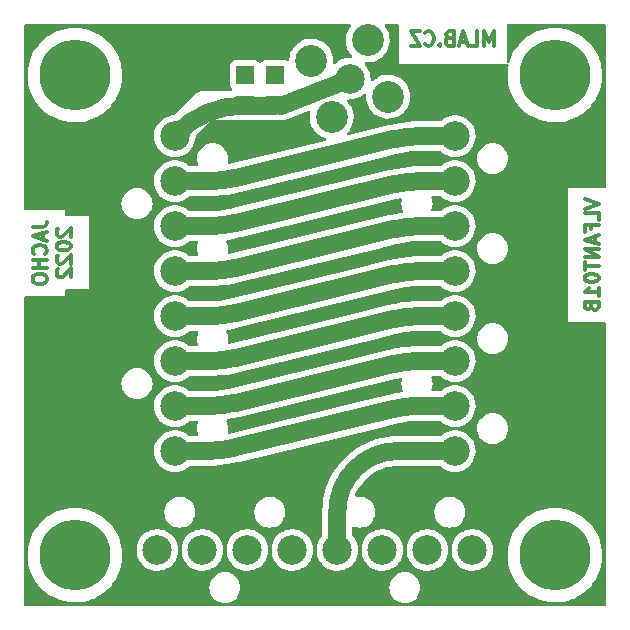
<source format=gbr>
%TF.GenerationSoftware,KiCad,Pcbnew,6.0.4-6f826c9f35~116~ubuntu20.04.1*%
%TF.CreationDate,2022-05-15T22:55:21+00:00*%
%TF.ProjectId,VLFANT01B,564c4641-4e54-4303-9142-2e6b69636164,rev?*%
%TF.SameCoordinates,Original*%
%TF.FileFunction,Copper,L2,Bot*%
%TF.FilePolarity,Positive*%
%FSLAX46Y46*%
G04 Gerber Fmt 4.6, Leading zero omitted, Abs format (unit mm)*
G04 Created by KiCad (PCBNEW 6.0.4-6f826c9f35~116~ubuntu20.04.1) date 2022-05-15 22:55:21*
%MOMM*%
%LPD*%
G01*
G04 APERTURE LIST*
%ADD10C,0.300000*%
%TA.AperFunction,NonConductor*%
%ADD11C,0.300000*%
%TD*%
%TA.AperFunction,ComponentPad*%
%ADD12C,2.500000*%
%TD*%
%TA.AperFunction,ComponentPad*%
%ADD13C,2.700000*%
%TD*%
%TA.AperFunction,ComponentPad*%
%ADD14R,1.524000X1.524000*%
%TD*%
%TA.AperFunction,ComponentPad*%
%ADD15C,6.000000*%
%TD*%
%TA.AperFunction,ViaPad*%
%ADD16C,0.800000*%
%TD*%
%TA.AperFunction,Conductor*%
%ADD17C,1.500000*%
%TD*%
G04 APERTURE END LIST*
D10*
D11*
X120999142Y-100497357D02*
X120942000Y-100554500D01*
X120884857Y-100668785D01*
X120884857Y-100954500D01*
X120942000Y-101068785D01*
X120999142Y-101125928D01*
X121113428Y-101183071D01*
X121227714Y-101183071D01*
X121399142Y-101125928D01*
X122084857Y-100440214D01*
X122084857Y-101183071D01*
X120884857Y-101925928D02*
X120884857Y-102040214D01*
X120942000Y-102154500D01*
X120999142Y-102211642D01*
X121113428Y-102268785D01*
X121342000Y-102325928D01*
X121627714Y-102325928D01*
X121856285Y-102268785D01*
X121970571Y-102211642D01*
X122027714Y-102154500D01*
X122084857Y-102040214D01*
X122084857Y-101925928D01*
X122027714Y-101811642D01*
X121970571Y-101754500D01*
X121856285Y-101697357D01*
X121627714Y-101640214D01*
X121342000Y-101640214D01*
X121113428Y-101697357D01*
X120999142Y-101754500D01*
X120942000Y-101811642D01*
X120884857Y-101925928D01*
X120999142Y-102783071D02*
X120942000Y-102840214D01*
X120884857Y-102954500D01*
X120884857Y-103240214D01*
X120942000Y-103354500D01*
X120999142Y-103411642D01*
X121113428Y-103468785D01*
X121227714Y-103468785D01*
X121399142Y-103411642D01*
X122084857Y-102725928D01*
X122084857Y-103468785D01*
X120999142Y-103925928D02*
X120942000Y-103983071D01*
X120884857Y-104097357D01*
X120884857Y-104383071D01*
X120942000Y-104497357D01*
X120999142Y-104554500D01*
X121113428Y-104611642D01*
X121227714Y-104611642D01*
X121399142Y-104554500D01*
X122084857Y-103868785D01*
X122084857Y-104611642D01*
D10*
D11*
X118852857Y-100354500D02*
X119710000Y-100354500D01*
X119881428Y-100297357D01*
X119995714Y-100183071D01*
X120052857Y-100011642D01*
X120052857Y-99897357D01*
X119710000Y-100868785D02*
X119710000Y-101440214D01*
X120052857Y-100754500D02*
X118852857Y-101154500D01*
X120052857Y-101554500D01*
X119938571Y-102640214D02*
X119995714Y-102583071D01*
X120052857Y-102411642D01*
X120052857Y-102297357D01*
X119995714Y-102125928D01*
X119881428Y-102011642D01*
X119767142Y-101954500D01*
X119538571Y-101897357D01*
X119367142Y-101897357D01*
X119138571Y-101954500D01*
X119024285Y-102011642D01*
X118910000Y-102125928D01*
X118852857Y-102297357D01*
X118852857Y-102411642D01*
X118910000Y-102583071D01*
X118967142Y-102640214D01*
X120052857Y-103154500D02*
X118852857Y-103154500D01*
X119424285Y-103154500D02*
X119424285Y-103840214D01*
X120052857Y-103840214D02*
X118852857Y-103840214D01*
X118852857Y-104640214D02*
X118852857Y-104868785D01*
X118910000Y-104983071D01*
X119024285Y-105097357D01*
X119252857Y-105154500D01*
X119652857Y-105154500D01*
X119881428Y-105097357D01*
X119995714Y-104983071D01*
X120052857Y-104868785D01*
X120052857Y-104640214D01*
X119995714Y-104525928D01*
X119881428Y-104411642D01*
X119652857Y-104354500D01*
X119252857Y-104354500D01*
X119024285Y-104411642D01*
X118910000Y-104525928D01*
X118852857Y-104640214D01*
D10*
D11*
X165588857Y-98002142D02*
X166788857Y-98402142D01*
X165588857Y-98802142D01*
X166788857Y-99773571D02*
X166788857Y-99202142D01*
X165588857Y-99202142D01*
X166160285Y-100573571D02*
X166160285Y-100173571D01*
X166788857Y-100173571D02*
X165588857Y-100173571D01*
X165588857Y-100745000D01*
X166446000Y-101145000D02*
X166446000Y-101716428D01*
X166788857Y-101030714D02*
X165588857Y-101430714D01*
X166788857Y-101830714D01*
X166788857Y-102230714D02*
X165588857Y-102230714D01*
X166788857Y-102916428D01*
X165588857Y-102916428D01*
X165588857Y-103316428D02*
X165588857Y-104002142D01*
X166788857Y-103659285D02*
X165588857Y-103659285D01*
X165588857Y-104630714D02*
X165588857Y-104745000D01*
X165646000Y-104859285D01*
X165703142Y-104916428D01*
X165817428Y-104973571D01*
X166046000Y-105030714D01*
X166331714Y-105030714D01*
X166560285Y-104973571D01*
X166674571Y-104916428D01*
X166731714Y-104859285D01*
X166788857Y-104745000D01*
X166788857Y-104630714D01*
X166731714Y-104516428D01*
X166674571Y-104459285D01*
X166560285Y-104402142D01*
X166331714Y-104345000D01*
X166046000Y-104345000D01*
X165817428Y-104402142D01*
X165703142Y-104459285D01*
X165646000Y-104516428D01*
X165588857Y-104630714D01*
X166788857Y-106173571D02*
X166788857Y-105487857D01*
X166788857Y-105830714D02*
X165588857Y-105830714D01*
X165760285Y-105716428D01*
X165874571Y-105602142D01*
X165931714Y-105487857D01*
X166160285Y-107087857D02*
X166217428Y-107259285D01*
X166274571Y-107316428D01*
X166388857Y-107373571D01*
X166560285Y-107373571D01*
X166674571Y-107316428D01*
X166731714Y-107259285D01*
X166788857Y-107145000D01*
X166788857Y-106687857D01*
X165588857Y-106687857D01*
X165588857Y-107087857D01*
X165646000Y-107202142D01*
X165703142Y-107259285D01*
X165817428Y-107316428D01*
X165931714Y-107316428D01*
X166046000Y-107259285D01*
X166103142Y-107202142D01*
X166160285Y-107087857D01*
X166160285Y-106687857D01*
D10*
D11*
X157892142Y-84999857D02*
X157892142Y-83799857D01*
X157492142Y-84657000D01*
X157092142Y-83799857D01*
X157092142Y-84999857D01*
X155949285Y-84999857D02*
X156520714Y-84999857D01*
X156520714Y-83799857D01*
X155606428Y-84657000D02*
X155035000Y-84657000D01*
X155720714Y-84999857D02*
X155320714Y-83799857D01*
X154920714Y-84999857D01*
X154120714Y-84371285D02*
X153949285Y-84428428D01*
X153892142Y-84485571D01*
X153835000Y-84599857D01*
X153835000Y-84771285D01*
X153892142Y-84885571D01*
X153949285Y-84942714D01*
X154063571Y-84999857D01*
X154520714Y-84999857D01*
X154520714Y-83799857D01*
X154120714Y-83799857D01*
X154006428Y-83857000D01*
X153949285Y-83914142D01*
X153892142Y-84028428D01*
X153892142Y-84142714D01*
X153949285Y-84257000D01*
X154006428Y-84314142D01*
X154120714Y-84371285D01*
X154520714Y-84371285D01*
X153320714Y-84885571D02*
X153263571Y-84942714D01*
X153320714Y-84999857D01*
X153377857Y-84942714D01*
X153320714Y-84885571D01*
X153320714Y-84999857D01*
X152063571Y-84885571D02*
X152120714Y-84942714D01*
X152292142Y-84999857D01*
X152406428Y-84999857D01*
X152577857Y-84942714D01*
X152692142Y-84828428D01*
X152749285Y-84714142D01*
X152806428Y-84485571D01*
X152806428Y-84314142D01*
X152749285Y-84085571D01*
X152692142Y-83971285D01*
X152577857Y-83857000D01*
X152406428Y-83799857D01*
X152292142Y-83799857D01*
X152120714Y-83857000D01*
X152063571Y-83914142D01*
X151663571Y-83799857D02*
X150863571Y-83799857D01*
X151663571Y-84999857D01*
X150863571Y-84999857D01*
D12*
%TO.P,J7,1*%
%TO.N,/OUT1*%
X145700000Y-87800000D03*
D13*
%TO.P,J7,2*%
%TO.N,/OUT2*%
X148955550Y-89318088D03*
X142444450Y-86281912D03*
X144181912Y-91055550D03*
X147218088Y-84544450D03*
%TD*%
D14*
%TO.P,J8,1,2*%
%TO.N,/OUT1*%
X139370000Y-90040000D03*
%TO.P,J8,2,2*%
X136830000Y-90040000D03*
%TO.P,J8,3,4*%
%TO.N,/OUT2*%
X139370000Y-87500000D03*
%TO.P,J8,4,4*%
X136830000Y-87500000D03*
%TO.P,J8,5,6*%
%TO.N,GND*%
X139370000Y-84960000D03*
%TO.P,J8,6,6*%
X136830000Y-84960000D03*
%TD*%
D15*
%TO.P,M1,1*%
%TO.N,unconnected-(M1-Pad1)*%
X163071000Y-87505000D03*
%TD*%
%TO.P,M2,1*%
%TO.N,unconnected-(M2-Pad1)*%
X163071000Y-128145000D03*
%TD*%
%TO.P,M3,1*%
%TO.N,unconnected-(M3-Pad1)*%
X122431000Y-87505000D03*
%TD*%
%TO.P,M4,1*%
%TO.N,unconnected-(M4-Pad1)*%
X122431000Y-128145000D03*
%TD*%
D14*
%TO.P,J6,1,1*%
%TO.N,GND*%
X161600000Y-122400000D03*
%TD*%
%TO.P,J4,1,1*%
%TO.N,GND*%
X154500000Y-88200000D03*
%TD*%
D12*
%TO.P,J5,1*%
%TO.N,Net-(J1-Pad2)*%
X154600000Y-92665000D03*
%TO.P,J5,2*%
%TO.N,Net-(J1-Pad3)*%
X154600000Y-96475000D03*
%TO.P,J5,3*%
%TO.N,Net-(J1-Pad4)*%
X154600000Y-100285000D03*
%TO.P,J5,4*%
%TO.N,Net-(J1-Pad5)*%
X154600000Y-104095001D03*
%TO.P,J5,5*%
%TO.N,Net-(J1-Pad6)*%
X154600000Y-107904999D03*
%TO.P,J5,6*%
%TO.N,Net-(J1-Pad7)*%
X154600000Y-111715000D03*
%TO.P,J5,7*%
%TO.N,Net-(J1-Pad8)*%
X154600000Y-115525000D03*
%TO.P,J5,8*%
%TO.N,/OUT2*%
X154600000Y-119335000D03*
%TD*%
D14*
%TO.P,J2,1,1*%
%TO.N,GND*%
X130800000Y-88100000D03*
%TD*%
D12*
%TO.P,J1,1*%
%TO.N,/OUT1*%
X130892000Y-92665000D03*
%TO.P,J1,2*%
%TO.N,Net-(J1-Pad2)*%
X130892000Y-96475000D03*
%TO.P,J1,3*%
%TO.N,Net-(J1-Pad3)*%
X130892000Y-100285000D03*
%TO.P,J1,4*%
%TO.N,Net-(J1-Pad4)*%
X130892000Y-104095001D03*
%TO.P,J1,5*%
%TO.N,Net-(J1-Pad5)*%
X130892000Y-107904999D03*
%TO.P,J1,6*%
%TO.N,Net-(J1-Pad6)*%
X130892000Y-111715000D03*
%TO.P,J1,7*%
%TO.N,Net-(J1-Pad7)*%
X130892000Y-115525000D03*
%TO.P,J1,8*%
%TO.N,Net-(J1-Pad8)*%
X130892000Y-119335000D03*
%TD*%
%TO.P,J3,1*%
%TO.N,unconnected-(J3-Pad1)*%
X129416000Y-127700000D03*
%TO.P,J3,2*%
%TO.N,unconnected-(J3-Pad2)*%
X133226000Y-127700000D03*
%TO.P,J3,3*%
%TO.N,unconnected-(J3-Pad3)*%
X137036000Y-127700000D03*
%TO.P,J3,4*%
%TO.N,/OUT1*%
X140846001Y-127700000D03*
%TO.P,J3,5*%
%TO.N,/OUT2*%
X144655999Y-127700000D03*
%TO.P,J3,6*%
%TO.N,unconnected-(J3-Pad6)*%
X148466000Y-127700000D03*
%TO.P,J3,7*%
%TO.N,unconnected-(J3-Pad7)*%
X152276000Y-127700000D03*
%TO.P,J3,8*%
%TO.N,unconnected-(J3-Pad8)*%
X156086000Y-127700000D03*
%TD*%
D16*
%TO.N,GND*%
X149700000Y-106200000D03*
X136000000Y-102000000D03*
X149500000Y-98500000D03*
X136100000Y-109600000D03*
X149500000Y-113800000D03*
X136100000Y-117300000D03*
%TD*%
D17*
%TO.N,/OUT1*%
X139330000Y-90080000D02*
X139370000Y-90040000D01*
X130892000Y-92665000D02*
X130892000Y-92608000D01*
X130892000Y-92608000D02*
X131076854Y-92423146D01*
X136733708Y-90080000D02*
X139330000Y-90080000D01*
X145700000Y-87800000D02*
X139870000Y-90080000D01*
X136733708Y-90080007D02*
G75*
G03*
X131076855Y-92423147I-8J-7999993D01*
G01*
%TO.N,/OUT2*%
X144655999Y-127700000D02*
X144655999Y-124415069D01*
X146120465Y-120879535D02*
X146200534Y-120799466D01*
X149736068Y-119335000D02*
X154600000Y-119335000D01*
X146200550Y-120799482D02*
G75*
G02*
X149736068Y-119335000I3535550J-3535518D01*
G01*
X146120480Y-120879550D02*
G75*
G03*
X144655999Y-124415069I3535520J-3535550D01*
G01*
%TO.N,Net-(J1-Pad2)*%
X154600000Y-92665000D02*
X151752407Y-92664132D01*
X133716608Y-96475900D02*
X130892000Y-96475000D01*
X149379380Y-92949030D02*
X136089772Y-96191002D01*
X151752407Y-92664122D02*
G75*
G03*
X149379380Y-92949031I-3007J-9999978D01*
G01*
X133716608Y-96475897D02*
G75*
G03*
X136089772Y-96191001I3192J9999997D01*
G01*
%TO.N,Net-(J1-Pad4)*%
X151773284Y-100283633D02*
X154600000Y-100285000D01*
X136076108Y-103811582D02*
X149403223Y-100567371D01*
X130892000Y-104095001D02*
X133709748Y-104095321D01*
X151773284Y-100283643D02*
G75*
G03*
X149403223Y-100567371I-4884J-9999957D01*
G01*
X136076108Y-103811583D02*
G75*
G02*
X133709748Y-104095321I-2365208J9716183D01*
G01*
%TO.N,Net-(J1-Pad6)*%
X136041622Y-111431066D02*
X149329116Y-108185578D01*
X151700000Y-107900000D02*
X154551499Y-107899465D01*
X130843499Y-111709463D02*
X133643330Y-111716611D01*
X149329118Y-108185586D02*
G75*
G02*
X151700000Y-107900000I2372782J-9714314D01*
G01*
X136041624Y-111431073D02*
G75*
G02*
X133643330Y-111716610I-2372724J9714373D01*
G01*
%TO.N,Net-(J1-Pad8)*%
X151700000Y-115500000D02*
X154551499Y-115499465D01*
X136041622Y-119031066D02*
X149329116Y-115785578D01*
X130843499Y-119309463D02*
X133643330Y-119316611D01*
X136041624Y-119031073D02*
G75*
G02*
X133643330Y-119316610I-2372724J9714373D01*
G01*
X149329118Y-115785586D02*
G75*
G02*
X151700000Y-115500000I2372782J-9714314D01*
G01*
%TO.N,Net-(J1-Pad3)*%
X149417115Y-96758353D02*
X136098470Y-99999971D01*
X133738460Y-100283620D02*
X130892000Y-100285000D01*
X154600000Y-96475000D02*
X151783025Y-96474703D01*
X133738460Y-100283625D02*
G75*
G03*
X136098470Y-99999970I-4860J9999925D01*
G01*
X151783025Y-96474696D02*
G75*
G03*
X149417115Y-96758353I-1025J-10000004D01*
G01*
%TO.N,Net-(J1-Pad5)*%
X130892000Y-107904999D02*
X133691831Y-107912147D01*
X136090123Y-107626602D02*
X149377617Y-104381114D01*
X151748501Y-104095536D02*
X154600000Y-104095001D01*
X149377618Y-104381120D02*
G75*
G02*
X151748501Y-104095536I2372782J-9714380D01*
G01*
X136090125Y-107626610D02*
G75*
G02*
X133691831Y-107912146I-2372725J9714410D01*
G01*
%TO.N,Net-(J1-Pad7)*%
X151700000Y-111700000D02*
X154551499Y-111699465D01*
X136041622Y-115231066D02*
X149329116Y-111985578D01*
X130843499Y-115509463D02*
X133643330Y-115516611D01*
X149329118Y-111985586D02*
G75*
G02*
X151700000Y-111700000I2372782J-9714314D01*
G01*
X136041624Y-115231073D02*
G75*
G02*
X133643330Y-115516610I-2372724J9714373D01*
G01*
%TD*%
%TA.AperFunction,Conductor*%
%TO.N,GND*%
G36*
X145729881Y-83207002D02*
G01*
X145776374Y-83260658D01*
X145786478Y-83330932D01*
X145760710Y-83391006D01*
X145677033Y-83497150D01*
X145627604Y-83582249D01*
X145547075Y-83720888D01*
X145547072Y-83720894D01*
X145544841Y-83724735D01*
X145543171Y-83728858D01*
X145451909Y-83954174D01*
X145446035Y-83968675D01*
X145382586Y-84224104D01*
X145355760Y-84485924D01*
X145355935Y-84490376D01*
X145365138Y-84724596D01*
X145366093Y-84748912D01*
X145413378Y-85007821D01*
X145434733Y-85071830D01*
X145491548Y-85242124D01*
X145496672Y-85257484D01*
X145513488Y-85291138D01*
X145601022Y-85466320D01*
X145614313Y-85492920D01*
X145763953Y-85709432D01*
X145876167Y-85830824D01*
X145907719Y-85894421D01*
X145899878Y-85964984D01*
X145855133Y-86020106D01*
X145781993Y-86042340D01*
X145597022Y-86039919D01*
X145597019Y-86039919D01*
X145592345Y-86039858D01*
X145333362Y-86075104D01*
X145082433Y-86148243D01*
X144845072Y-86257668D01*
X144841163Y-86260231D01*
X144630404Y-86398410D01*
X144630399Y-86398414D01*
X144626491Y-86400976D01*
X144600102Y-86424529D01*
X144513445Y-86501873D01*
X144449304Y-86532311D01*
X144378889Y-86523239D01*
X144324557Y-86477539D01*
X144303558Y-86409719D01*
X144303893Y-86399854D01*
X144304020Y-86398906D01*
X144305641Y-86347334D01*
X144307596Y-86285134D01*
X144307596Y-86285129D01*
X144307697Y-86281912D01*
X144305981Y-86257668D01*
X144289424Y-86023827D01*
X144289109Y-86019378D01*
X144277617Y-85965997D01*
X144234651Y-85766435D01*
X144233714Y-85762083D01*
X144214668Y-85710455D01*
X144144160Y-85519336D01*
X144142619Y-85515159D01*
X144132594Y-85496579D01*
X144019754Y-85287450D01*
X144017641Y-85283534D01*
X143861274Y-85071830D01*
X143676637Y-84884270D01*
X143673097Y-84881569D01*
X143673091Y-84881563D01*
X143470956Y-84727298D01*
X143470952Y-84727295D01*
X143467415Y-84724596D01*
X143237782Y-84595996D01*
X142992320Y-84501034D01*
X142987995Y-84500031D01*
X142987990Y-84500030D01*
X142847244Y-84467407D01*
X142735926Y-84441605D01*
X142473717Y-84418895D01*
X142469282Y-84419139D01*
X142469278Y-84419139D01*
X142215366Y-84433112D01*
X142215359Y-84433113D01*
X142210923Y-84433357D01*
X142082819Y-84458839D01*
X141957161Y-84483833D01*
X141957156Y-84483834D01*
X141952789Y-84484703D01*
X141948586Y-84486179D01*
X141708673Y-84570430D01*
X141708670Y-84570431D01*
X141704465Y-84571908D01*
X141700512Y-84573961D01*
X141700506Y-84573964D01*
X141570958Y-84641260D01*
X141470906Y-84693233D01*
X141467291Y-84695816D01*
X141467285Y-84695820D01*
X141399217Y-84744463D01*
X141256772Y-84846256D01*
X141253545Y-84849334D01*
X141253543Y-84849336D01*
X141082981Y-85012044D01*
X141066335Y-85027923D01*
X140903395Y-85234612D01*
X140874979Y-85283534D01*
X140773437Y-85458350D01*
X140773434Y-85458356D01*
X140771203Y-85462197D01*
X140672397Y-85706137D01*
X140671326Y-85710450D01*
X140671324Y-85710455D01*
X140659538Y-85757902D01*
X140608948Y-85961566D01*
X140608494Y-85965997D01*
X140584225Y-86202858D01*
X140557384Y-86268585D01*
X140499268Y-86309367D01*
X140428331Y-86312255D01*
X140394312Y-86296072D01*
X140393760Y-86297079D01*
X140385892Y-86292771D01*
X140378705Y-86287385D01*
X140242316Y-86236255D01*
X140180134Y-86229500D01*
X138559866Y-86229500D01*
X138497684Y-86236255D01*
X138361295Y-86287385D01*
X138244739Y-86374739D01*
X138223828Y-86402640D01*
X138200826Y-86433332D01*
X138143967Y-86475847D01*
X138073148Y-86480873D01*
X138010855Y-86446813D01*
X137999174Y-86433332D01*
X137976172Y-86402640D01*
X137955261Y-86374739D01*
X137838705Y-86287385D01*
X137702316Y-86236255D01*
X137640134Y-86229500D01*
X136019866Y-86229500D01*
X135957684Y-86236255D01*
X135821295Y-86287385D01*
X135704739Y-86374739D01*
X135617385Y-86491295D01*
X135566255Y-86627684D01*
X135559500Y-86689866D01*
X135559500Y-88310134D01*
X135566255Y-88372316D01*
X135617385Y-88508705D01*
X135622770Y-88515890D01*
X135622771Y-88515892D01*
X135700747Y-88619935D01*
X135725595Y-88686442D01*
X135710542Y-88755824D01*
X135660368Y-88806054D01*
X135599921Y-88821500D01*
X133511396Y-88821500D01*
X133494949Y-88820422D01*
X133494270Y-88820333D01*
X133472914Y-88817521D01*
X133467314Y-88817785D01*
X133467313Y-88817785D01*
X133391504Y-88821360D01*
X133385569Y-88821500D01*
X133363001Y-88821500D01*
X133360218Y-88821748D01*
X133360204Y-88821749D01*
X133337023Y-88823818D01*
X133331760Y-88824177D01*
X133302342Y-88825564D01*
X133248512Y-88828103D01*
X133231023Y-88832108D01*
X133214104Y-88834788D01*
X133209618Y-88835189D01*
X133196238Y-88836383D01*
X133190830Y-88837862D01*
X133190827Y-88837863D01*
X133115870Y-88858369D01*
X133110752Y-88859655D01*
X133035000Y-88877005D01*
X133034998Y-88877006D01*
X133029530Y-88878258D01*
X133019030Y-88882737D01*
X133013033Y-88885294D01*
X132996858Y-88890927D01*
X132990806Y-88892583D01*
X132979549Y-88895663D01*
X132974494Y-88898074D01*
X132974489Y-88898076D01*
X132904317Y-88931546D01*
X132899508Y-88933717D01*
X132828053Y-88964195D01*
X132828047Y-88964198D01*
X132822892Y-88966397D01*
X132807902Y-88976244D01*
X132792974Y-88984655D01*
X132776782Y-88992378D01*
X132772229Y-88995650D01*
X132772225Y-88995652D01*
X132709103Y-89041010D01*
X132704753Y-89043999D01*
X132687162Y-89055554D01*
X132635126Y-89089735D01*
X132614338Y-89108257D01*
X132604061Y-89116490D01*
X132594346Y-89123471D01*
X132581376Y-89136855D01*
X132519938Y-89200254D01*
X132518549Y-89201664D01*
X130850268Y-90869945D01*
X130787956Y-90903971D01*
X130778164Y-90905699D01*
X130669207Y-90920528D01*
X130525362Y-90940104D01*
X130274433Y-91013243D01*
X130270180Y-91015203D01*
X130270179Y-91015204D01*
X130233659Y-91032040D01*
X130037072Y-91122668D01*
X129999668Y-91147191D01*
X129822404Y-91263410D01*
X129822399Y-91263414D01*
X129818491Y-91265976D01*
X129623494Y-91440018D01*
X129456363Y-91640970D01*
X129453934Y-91644973D01*
X129406297Y-91723477D01*
X129320771Y-91864419D01*
X129219697Y-92105455D01*
X129155359Y-92358783D01*
X129154891Y-92363434D01*
X129154890Y-92363438D01*
X129151229Y-92399794D01*
X129129173Y-92618839D01*
X129141713Y-92879908D01*
X129192704Y-93136256D01*
X129281026Y-93382252D01*
X129283242Y-93386376D01*
X129380670Y-93567699D01*
X129404737Y-93612491D01*
X129407532Y-93616234D01*
X129407534Y-93616237D01*
X129558330Y-93818177D01*
X129558335Y-93818183D01*
X129561122Y-93821915D01*
X129564431Y-93825195D01*
X129564436Y-93825201D01*
X129700040Y-93959626D01*
X129746743Y-94005923D01*
X129750505Y-94008681D01*
X129750508Y-94008684D01*
X129953750Y-94157707D01*
X129957524Y-94160474D01*
X129961667Y-94162654D01*
X129961669Y-94162655D01*
X130184684Y-94279989D01*
X130184689Y-94279991D01*
X130188834Y-94282172D01*
X130435590Y-94368344D01*
X130440183Y-94369216D01*
X130687785Y-94416224D01*
X130687788Y-94416224D01*
X130692374Y-94417095D01*
X130822958Y-94422226D01*
X130948875Y-94427174D01*
X130948881Y-94427174D01*
X130953543Y-94427357D01*
X131032977Y-94418657D01*
X131208707Y-94399412D01*
X131208712Y-94399411D01*
X131213360Y-94398902D01*
X131326116Y-94369216D01*
X131461594Y-94333548D01*
X131461596Y-94333547D01*
X131466117Y-94332357D01*
X131706262Y-94229182D01*
X131814088Y-94162458D01*
X131924547Y-94094104D01*
X131924548Y-94094104D01*
X131928519Y-94091646D01*
X131932082Y-94088629D01*
X131932087Y-94088626D01*
X132124439Y-93925787D01*
X132124440Y-93925786D01*
X132128005Y-93922768D01*
X132219729Y-93818177D01*
X132297257Y-93729774D01*
X132297261Y-93729769D01*
X132300339Y-93726259D01*
X132441733Y-93506437D01*
X132549083Y-93268129D01*
X132620030Y-93016572D01*
X132636832Y-92884496D01*
X132652616Y-92760421D01*
X132652616Y-92760417D01*
X132653014Y-92757291D01*
X132655208Y-92673513D01*
X132676987Y-92605940D01*
X132692070Y-92587717D01*
X133904382Y-91375405D01*
X133966694Y-91341379D01*
X133993477Y-91338500D01*
X139238604Y-91338500D01*
X139255051Y-91339578D01*
X139271516Y-91341746D01*
X139271520Y-91341746D01*
X139277086Y-91342479D01*
X139358489Y-91338640D01*
X139364424Y-91338500D01*
X139386999Y-91338500D01*
X139412989Y-91336181D01*
X139418248Y-91335822D01*
X139501488Y-91331896D01*
X139506947Y-91330646D01*
X139506952Y-91330645D01*
X139518970Y-91327892D01*
X139535899Y-91325211D01*
X139553762Y-91323617D01*
X139574393Y-91317973D01*
X139631119Y-91315715D01*
X139675410Y-91324116D01*
X139745807Y-91337469D01*
X139751416Y-91337522D01*
X139751417Y-91337522D01*
X139949417Y-91339390D01*
X139970448Y-91339588D01*
X140130854Y-91312286D01*
X140151996Y-91310500D01*
X140180134Y-91310500D01*
X140242316Y-91303745D01*
X140378705Y-91252615D01*
X140421479Y-91220558D01*
X140451148Y-91204042D01*
X142194432Y-90522277D01*
X142265158Y-90516094D01*
X142328000Y-90549130D01*
X142363005Y-90610898D01*
X142362607Y-90669997D01*
X142347484Y-90730878D01*
X142347483Y-90730886D01*
X142346410Y-90735204D01*
X142319584Y-90997024D01*
X142319759Y-91001476D01*
X142329102Y-91239260D01*
X142329917Y-91260012D01*
X142377202Y-91518921D01*
X142378611Y-91523144D01*
X142451197Y-91740710D01*
X142460496Y-91768584D01*
X142462489Y-91772572D01*
X142539862Y-91927419D01*
X142578137Y-92004020D01*
X142580666Y-92007679D01*
X142675622Y-92145069D01*
X142727777Y-92220532D01*
X142859879Y-92363438D01*
X142897696Y-92404348D01*
X142906432Y-92413799D01*
X143110535Y-92579965D01*
X143114343Y-92582258D01*
X143114345Y-92582259D01*
X143332200Y-92713418D01*
X143332204Y-92713420D01*
X143336016Y-92715715D01*
X143441592Y-92760421D01*
X143574271Y-92816604D01*
X143574276Y-92816606D01*
X143578374Y-92818341D01*
X143582672Y-92819481D01*
X143582682Y-92819484D01*
X143591762Y-92821891D01*
X143652482Y-92858682D01*
X143683672Y-92922461D01*
X143675429Y-92992977D01*
X143630371Y-93047843D01*
X143589334Y-93066093D01*
X139750201Y-94002642D01*
X135850236Y-94954031D01*
X135839459Y-94956166D01*
X135828039Y-94957916D01*
X135795813Y-94962852D01*
X135795809Y-94962853D01*
X135790371Y-94963686D01*
X135785157Y-94965452D01*
X135785152Y-94965453D01*
X135756009Y-94975323D01*
X135742519Y-94979071D01*
X135514003Y-95029048D01*
X135443183Y-95024062D01*
X135386300Y-94981578D01*
X135361415Y-94915086D01*
X135365378Y-94873345D01*
X135384118Y-94803409D01*
X135384120Y-94803398D01*
X135385543Y-94798087D01*
X135405498Y-94570000D01*
X135385543Y-94341913D01*
X135383302Y-94333548D01*
X135327707Y-94126067D01*
X135327706Y-94126065D01*
X135326284Y-94120757D01*
X135313856Y-94094104D01*
X135231849Y-93918238D01*
X135231846Y-93918233D01*
X135229523Y-93913251D01*
X135098198Y-93725700D01*
X134936300Y-93563802D01*
X134931792Y-93560645D01*
X134931789Y-93560643D01*
X134848289Y-93502176D01*
X134748749Y-93432477D01*
X134743767Y-93430154D01*
X134743762Y-93430151D01*
X134546225Y-93338039D01*
X134546224Y-93338039D01*
X134541243Y-93335716D01*
X134535935Y-93334294D01*
X134535933Y-93334293D01*
X134325402Y-93277881D01*
X134325400Y-93277881D01*
X134320087Y-93276457D01*
X134220520Y-93267746D01*
X134151851Y-93261738D01*
X134151844Y-93261738D01*
X134149127Y-93261500D01*
X134034873Y-93261500D01*
X134032156Y-93261738D01*
X134032149Y-93261738D01*
X133963480Y-93267746D01*
X133863913Y-93276457D01*
X133858600Y-93277881D01*
X133858598Y-93277881D01*
X133648067Y-93334293D01*
X133648065Y-93334294D01*
X133642757Y-93335716D01*
X133637776Y-93338039D01*
X133637775Y-93338039D01*
X133440238Y-93430151D01*
X133440233Y-93430154D01*
X133435251Y-93432477D01*
X133335711Y-93502176D01*
X133252211Y-93560643D01*
X133252208Y-93560645D01*
X133247700Y-93563802D01*
X133085802Y-93725700D01*
X132954477Y-93913251D01*
X132952154Y-93918233D01*
X132952151Y-93918238D01*
X132870144Y-94094104D01*
X132857716Y-94120757D01*
X132856294Y-94126065D01*
X132856293Y-94126067D01*
X132800698Y-94333548D01*
X132798457Y-94341913D01*
X132778502Y-94570000D01*
X132798457Y-94798087D01*
X132799881Y-94803400D01*
X132799881Y-94803402D01*
X132847624Y-94981578D01*
X132857716Y-95019243D01*
X132860037Y-95024220D01*
X132860039Y-95024226D01*
X132866390Y-95037845D01*
X132877050Y-95108036D01*
X132848069Y-95172849D01*
X132788649Y-95211704D01*
X132752154Y-95217093D01*
X132171107Y-95216908D01*
X132102993Y-95196884D01*
X132084814Y-95182683D01*
X132005171Y-95107763D01*
X132001763Y-95104557D01*
X131801247Y-94965453D01*
X131790851Y-94958241D01*
X131790848Y-94958239D01*
X131787009Y-94955576D01*
X131782816Y-94953508D01*
X131556781Y-94842040D01*
X131556778Y-94842039D01*
X131552593Y-94839975D01*
X131506449Y-94825204D01*
X131308123Y-94761720D01*
X131303665Y-94760293D01*
X131045693Y-94718279D01*
X130931942Y-94716790D01*
X130789022Y-94714919D01*
X130789019Y-94714919D01*
X130784345Y-94714858D01*
X130525362Y-94750104D01*
X130274433Y-94823243D01*
X130270180Y-94825203D01*
X130270179Y-94825204D01*
X130233659Y-94842040D01*
X130037072Y-94932668D01*
X130001230Y-94956167D01*
X129822404Y-95073410D01*
X129822399Y-95073414D01*
X129818491Y-95075976D01*
X129623494Y-95250018D01*
X129456363Y-95450970D01*
X129453934Y-95454973D01*
X129382738Y-95572301D01*
X129320771Y-95674419D01*
X129219697Y-95915455D01*
X129155359Y-96168783D01*
X129129173Y-96428839D01*
X129141713Y-96689908D01*
X129192704Y-96946256D01*
X129281026Y-97192252D01*
X129283242Y-97196376D01*
X129392989Y-97400626D01*
X129404737Y-97422491D01*
X129407532Y-97426234D01*
X129407534Y-97426237D01*
X129558330Y-97628177D01*
X129558335Y-97628183D01*
X129561122Y-97631915D01*
X129564431Y-97635195D01*
X129564436Y-97635201D01*
X129743421Y-97812630D01*
X129746743Y-97815923D01*
X129750505Y-97818681D01*
X129750508Y-97818684D01*
X129953750Y-97967707D01*
X129957524Y-97970474D01*
X129961667Y-97972654D01*
X129961669Y-97972655D01*
X130184684Y-98089989D01*
X130184689Y-98089991D01*
X130188834Y-98092172D01*
X130435590Y-98178344D01*
X130440183Y-98179216D01*
X130687785Y-98226224D01*
X130687788Y-98226224D01*
X130692374Y-98227095D01*
X130822959Y-98232226D01*
X130948875Y-98237174D01*
X130948881Y-98237174D01*
X130953543Y-98237357D01*
X131032977Y-98228657D01*
X131208707Y-98209412D01*
X131208712Y-98209411D01*
X131213360Y-98208902D01*
X131326116Y-98179216D01*
X131461594Y-98143548D01*
X131461596Y-98143547D01*
X131466117Y-98142357D01*
X131706262Y-98039182D01*
X131884508Y-97928881D01*
X131924547Y-97904104D01*
X131924548Y-97904104D01*
X131928519Y-97901646D01*
X131932082Y-97898629D01*
X131932087Y-97898626D01*
X132091418Y-97763742D01*
X132156334Y-97734993D01*
X132172870Y-97733909D01*
X132993150Y-97734170D01*
X133655764Y-97734380D01*
X133666734Y-97734863D01*
X133697596Y-97737573D01*
X133710727Y-97738726D01*
X133710728Y-97738726D01*
X133716206Y-97739207D01*
X133731302Y-97737891D01*
X133736942Y-97737400D01*
X133744902Y-97736959D01*
X134254136Y-97724918D01*
X134254143Y-97724918D01*
X134255651Y-97724882D01*
X134403640Y-97714274D01*
X134792388Y-97686408D01*
X134792393Y-97686408D01*
X134793865Y-97686302D01*
X134961485Y-97666179D01*
X135328125Y-97622164D01*
X135328140Y-97622162D01*
X135329613Y-97621985D01*
X135861665Y-97532080D01*
X135863111Y-97531764D01*
X135863120Y-97531762D01*
X136360764Y-97422925D01*
X136368604Y-97421469D01*
X136372420Y-97420884D01*
X136389173Y-97418318D01*
X136436213Y-97402387D01*
X136446759Y-97399322D01*
X136535397Y-97377699D01*
X148044814Y-94570000D01*
X156486502Y-94570000D01*
X156506457Y-94798087D01*
X156507881Y-94803400D01*
X156507881Y-94803402D01*
X156555624Y-94981578D01*
X156565716Y-95019243D01*
X156568039Y-95024224D01*
X156568039Y-95024225D01*
X156660151Y-95221762D01*
X156660154Y-95221767D01*
X156662477Y-95226749D01*
X156793802Y-95414300D01*
X156955700Y-95576198D01*
X156960208Y-95579355D01*
X156960211Y-95579357D01*
X157038389Y-95634098D01*
X157143251Y-95707523D01*
X157148233Y-95709846D01*
X157148238Y-95709849D01*
X157345775Y-95801961D01*
X157350757Y-95804284D01*
X157356065Y-95805706D01*
X157356067Y-95805707D01*
X157566598Y-95862119D01*
X157566600Y-95862119D01*
X157571913Y-95863543D01*
X157671480Y-95872254D01*
X157740149Y-95878262D01*
X157740156Y-95878262D01*
X157742873Y-95878500D01*
X157857127Y-95878500D01*
X157859844Y-95878262D01*
X157859851Y-95878262D01*
X157928520Y-95872254D01*
X158028087Y-95863543D01*
X158033400Y-95862119D01*
X158033402Y-95862119D01*
X158243933Y-95805707D01*
X158243935Y-95805706D01*
X158249243Y-95804284D01*
X158254225Y-95801961D01*
X158451762Y-95709849D01*
X158451767Y-95709846D01*
X158456749Y-95707523D01*
X158561611Y-95634098D01*
X158639789Y-95579357D01*
X158639792Y-95579355D01*
X158644300Y-95576198D01*
X158806198Y-95414300D01*
X158937523Y-95226749D01*
X158939846Y-95221767D01*
X158939849Y-95221762D01*
X159031961Y-95024225D01*
X159031961Y-95024224D01*
X159034284Y-95019243D01*
X159044377Y-94981578D01*
X159092119Y-94803402D01*
X159092119Y-94803400D01*
X159093543Y-94798087D01*
X159113498Y-94570000D01*
X159093543Y-94341913D01*
X159091302Y-94333548D01*
X159035707Y-94126067D01*
X159035706Y-94126065D01*
X159034284Y-94120757D01*
X159021856Y-94094104D01*
X158939849Y-93918238D01*
X158939846Y-93918233D01*
X158937523Y-93913251D01*
X158806198Y-93725700D01*
X158644300Y-93563802D01*
X158639792Y-93560645D01*
X158639789Y-93560643D01*
X158556289Y-93502176D01*
X158456749Y-93432477D01*
X158451767Y-93430154D01*
X158451762Y-93430151D01*
X158254225Y-93338039D01*
X158254224Y-93338039D01*
X158249243Y-93335716D01*
X158243935Y-93334294D01*
X158243933Y-93334293D01*
X158033402Y-93277881D01*
X158033400Y-93277881D01*
X158028087Y-93276457D01*
X157928520Y-93267746D01*
X157859851Y-93261738D01*
X157859844Y-93261738D01*
X157857127Y-93261500D01*
X157742873Y-93261500D01*
X157740156Y-93261738D01*
X157740149Y-93261738D01*
X157671480Y-93267746D01*
X157571913Y-93276457D01*
X157566600Y-93277881D01*
X157566598Y-93277881D01*
X157356067Y-93334293D01*
X157356065Y-93334294D01*
X157350757Y-93335716D01*
X157345776Y-93338039D01*
X157345775Y-93338039D01*
X157148238Y-93430151D01*
X157148233Y-93430154D01*
X157143251Y-93432477D01*
X157043711Y-93502176D01*
X156960211Y-93560643D01*
X156960208Y-93560645D01*
X156955700Y-93563802D01*
X156793802Y-93725700D01*
X156662477Y-93913251D01*
X156660154Y-93918233D01*
X156660151Y-93918238D01*
X156578144Y-94094104D01*
X156565716Y-94120757D01*
X156564294Y-94126065D01*
X156564293Y-94126067D01*
X156508698Y-94333548D01*
X156506457Y-94341913D01*
X156486502Y-94570000D01*
X148044814Y-94570000D01*
X149618916Y-94186001D01*
X149629693Y-94183866D01*
X149641113Y-94182116D01*
X149673339Y-94177180D01*
X149673343Y-94177179D01*
X149678781Y-94176346D01*
X149713144Y-94164708D01*
X149726638Y-94160960D01*
X150083846Y-94082836D01*
X150089765Y-94081690D01*
X150496774Y-94012913D01*
X150502744Y-94012050D01*
X150912598Y-93962845D01*
X150918607Y-93962270D01*
X151330298Y-93932755D01*
X151336328Y-93932467D01*
X151701882Y-93923818D01*
X151715882Y-93924266D01*
X151746540Y-93926958D01*
X151746544Y-93926958D01*
X151752022Y-93927439D01*
X151770973Y-93925787D01*
X151801492Y-93923127D01*
X151812471Y-93922651D01*
X152707690Y-93922923D01*
X153319374Y-93923109D01*
X153387488Y-93943132D01*
X153408035Y-93959620D01*
X153454743Y-94005923D01*
X153458505Y-94008681D01*
X153458508Y-94008684D01*
X153661750Y-94157707D01*
X153665524Y-94160474D01*
X153669667Y-94162654D01*
X153669669Y-94162655D01*
X153892684Y-94279989D01*
X153892689Y-94279991D01*
X153896834Y-94282172D01*
X154143590Y-94368344D01*
X154148183Y-94369216D01*
X154395785Y-94416224D01*
X154395788Y-94416224D01*
X154400374Y-94417095D01*
X154530958Y-94422226D01*
X154656875Y-94427174D01*
X154656881Y-94427174D01*
X154661543Y-94427357D01*
X154740977Y-94418657D01*
X154916707Y-94399412D01*
X154916712Y-94399411D01*
X154921360Y-94398902D01*
X155034116Y-94369216D01*
X155169594Y-94333548D01*
X155169596Y-94333547D01*
X155174117Y-94332357D01*
X155414262Y-94229182D01*
X155522088Y-94162458D01*
X155632547Y-94094104D01*
X155632548Y-94094104D01*
X155636519Y-94091646D01*
X155640082Y-94088629D01*
X155640087Y-94088626D01*
X155832439Y-93925787D01*
X155832440Y-93925786D01*
X155836005Y-93922768D01*
X155927729Y-93818177D01*
X156005257Y-93729774D01*
X156005261Y-93729769D01*
X156008339Y-93726259D01*
X156149733Y-93506437D01*
X156257083Y-93268129D01*
X156328030Y-93016572D01*
X156344832Y-92884496D01*
X156360616Y-92760421D01*
X156360616Y-92760417D01*
X156361014Y-92757291D01*
X156363431Y-92665000D01*
X156363197Y-92661851D01*
X156344407Y-92409000D01*
X156344406Y-92408996D01*
X156344061Y-92404348D01*
X156332725Y-92354248D01*
X156287408Y-92153980D01*
X156286377Y-92149423D01*
X156231256Y-92007679D01*
X156193340Y-91910176D01*
X156193339Y-91910173D01*
X156191647Y-91905823D01*
X156061951Y-91678902D01*
X155900138Y-91473643D01*
X155709763Y-91294557D01*
X155538470Y-91175726D01*
X155498851Y-91148241D01*
X155498848Y-91148239D01*
X155495009Y-91145576D01*
X155490816Y-91143508D01*
X155264781Y-91032040D01*
X155264778Y-91032039D01*
X155260593Y-91029975D01*
X155214449Y-91015204D01*
X155016123Y-90951720D01*
X155011665Y-90950293D01*
X154753693Y-90908279D01*
X154639942Y-90906790D01*
X154497022Y-90904919D01*
X154497019Y-90904919D01*
X154492345Y-90904858D01*
X154233362Y-90940104D01*
X153982433Y-91013243D01*
X153978180Y-91015203D01*
X153978179Y-91015204D01*
X153941659Y-91032040D01*
X153745072Y-91122668D01*
X153707668Y-91147191D01*
X153530404Y-91263410D01*
X153530399Y-91263414D01*
X153526491Y-91265976D01*
X153522999Y-91269093D01*
X153405334Y-91374113D01*
X153341193Y-91404551D01*
X153321395Y-91406110D01*
X152540903Y-91405872D01*
X151813231Y-91405651D01*
X151802266Y-91405168D01*
X151766286Y-91402010D01*
X151758272Y-91401306D01*
X151758271Y-91401306D01*
X151752792Y-91400825D01*
X151746679Y-91401358D01*
X151732050Y-91402633D01*
X151724088Y-91403074D01*
X151307675Y-91412925D01*
X151213378Y-91415156D01*
X151211847Y-91415266D01*
X151211842Y-91415266D01*
X151104436Y-91422966D01*
X150675195Y-91453739D01*
X150536060Y-91470443D01*
X150140967Y-91517876D01*
X150140957Y-91517877D01*
X150139478Y-91518055D01*
X149941878Y-91551446D01*
X149608933Y-91607708D01*
X149608916Y-91607711D01*
X149607456Y-91607958D01*
X149108376Y-91717110D01*
X149100542Y-91718564D01*
X149085416Y-91720881D01*
X149085415Y-91720881D01*
X149079979Y-91721714D01*
X149074776Y-91723476D01*
X149074772Y-91723477D01*
X149032946Y-91737642D01*
X149022394Y-91740709D01*
X145635338Y-92566975D01*
X145564418Y-92563688D01*
X145506534Y-92522579D01*
X145480063Y-92456702D01*
X145493410Y-92386971D01*
X145514989Y-92356884D01*
X145516643Y-92355177D01*
X145519959Y-92352207D01*
X145689310Y-92150739D01*
X145692847Y-92145069D01*
X145826232Y-91931193D01*
X145828586Y-91927419D01*
X145838134Y-91905823D01*
X145933207Y-91690769D01*
X145935005Y-91686702D01*
X146006446Y-91433393D01*
X146018805Y-91341379D01*
X146041055Y-91175726D01*
X146041056Y-91175718D01*
X146041482Y-91172544D01*
X146044327Y-91082020D01*
X146045058Y-91058772D01*
X146045058Y-91058767D01*
X146045159Y-91055550D01*
X146043248Y-91028552D01*
X146026886Y-90797465D01*
X146026571Y-90793016D01*
X146015079Y-90739635D01*
X145972113Y-90540073D01*
X145971176Y-90535721D01*
X145966217Y-90522277D01*
X145881622Y-90292974D01*
X145880081Y-90288797D01*
X145870056Y-90270217D01*
X145757216Y-90061088D01*
X145755103Y-90057172D01*
X145598736Y-89845468D01*
X145569968Y-89816244D01*
X145525529Y-89771102D01*
X145491994Y-89708524D01*
X145497615Y-89637751D01*
X145540607Y-89581251D01*
X145607320Y-89556963D01*
X145620268Y-89556806D01*
X145756875Y-89562174D01*
X145756881Y-89562174D01*
X145761543Y-89562357D01*
X145840977Y-89553657D01*
X146016707Y-89534412D01*
X146016712Y-89534411D01*
X146021360Y-89533902D01*
X146081377Y-89518101D01*
X146269594Y-89468548D01*
X146269596Y-89468547D01*
X146274117Y-89467357D01*
X146341833Y-89438264D01*
X146509972Y-89366025D01*
X146514262Y-89364182D01*
X146564633Y-89333012D01*
X146732547Y-89229104D01*
X146732548Y-89229104D01*
X146736519Y-89226646D01*
X146740082Y-89223629D01*
X146740087Y-89223626D01*
X146892170Y-89094877D01*
X146957086Y-89066129D01*
X147027239Y-89077040D01*
X147080356Y-89124147D01*
X147099574Y-89192493D01*
X147098926Y-89203886D01*
X147093676Y-89255129D01*
X147093222Y-89259562D01*
X147093397Y-89264014D01*
X147102600Y-89498234D01*
X147103555Y-89522550D01*
X147150840Y-89781459D01*
X147234134Y-90031122D01*
X147249107Y-90061088D01*
X147313500Y-90189957D01*
X147351775Y-90266558D01*
X147501415Y-90483070D01*
X147680070Y-90676337D01*
X147884173Y-90842503D01*
X147887981Y-90844796D01*
X147887983Y-90844797D01*
X148105838Y-90975956D01*
X148105842Y-90975958D01*
X148109654Y-90978253D01*
X148231799Y-91029975D01*
X148347909Y-91079142D01*
X148347914Y-91079144D01*
X148352012Y-91080879D01*
X148356310Y-91082018D01*
X148356314Y-91082020D01*
X148479212Y-91114605D01*
X148606412Y-91148332D01*
X148867779Y-91179267D01*
X149130897Y-91173066D01*
X149135295Y-91172334D01*
X149386126Y-91130584D01*
X149386130Y-91130583D01*
X149390516Y-91129853D01*
X149394757Y-91128512D01*
X149394760Y-91128511D01*
X149637211Y-91051834D01*
X149637213Y-91051833D01*
X149641457Y-91050491D01*
X149645468Y-91048565D01*
X149645473Y-91048563D01*
X149874693Y-90938493D01*
X149874694Y-90938492D01*
X149878712Y-90936563D01*
X149988737Y-90863046D01*
X150093839Y-90792820D01*
X150093843Y-90792817D01*
X150097547Y-90790342D01*
X150100864Y-90787371D01*
X150100868Y-90787368D01*
X150290279Y-90617717D01*
X150290280Y-90617716D01*
X150293597Y-90614745D01*
X150462948Y-90413277D01*
X150466513Y-90407562D01*
X150599870Y-90193731D01*
X150602224Y-90189957D01*
X150708643Y-89949240D01*
X150780084Y-89695931D01*
X150798050Y-89562174D01*
X150814693Y-89438264D01*
X150814694Y-89438256D01*
X150815120Y-89435082D01*
X150815221Y-89431871D01*
X150818696Y-89321310D01*
X150818696Y-89321305D01*
X150818797Y-89318088D01*
X150800209Y-89055554D01*
X150797722Y-89043999D01*
X150745751Y-88802611D01*
X150744814Y-88798259D01*
X150736697Y-88776255D01*
X150655260Y-88555512D01*
X150653719Y-88551335D01*
X150528741Y-88319710D01*
X150372374Y-88108006D01*
X150187737Y-87920446D01*
X150184197Y-87917745D01*
X150184191Y-87917739D01*
X149982056Y-87763474D01*
X149982052Y-87763471D01*
X149978515Y-87760772D01*
X149748882Y-87632172D01*
X149503420Y-87537210D01*
X149499095Y-87536207D01*
X149499090Y-87536206D01*
X149355958Y-87503030D01*
X149247026Y-87477781D01*
X148984817Y-87455071D01*
X148980382Y-87455315D01*
X148980378Y-87455315D01*
X148726466Y-87469288D01*
X148726459Y-87469289D01*
X148722023Y-87469533D01*
X148593919Y-87495015D01*
X148468261Y-87520009D01*
X148468256Y-87520010D01*
X148463889Y-87520879D01*
X148459686Y-87522355D01*
X148219773Y-87606606D01*
X148219770Y-87606607D01*
X148215565Y-87608084D01*
X148211612Y-87610137D01*
X148211606Y-87610140D01*
X148148401Y-87642973D01*
X147982006Y-87729409D01*
X147978391Y-87731992D01*
X147978385Y-87731996D01*
X147887630Y-87796851D01*
X147767872Y-87882432D01*
X147764645Y-87885510D01*
X147764643Y-87885512D01*
X147674337Y-87971659D01*
X147611240Y-88004206D01*
X147540564Y-87997474D01*
X147484746Y-87953600D01*
X147461510Y-87886514D01*
X147461409Y-87877190D01*
X147463348Y-87803159D01*
X147463431Y-87800000D01*
X147449965Y-87618789D01*
X147444407Y-87544000D01*
X147444406Y-87543996D01*
X147444061Y-87539348D01*
X147436736Y-87506974D01*
X147387408Y-87288980D01*
X147386377Y-87284423D01*
X147291647Y-87040823D01*
X147161951Y-86813902D01*
X147000138Y-86608643D01*
X147001357Y-86607682D01*
X146973042Y-86549984D01*
X146981188Y-86479457D01*
X147026171Y-86424529D01*
X147093709Y-86402640D01*
X147112021Y-86403464D01*
X147125897Y-86405106D01*
X147125899Y-86405106D01*
X147130317Y-86405629D01*
X147393435Y-86399428D01*
X147399551Y-86398410D01*
X147648664Y-86356946D01*
X147648668Y-86356945D01*
X147653054Y-86356215D01*
X147657295Y-86354874D01*
X147657298Y-86354873D01*
X147899749Y-86278196D01*
X147899751Y-86278195D01*
X147903995Y-86276853D01*
X147908006Y-86274927D01*
X147908011Y-86274925D01*
X148137231Y-86164855D01*
X148137232Y-86164854D01*
X148141250Y-86162925D01*
X148321718Y-86042340D01*
X148356377Y-86019182D01*
X148356381Y-86019179D01*
X148360085Y-86016704D01*
X148363402Y-86013733D01*
X148363406Y-86013730D01*
X148552817Y-85844079D01*
X148552818Y-85844078D01*
X148556135Y-85841107D01*
X148725486Y-85639639D01*
X148763810Y-85578190D01*
X148862408Y-85420093D01*
X148864762Y-85416319D01*
X148920104Y-85291138D01*
X148969383Y-85179669D01*
X148971181Y-85175602D01*
X149042622Y-84922293D01*
X149053183Y-84843664D01*
X149077231Y-84664626D01*
X149077232Y-84664618D01*
X149077658Y-84661444D01*
X149079715Y-84595996D01*
X149081234Y-84547672D01*
X149081234Y-84547667D01*
X149081335Y-84544450D01*
X149062747Y-84281916D01*
X149051255Y-84228535D01*
X149008289Y-84028973D01*
X149007352Y-84024621D01*
X148988306Y-83972993D01*
X148917798Y-83781874D01*
X148916257Y-83777697D01*
X148854720Y-83663649D01*
X148793392Y-83549988D01*
X148791279Y-83546072D01*
X148674421Y-83387859D01*
X148650038Y-83321181D01*
X148665575Y-83251905D01*
X148716098Y-83202027D01*
X148775772Y-83187000D01*
X149758143Y-83187000D01*
X149826264Y-83207002D01*
X149872757Y-83260658D01*
X149884143Y-83313000D01*
X149884143Y-86531000D01*
X158985857Y-86531000D01*
X158985857Y-86525681D01*
X158995073Y-86522975D01*
X159066070Y-86522975D01*
X159125796Y-86561359D01*
X159155289Y-86625940D01*
X159153825Y-86669884D01*
X159153201Y-86672246D01*
X159152710Y-86675279D01*
X159152707Y-86675294D01*
X159129601Y-86817960D01*
X159090637Y-87058531D01*
X159090443Y-87061611D01*
X159090443Y-87061613D01*
X159076425Y-87284423D01*
X159066065Y-87449077D01*
X159079722Y-87840157D01*
X159080129Y-87843206D01*
X159080129Y-87843208D01*
X159084663Y-87877190D01*
X159131477Y-88228038D01*
X159220834Y-88609017D01*
X159221823Y-88611923D01*
X159221825Y-88611929D01*
X159345950Y-88976543D01*
X159345955Y-88976555D01*
X159346943Y-88979458D01*
X159508598Y-89335826D01*
X159704258Y-89674717D01*
X159706047Y-89677216D01*
X159706049Y-89677219D01*
X159803831Y-89813799D01*
X159932053Y-89992899D01*
X159934080Y-89995214D01*
X159934082Y-89995217D01*
X159991748Y-90061088D01*
X160189810Y-90287333D01*
X160475069Y-90555208D01*
X160636010Y-90679149D01*
X160778216Y-90788662D01*
X160785107Y-90793969D01*
X160787710Y-90795596D01*
X160787715Y-90795599D01*
X160906687Y-90869941D01*
X161116964Y-91001337D01*
X161467472Y-91175331D01*
X161833287Y-91314290D01*
X162210915Y-91416890D01*
X162213958Y-91417405D01*
X162213964Y-91417406D01*
X162593713Y-91481636D01*
X162593720Y-91481637D01*
X162596754Y-91482150D01*
X162599825Y-91482365D01*
X162599827Y-91482365D01*
X162984053Y-91509233D01*
X162984061Y-91509233D01*
X162987119Y-91509447D01*
X163240704Y-91502363D01*
X163375211Y-91498606D01*
X163375214Y-91498606D01*
X163378285Y-91498520D01*
X163381338Y-91498134D01*
X163381342Y-91498134D01*
X163600538Y-91470443D01*
X163766517Y-91449475D01*
X163769521Y-91448793D01*
X163769524Y-91448792D01*
X164145115Y-91363460D01*
X164145121Y-91363458D01*
X164148111Y-91362779D01*
X164224196Y-91337469D01*
X164516500Y-91240233D01*
X164516506Y-91240231D01*
X164519424Y-91239260D01*
X164561427Y-91220559D01*
X164874111Y-91081343D01*
X164874117Y-91081340D01*
X164876911Y-91080096D01*
X164925790Y-91052329D01*
X165214492Y-90888324D01*
X165214498Y-90888320D01*
X165217160Y-90886808D01*
X165511535Y-90679149D01*
X165534401Y-90663019D01*
X165534404Y-90663017D01*
X165536924Y-90661239D01*
X165833150Y-90405544D01*
X165835271Y-90403317D01*
X165835277Y-90403311D01*
X166100894Y-90124385D01*
X166103011Y-90122162D01*
X166150728Y-90061088D01*
X166342021Y-89816244D01*
X166342023Y-89816241D01*
X166343931Y-89813799D01*
X166345587Y-89811189D01*
X166345593Y-89811181D01*
X166551957Y-89486003D01*
X166551959Y-89486000D01*
X166553610Y-89483398D01*
X166561112Y-89468548D01*
X166728660Y-89136855D01*
X166730046Y-89134112D01*
X166871557Y-88769277D01*
X166976790Y-88392374D01*
X167044742Y-88007000D01*
X167057580Y-87840157D01*
X167074613Y-87618789D01*
X167074613Y-87618778D01*
X167074763Y-87616835D01*
X167076325Y-87505000D01*
X167074591Y-87469533D01*
X167057359Y-87117222D01*
X167057209Y-87114149D01*
X167000044Y-86727028D01*
X166991631Y-86693283D01*
X166940042Y-86486374D01*
X166905376Y-86347334D01*
X166893988Y-86315351D01*
X166808439Y-86075104D01*
X166774107Y-85978689D01*
X166607492Y-85624614D01*
X166578167Y-85575420D01*
X166408700Y-85291138D01*
X166407120Y-85288487D01*
X166217594Y-85031419D01*
X166176727Y-84975988D01*
X166176725Y-84975985D01*
X166174905Y-84973517D01*
X165913061Y-84682711D01*
X165624090Y-84418844D01*
X165310749Y-84184435D01*
X165046865Y-84024621D01*
X164978658Y-83983313D01*
X164978649Y-83983308D01*
X164976030Y-83981722D01*
X164623126Y-83812638D01*
X164620237Y-83811586D01*
X164620231Y-83811584D01*
X164258306Y-83679855D01*
X164258303Y-83679854D01*
X164255407Y-83678800D01*
X163978326Y-83607658D01*
X163879366Y-83582249D01*
X163879363Y-83582248D01*
X163876382Y-83581483D01*
X163489670Y-83521617D01*
X163486613Y-83521446D01*
X163486612Y-83521446D01*
X163456120Y-83519741D01*
X163098962Y-83499773D01*
X163095883Y-83499902D01*
X163095880Y-83499902D01*
X162839770Y-83510636D01*
X162707987Y-83516159D01*
X162704943Y-83516587D01*
X162704941Y-83516587D01*
X162670368Y-83521446D01*
X162320477Y-83570620D01*
X161940131Y-83662636D01*
X161570579Y-83791327D01*
X161567781Y-83792620D01*
X161218146Y-83954174D01*
X161218136Y-83954179D01*
X161215349Y-83955467D01*
X161106829Y-84019135D01*
X160880486Y-84151929D01*
X160880481Y-84151932D01*
X160877831Y-84153487D01*
X160837433Y-84182838D01*
X160563730Y-84381694D01*
X160563721Y-84381701D01*
X160561248Y-84383498D01*
X160558958Y-84385531D01*
X160558952Y-84385536D01*
X160270924Y-84641260D01*
X160268621Y-84643305D01*
X160266532Y-84645561D01*
X160047992Y-84881563D01*
X160002743Y-84930427D01*
X160000888Y-84932871D01*
X159774508Y-85231116D01*
X159766152Y-85242124D01*
X159561107Y-85575420D01*
X159389564Y-85927135D01*
X159388493Y-85930016D01*
X159388490Y-85930022D01*
X159330746Y-86085293D01*
X159253162Y-86293910D01*
X159252376Y-86296885D01*
X159233677Y-86367658D01*
X159196937Y-86428409D01*
X159133185Y-86459654D01*
X159062662Y-86451471D01*
X159007757Y-86406460D01*
X158985857Y-86335472D01*
X158985857Y-83313000D01*
X159005859Y-83244879D01*
X159059515Y-83198386D01*
X159111857Y-83187000D01*
X167263000Y-83187000D01*
X167331121Y-83207002D01*
X167377614Y-83260658D01*
X167389000Y-83313000D01*
X167389000Y-96953857D01*
X167368998Y-97021978D01*
X167315342Y-97068471D01*
X167263000Y-97079857D01*
X164172000Y-97079857D01*
X164172000Y-108410143D01*
X167263000Y-108410143D01*
X167331121Y-108430145D01*
X167377614Y-108483801D01*
X167389000Y-108536143D01*
X167389000Y-132337000D01*
X167368998Y-132405121D01*
X167315342Y-132451614D01*
X167263000Y-132463000D01*
X118239000Y-132463000D01*
X118170879Y-132442998D01*
X118124386Y-132389342D01*
X118113000Y-132337000D01*
X118113000Y-128089077D01*
X118426065Y-128089077D01*
X118439722Y-128480157D01*
X118491477Y-128868038D01*
X118580834Y-129249017D01*
X118581823Y-129251923D01*
X118581825Y-129251929D01*
X118705950Y-129616543D01*
X118705955Y-129616555D01*
X118706943Y-129619458D01*
X118868598Y-129975826D01*
X119064258Y-130314717D01*
X119066047Y-130317216D01*
X119066049Y-130317219D01*
X119163831Y-130453799D01*
X119292053Y-130632899D01*
X119549810Y-130927333D01*
X119835069Y-131195208D01*
X120145107Y-131433969D01*
X120147710Y-131435596D01*
X120147715Y-131435599D01*
X120266687Y-131509941D01*
X120476964Y-131641337D01*
X120827472Y-131815331D01*
X121193287Y-131954290D01*
X121570915Y-132056890D01*
X121573958Y-132057405D01*
X121573964Y-132057406D01*
X121953713Y-132121636D01*
X121953720Y-132121637D01*
X121956754Y-132122150D01*
X121959825Y-132122365D01*
X121959827Y-132122365D01*
X122344053Y-132149233D01*
X122344061Y-132149233D01*
X122347119Y-132149447D01*
X122600704Y-132142363D01*
X122735211Y-132138606D01*
X122735214Y-132138606D01*
X122738285Y-132138520D01*
X122741338Y-132138134D01*
X122741342Y-132138134D01*
X122927145Y-132114662D01*
X123126517Y-132089475D01*
X123129521Y-132088793D01*
X123129524Y-132088792D01*
X123505115Y-132003460D01*
X123505121Y-132003458D01*
X123508111Y-132002779D01*
X123653875Y-131954290D01*
X123876500Y-131880233D01*
X123876506Y-131880231D01*
X123879424Y-131879260D01*
X124020551Y-131816426D01*
X124234111Y-131721343D01*
X124234117Y-131721340D01*
X124236911Y-131720096D01*
X124239580Y-131718580D01*
X124574492Y-131528324D01*
X124574498Y-131528320D01*
X124577160Y-131526808D01*
X124828874Y-131349243D01*
X124894401Y-131303019D01*
X124894404Y-131303017D01*
X124896924Y-131301239D01*
X125193150Y-131045544D01*
X125195271Y-131043317D01*
X125195277Y-131043311D01*
X125331750Y-130900000D01*
X133817502Y-130900000D01*
X133837457Y-131128087D01*
X133896716Y-131349243D01*
X133899039Y-131354224D01*
X133899039Y-131354225D01*
X133991151Y-131551762D01*
X133991154Y-131551767D01*
X133993477Y-131556749D01*
X133996634Y-131561257D01*
X134106793Y-131718580D01*
X134124802Y-131744300D01*
X134286700Y-131906198D01*
X134291208Y-131909355D01*
X134291211Y-131909357D01*
X134353814Y-131953192D01*
X134474251Y-132037523D01*
X134479233Y-132039846D01*
X134479238Y-132039849D01*
X134654633Y-132121636D01*
X134681757Y-132134284D01*
X134687065Y-132135706D01*
X134687067Y-132135707D01*
X134897598Y-132192119D01*
X134897600Y-132192119D01*
X134902913Y-132193543D01*
X135002480Y-132202254D01*
X135071149Y-132208262D01*
X135071156Y-132208262D01*
X135073873Y-132208500D01*
X135188127Y-132208500D01*
X135190844Y-132208262D01*
X135190851Y-132208262D01*
X135259520Y-132202254D01*
X135359087Y-132193543D01*
X135364400Y-132192119D01*
X135364402Y-132192119D01*
X135574933Y-132135707D01*
X135574935Y-132135706D01*
X135580243Y-132134284D01*
X135607367Y-132121636D01*
X135782762Y-132039849D01*
X135782767Y-132039846D01*
X135787749Y-132037523D01*
X135908186Y-131953192D01*
X135970789Y-131909357D01*
X135970792Y-131909355D01*
X135975300Y-131906198D01*
X136137198Y-131744300D01*
X136155208Y-131718580D01*
X136265366Y-131561257D01*
X136268523Y-131556749D01*
X136270846Y-131551767D01*
X136270849Y-131551762D01*
X136362961Y-131354225D01*
X136362961Y-131354224D01*
X136365284Y-131349243D01*
X136424543Y-131128087D01*
X136444498Y-130900000D01*
X149057502Y-130900000D01*
X149077457Y-131128087D01*
X149136716Y-131349243D01*
X149139039Y-131354224D01*
X149139039Y-131354225D01*
X149231151Y-131551762D01*
X149231154Y-131551767D01*
X149233477Y-131556749D01*
X149236634Y-131561257D01*
X149346793Y-131718580D01*
X149364802Y-131744300D01*
X149526700Y-131906198D01*
X149531208Y-131909355D01*
X149531211Y-131909357D01*
X149593814Y-131953192D01*
X149714251Y-132037523D01*
X149719233Y-132039846D01*
X149719238Y-132039849D01*
X149894633Y-132121636D01*
X149921757Y-132134284D01*
X149927065Y-132135706D01*
X149927067Y-132135707D01*
X150137598Y-132192119D01*
X150137600Y-132192119D01*
X150142913Y-132193543D01*
X150242480Y-132202254D01*
X150311149Y-132208262D01*
X150311156Y-132208262D01*
X150313873Y-132208500D01*
X150428127Y-132208500D01*
X150430844Y-132208262D01*
X150430851Y-132208262D01*
X150499520Y-132202254D01*
X150599087Y-132193543D01*
X150604400Y-132192119D01*
X150604402Y-132192119D01*
X150814933Y-132135707D01*
X150814935Y-132135706D01*
X150820243Y-132134284D01*
X150847367Y-132121636D01*
X151022762Y-132039849D01*
X151022767Y-132039846D01*
X151027749Y-132037523D01*
X151148186Y-131953192D01*
X151210789Y-131909357D01*
X151210792Y-131909355D01*
X151215300Y-131906198D01*
X151377198Y-131744300D01*
X151395208Y-131718580D01*
X151505366Y-131561257D01*
X151508523Y-131556749D01*
X151510846Y-131551767D01*
X151510849Y-131551762D01*
X151602961Y-131354225D01*
X151602961Y-131354224D01*
X151605284Y-131349243D01*
X151664543Y-131128087D01*
X151684498Y-130900000D01*
X151664543Y-130671913D01*
X151605284Y-130450757D01*
X151540605Y-130312051D01*
X151510849Y-130248238D01*
X151510846Y-130248233D01*
X151508523Y-130243251D01*
X151377198Y-130055700D01*
X151215300Y-129893802D01*
X151210792Y-129890645D01*
X151210789Y-129890643D01*
X151132611Y-129835902D01*
X151027749Y-129762477D01*
X151022767Y-129760154D01*
X151022762Y-129760151D01*
X150825225Y-129668039D01*
X150825224Y-129668039D01*
X150820243Y-129665716D01*
X150814935Y-129664294D01*
X150814933Y-129664293D01*
X150604402Y-129607881D01*
X150604400Y-129607881D01*
X150599087Y-129606457D01*
X150499520Y-129597746D01*
X150430851Y-129591738D01*
X150430844Y-129591738D01*
X150428127Y-129591500D01*
X150313873Y-129591500D01*
X150311156Y-129591738D01*
X150311149Y-129591738D01*
X150242480Y-129597746D01*
X150142913Y-129606457D01*
X150137600Y-129607881D01*
X150137598Y-129607881D01*
X149927067Y-129664293D01*
X149927065Y-129664294D01*
X149921757Y-129665716D01*
X149916776Y-129668039D01*
X149916775Y-129668039D01*
X149719238Y-129760151D01*
X149719233Y-129760154D01*
X149714251Y-129762477D01*
X149609389Y-129835902D01*
X149531211Y-129890643D01*
X149531208Y-129890645D01*
X149526700Y-129893802D01*
X149364802Y-130055700D01*
X149233477Y-130243251D01*
X149231154Y-130248233D01*
X149231151Y-130248238D01*
X149201395Y-130312051D01*
X149136716Y-130450757D01*
X149077457Y-130671913D01*
X149057502Y-130900000D01*
X136444498Y-130900000D01*
X136424543Y-130671913D01*
X136365284Y-130450757D01*
X136300605Y-130312051D01*
X136270849Y-130248238D01*
X136270846Y-130248233D01*
X136268523Y-130243251D01*
X136137198Y-130055700D01*
X135975300Y-129893802D01*
X135970792Y-129890645D01*
X135970789Y-129890643D01*
X135892611Y-129835902D01*
X135787749Y-129762477D01*
X135782767Y-129760154D01*
X135782762Y-129760151D01*
X135585225Y-129668039D01*
X135585224Y-129668039D01*
X135580243Y-129665716D01*
X135574935Y-129664294D01*
X135574933Y-129664293D01*
X135364402Y-129607881D01*
X135364400Y-129607881D01*
X135359087Y-129606457D01*
X135259520Y-129597746D01*
X135190851Y-129591738D01*
X135190844Y-129591738D01*
X135188127Y-129591500D01*
X135073873Y-129591500D01*
X135071156Y-129591738D01*
X135071149Y-129591738D01*
X135002480Y-129597746D01*
X134902913Y-129606457D01*
X134897600Y-129607881D01*
X134897598Y-129607881D01*
X134687067Y-129664293D01*
X134687065Y-129664294D01*
X134681757Y-129665716D01*
X134676776Y-129668039D01*
X134676775Y-129668039D01*
X134479238Y-129760151D01*
X134479233Y-129760154D01*
X134474251Y-129762477D01*
X134369389Y-129835902D01*
X134291211Y-129890643D01*
X134291208Y-129890645D01*
X134286700Y-129893802D01*
X134124802Y-130055700D01*
X133993477Y-130243251D01*
X133991154Y-130248233D01*
X133991151Y-130248238D01*
X133961395Y-130312051D01*
X133896716Y-130450757D01*
X133837457Y-130671913D01*
X133817502Y-130900000D01*
X125331750Y-130900000D01*
X125460894Y-130764385D01*
X125463011Y-130762162D01*
X125533522Y-130671913D01*
X125702021Y-130456244D01*
X125702023Y-130456241D01*
X125703931Y-130453799D01*
X125705587Y-130451189D01*
X125705593Y-130451181D01*
X125911957Y-130126003D01*
X125911959Y-130126000D01*
X125913610Y-130123398D01*
X126090046Y-129774112D01*
X126231557Y-129409277D01*
X126336790Y-129032374D01*
X126404742Y-128647000D01*
X126417580Y-128480157D01*
X126434613Y-128258789D01*
X126434613Y-128258778D01*
X126434763Y-128256835D01*
X126436325Y-128145000D01*
X126417209Y-127754149D01*
X126402397Y-127653839D01*
X127653173Y-127653839D01*
X127653397Y-127658505D01*
X127653397Y-127658511D01*
X127655542Y-127703160D01*
X127665713Y-127914908D01*
X127716704Y-128171256D01*
X127805026Y-128417252D01*
X127807242Y-128421376D01*
X127871753Y-128541437D01*
X127928737Y-128647491D01*
X127931532Y-128651234D01*
X127931534Y-128651237D01*
X128082330Y-128853177D01*
X128082335Y-128853183D01*
X128085122Y-128856915D01*
X128088431Y-128860195D01*
X128088436Y-128860201D01*
X128262119Y-129032374D01*
X128270743Y-129040923D01*
X128274505Y-129043681D01*
X128274508Y-129043684D01*
X128477750Y-129192707D01*
X128481524Y-129195474D01*
X128485667Y-129197654D01*
X128485669Y-129197655D01*
X128708684Y-129314989D01*
X128708689Y-129314991D01*
X128712834Y-129317172D01*
X128959590Y-129403344D01*
X128964183Y-129404216D01*
X129211785Y-129451224D01*
X129211788Y-129451224D01*
X129216374Y-129452095D01*
X129346959Y-129457226D01*
X129472875Y-129462174D01*
X129472881Y-129462174D01*
X129477543Y-129462357D01*
X129556977Y-129453657D01*
X129732707Y-129434412D01*
X129732712Y-129434411D01*
X129737360Y-129433902D01*
X129850116Y-129404216D01*
X129985594Y-129368548D01*
X129985596Y-129368547D01*
X129990117Y-129367357D01*
X130230262Y-129264182D01*
X130452519Y-129126646D01*
X130456082Y-129123629D01*
X130456087Y-129123626D01*
X130648439Y-128960787D01*
X130648440Y-128960786D01*
X130652005Y-128957768D01*
X130743729Y-128853177D01*
X130821257Y-128764774D01*
X130821261Y-128764769D01*
X130824339Y-128761259D01*
X130895892Y-128650018D01*
X130963205Y-128545367D01*
X130965733Y-128541437D01*
X131073083Y-128303129D01*
X131117124Y-128146974D01*
X131142760Y-128056076D01*
X131142761Y-128056073D01*
X131144030Y-128051572D01*
X131160832Y-127919496D01*
X131176616Y-127795421D01*
X131176616Y-127795417D01*
X131177014Y-127792291D01*
X131177933Y-127757222D01*
X131179348Y-127703160D01*
X131179431Y-127700000D01*
X131176001Y-127653839D01*
X131463173Y-127653839D01*
X131463397Y-127658505D01*
X131463397Y-127658511D01*
X131465542Y-127703160D01*
X131475713Y-127914908D01*
X131526704Y-128171256D01*
X131615026Y-128417252D01*
X131617242Y-128421376D01*
X131681753Y-128541437D01*
X131738737Y-128647491D01*
X131741532Y-128651234D01*
X131741534Y-128651237D01*
X131892330Y-128853177D01*
X131892335Y-128853183D01*
X131895122Y-128856915D01*
X131898431Y-128860195D01*
X131898436Y-128860201D01*
X132072119Y-129032374D01*
X132080743Y-129040923D01*
X132084505Y-129043681D01*
X132084508Y-129043684D01*
X132287750Y-129192707D01*
X132291524Y-129195474D01*
X132295667Y-129197654D01*
X132295669Y-129197655D01*
X132518684Y-129314989D01*
X132518689Y-129314991D01*
X132522834Y-129317172D01*
X132769590Y-129403344D01*
X132774183Y-129404216D01*
X133021785Y-129451224D01*
X133021788Y-129451224D01*
X133026374Y-129452095D01*
X133156959Y-129457226D01*
X133282875Y-129462174D01*
X133282881Y-129462174D01*
X133287543Y-129462357D01*
X133366977Y-129453657D01*
X133542707Y-129434412D01*
X133542712Y-129434411D01*
X133547360Y-129433902D01*
X133660116Y-129404216D01*
X133795594Y-129368548D01*
X133795596Y-129368547D01*
X133800117Y-129367357D01*
X134040262Y-129264182D01*
X134262519Y-129126646D01*
X134266082Y-129123629D01*
X134266087Y-129123626D01*
X134458439Y-128960787D01*
X134458440Y-128960786D01*
X134462005Y-128957768D01*
X134553729Y-128853177D01*
X134631257Y-128764774D01*
X134631261Y-128764769D01*
X134634339Y-128761259D01*
X134705892Y-128650018D01*
X134773205Y-128545367D01*
X134775733Y-128541437D01*
X134883083Y-128303129D01*
X134927124Y-128146974D01*
X134952760Y-128056076D01*
X134952761Y-128056073D01*
X134954030Y-128051572D01*
X134970832Y-127919496D01*
X134986616Y-127795421D01*
X134986616Y-127795417D01*
X134987014Y-127792291D01*
X134987933Y-127757222D01*
X134989348Y-127703160D01*
X134989431Y-127700000D01*
X134986001Y-127653839D01*
X135273173Y-127653839D01*
X135273397Y-127658505D01*
X135273397Y-127658511D01*
X135275542Y-127703160D01*
X135285713Y-127914908D01*
X135336704Y-128171256D01*
X135425026Y-128417252D01*
X135427242Y-128421376D01*
X135491753Y-128541437D01*
X135548737Y-128647491D01*
X135551532Y-128651234D01*
X135551534Y-128651237D01*
X135702330Y-128853177D01*
X135702335Y-128853183D01*
X135705122Y-128856915D01*
X135708431Y-128860195D01*
X135708436Y-128860201D01*
X135882119Y-129032374D01*
X135890743Y-129040923D01*
X135894505Y-129043681D01*
X135894508Y-129043684D01*
X136097750Y-129192707D01*
X136101524Y-129195474D01*
X136105667Y-129197654D01*
X136105669Y-129197655D01*
X136328684Y-129314989D01*
X136328689Y-129314991D01*
X136332834Y-129317172D01*
X136579590Y-129403344D01*
X136584183Y-129404216D01*
X136831785Y-129451224D01*
X136831788Y-129451224D01*
X136836374Y-129452095D01*
X136966959Y-129457226D01*
X137092875Y-129462174D01*
X137092881Y-129462174D01*
X137097543Y-129462357D01*
X137176977Y-129453657D01*
X137352707Y-129434412D01*
X137352712Y-129434411D01*
X137357360Y-129433902D01*
X137470116Y-129404216D01*
X137605594Y-129368548D01*
X137605596Y-129368547D01*
X137610117Y-129367357D01*
X137850262Y-129264182D01*
X138072519Y-129126646D01*
X138076082Y-129123629D01*
X138076087Y-129123626D01*
X138268439Y-128960787D01*
X138268440Y-128960786D01*
X138272005Y-128957768D01*
X138363729Y-128853177D01*
X138441257Y-128764774D01*
X138441261Y-128764769D01*
X138444339Y-128761259D01*
X138515892Y-128650018D01*
X138583205Y-128545367D01*
X138585733Y-128541437D01*
X138693083Y-128303129D01*
X138737124Y-128146974D01*
X138762760Y-128056076D01*
X138762761Y-128056073D01*
X138764030Y-128051572D01*
X138780832Y-127919496D01*
X138796616Y-127795421D01*
X138796616Y-127795417D01*
X138797014Y-127792291D01*
X138797933Y-127757222D01*
X138799348Y-127703160D01*
X138799431Y-127700000D01*
X138796001Y-127653839D01*
X139083174Y-127653839D01*
X139083398Y-127658505D01*
X139083398Y-127658511D01*
X139085543Y-127703160D01*
X139095714Y-127914908D01*
X139146705Y-128171256D01*
X139235027Y-128417252D01*
X139237243Y-128421376D01*
X139301754Y-128541437D01*
X139358738Y-128647491D01*
X139361533Y-128651234D01*
X139361535Y-128651237D01*
X139512331Y-128853177D01*
X139512336Y-128853183D01*
X139515123Y-128856915D01*
X139518432Y-128860195D01*
X139518437Y-128860201D01*
X139692120Y-129032374D01*
X139700744Y-129040923D01*
X139704506Y-129043681D01*
X139704509Y-129043684D01*
X139907751Y-129192707D01*
X139911525Y-129195474D01*
X139915668Y-129197654D01*
X139915670Y-129197655D01*
X140138685Y-129314989D01*
X140138690Y-129314991D01*
X140142835Y-129317172D01*
X140389591Y-129403344D01*
X140394184Y-129404216D01*
X140641786Y-129451224D01*
X140641789Y-129451224D01*
X140646375Y-129452095D01*
X140776960Y-129457226D01*
X140902876Y-129462174D01*
X140902882Y-129462174D01*
X140907544Y-129462357D01*
X140986978Y-129453657D01*
X141162708Y-129434412D01*
X141162713Y-129434411D01*
X141167361Y-129433902D01*
X141280117Y-129404216D01*
X141415595Y-129368548D01*
X141415597Y-129368547D01*
X141420118Y-129367357D01*
X141660263Y-129264182D01*
X141882520Y-129126646D01*
X141886083Y-129123629D01*
X141886088Y-129123626D01*
X142078440Y-128960787D01*
X142078441Y-128960786D01*
X142082006Y-128957768D01*
X142173730Y-128853177D01*
X142251258Y-128764774D01*
X142251262Y-128764769D01*
X142254340Y-128761259D01*
X142325893Y-128650018D01*
X142393206Y-128545367D01*
X142395734Y-128541437D01*
X142503084Y-128303129D01*
X142547125Y-128146974D01*
X142572761Y-128056076D01*
X142572762Y-128056073D01*
X142574031Y-128051572D01*
X142590833Y-127919496D01*
X142606617Y-127795421D01*
X142606617Y-127795417D01*
X142607015Y-127792291D01*
X142607934Y-127757222D01*
X142609349Y-127703160D01*
X142609432Y-127700000D01*
X142606002Y-127653839D01*
X142893172Y-127653839D01*
X142893396Y-127658505D01*
X142893396Y-127658511D01*
X142895541Y-127703160D01*
X142905712Y-127914908D01*
X142956703Y-128171256D01*
X143045025Y-128417252D01*
X143047241Y-128421376D01*
X143111752Y-128541437D01*
X143168736Y-128647491D01*
X143171531Y-128651234D01*
X143171533Y-128651237D01*
X143322329Y-128853177D01*
X143322334Y-128853183D01*
X143325121Y-128856915D01*
X143328430Y-128860195D01*
X143328435Y-128860201D01*
X143502118Y-129032374D01*
X143510742Y-129040923D01*
X143514504Y-129043681D01*
X143514507Y-129043684D01*
X143717749Y-129192707D01*
X143721523Y-129195474D01*
X143725666Y-129197654D01*
X143725668Y-129197655D01*
X143948683Y-129314989D01*
X143948688Y-129314991D01*
X143952833Y-129317172D01*
X144199589Y-129403344D01*
X144204182Y-129404216D01*
X144451784Y-129451224D01*
X144451787Y-129451224D01*
X144456373Y-129452095D01*
X144586958Y-129457226D01*
X144712874Y-129462174D01*
X144712880Y-129462174D01*
X144717542Y-129462357D01*
X144796976Y-129453657D01*
X144972706Y-129434412D01*
X144972711Y-129434411D01*
X144977359Y-129433902D01*
X145090115Y-129404216D01*
X145225593Y-129368548D01*
X145225595Y-129368547D01*
X145230116Y-129367357D01*
X145470261Y-129264182D01*
X145692518Y-129126646D01*
X145696081Y-129123629D01*
X145696086Y-129123626D01*
X145888438Y-128960787D01*
X145888439Y-128960786D01*
X145892004Y-128957768D01*
X145983728Y-128853177D01*
X146061256Y-128764774D01*
X146061260Y-128764769D01*
X146064338Y-128761259D01*
X146135891Y-128650018D01*
X146203204Y-128545367D01*
X146205732Y-128541437D01*
X146313082Y-128303129D01*
X146357123Y-128146974D01*
X146382759Y-128056076D01*
X146382760Y-128056073D01*
X146384029Y-128051572D01*
X146400831Y-127919496D01*
X146416615Y-127795421D01*
X146416615Y-127795417D01*
X146417013Y-127792291D01*
X146417932Y-127757222D01*
X146419347Y-127703160D01*
X146419430Y-127700000D01*
X146416000Y-127653839D01*
X146703173Y-127653839D01*
X146703397Y-127658505D01*
X146703397Y-127658511D01*
X146705542Y-127703160D01*
X146715713Y-127914908D01*
X146766704Y-128171256D01*
X146855026Y-128417252D01*
X146857242Y-128421376D01*
X146921753Y-128541437D01*
X146978737Y-128647491D01*
X146981532Y-128651234D01*
X146981534Y-128651237D01*
X147132330Y-128853177D01*
X147132335Y-128853183D01*
X147135122Y-128856915D01*
X147138431Y-128860195D01*
X147138436Y-128860201D01*
X147312119Y-129032374D01*
X147320743Y-129040923D01*
X147324505Y-129043681D01*
X147324508Y-129043684D01*
X147527750Y-129192707D01*
X147531524Y-129195474D01*
X147535667Y-129197654D01*
X147535669Y-129197655D01*
X147758684Y-129314989D01*
X147758689Y-129314991D01*
X147762834Y-129317172D01*
X148009590Y-129403344D01*
X148014183Y-129404216D01*
X148261785Y-129451224D01*
X148261788Y-129451224D01*
X148266374Y-129452095D01*
X148396959Y-129457226D01*
X148522875Y-129462174D01*
X148522881Y-129462174D01*
X148527543Y-129462357D01*
X148606977Y-129453657D01*
X148782707Y-129434412D01*
X148782712Y-129434411D01*
X148787360Y-129433902D01*
X148900116Y-129404216D01*
X149035594Y-129368548D01*
X149035596Y-129368547D01*
X149040117Y-129367357D01*
X149280262Y-129264182D01*
X149502519Y-129126646D01*
X149506082Y-129123629D01*
X149506087Y-129123626D01*
X149698439Y-128960787D01*
X149698440Y-128960786D01*
X149702005Y-128957768D01*
X149793729Y-128853177D01*
X149871257Y-128764774D01*
X149871261Y-128764769D01*
X149874339Y-128761259D01*
X149945892Y-128650018D01*
X150013205Y-128545367D01*
X150015733Y-128541437D01*
X150123083Y-128303129D01*
X150167124Y-128146974D01*
X150192760Y-128056076D01*
X150192761Y-128056073D01*
X150194030Y-128051572D01*
X150210832Y-127919496D01*
X150226616Y-127795421D01*
X150226616Y-127795417D01*
X150227014Y-127792291D01*
X150227933Y-127757222D01*
X150229348Y-127703160D01*
X150229431Y-127700000D01*
X150226001Y-127653839D01*
X150513173Y-127653839D01*
X150513397Y-127658505D01*
X150513397Y-127658511D01*
X150515542Y-127703160D01*
X150525713Y-127914908D01*
X150576704Y-128171256D01*
X150665026Y-128417252D01*
X150667242Y-128421376D01*
X150731753Y-128541437D01*
X150788737Y-128647491D01*
X150791532Y-128651234D01*
X150791534Y-128651237D01*
X150942330Y-128853177D01*
X150942335Y-128853183D01*
X150945122Y-128856915D01*
X150948431Y-128860195D01*
X150948436Y-128860201D01*
X151122119Y-129032374D01*
X151130743Y-129040923D01*
X151134505Y-129043681D01*
X151134508Y-129043684D01*
X151337750Y-129192707D01*
X151341524Y-129195474D01*
X151345667Y-129197654D01*
X151345669Y-129197655D01*
X151568684Y-129314989D01*
X151568689Y-129314991D01*
X151572834Y-129317172D01*
X151819590Y-129403344D01*
X151824183Y-129404216D01*
X152071785Y-129451224D01*
X152071788Y-129451224D01*
X152076374Y-129452095D01*
X152206959Y-129457226D01*
X152332875Y-129462174D01*
X152332881Y-129462174D01*
X152337543Y-129462357D01*
X152416977Y-129453657D01*
X152592707Y-129434412D01*
X152592712Y-129434411D01*
X152597360Y-129433902D01*
X152710116Y-129404216D01*
X152845594Y-129368548D01*
X152845596Y-129368547D01*
X152850117Y-129367357D01*
X153090262Y-129264182D01*
X153312519Y-129126646D01*
X153316082Y-129123629D01*
X153316087Y-129123626D01*
X153508439Y-128960787D01*
X153508440Y-128960786D01*
X153512005Y-128957768D01*
X153603729Y-128853177D01*
X153681257Y-128764774D01*
X153681261Y-128764769D01*
X153684339Y-128761259D01*
X153755892Y-128650018D01*
X153823205Y-128545367D01*
X153825733Y-128541437D01*
X153933083Y-128303129D01*
X153977124Y-128146974D01*
X154002760Y-128056076D01*
X154002761Y-128056073D01*
X154004030Y-128051572D01*
X154020832Y-127919496D01*
X154036616Y-127795421D01*
X154036616Y-127795417D01*
X154037014Y-127792291D01*
X154037933Y-127757222D01*
X154039348Y-127703160D01*
X154039431Y-127700000D01*
X154036001Y-127653839D01*
X154323173Y-127653839D01*
X154323397Y-127658505D01*
X154323397Y-127658511D01*
X154325542Y-127703160D01*
X154335713Y-127914908D01*
X154386704Y-128171256D01*
X154475026Y-128417252D01*
X154477242Y-128421376D01*
X154541753Y-128541437D01*
X154598737Y-128647491D01*
X154601532Y-128651234D01*
X154601534Y-128651237D01*
X154752330Y-128853177D01*
X154752335Y-128853183D01*
X154755122Y-128856915D01*
X154758431Y-128860195D01*
X154758436Y-128860201D01*
X154932119Y-129032374D01*
X154940743Y-129040923D01*
X154944505Y-129043681D01*
X154944508Y-129043684D01*
X155147750Y-129192707D01*
X155151524Y-129195474D01*
X155155667Y-129197654D01*
X155155669Y-129197655D01*
X155378684Y-129314989D01*
X155378689Y-129314991D01*
X155382834Y-129317172D01*
X155629590Y-129403344D01*
X155634183Y-129404216D01*
X155881785Y-129451224D01*
X155881788Y-129451224D01*
X155886374Y-129452095D01*
X156016959Y-129457226D01*
X156142875Y-129462174D01*
X156142881Y-129462174D01*
X156147543Y-129462357D01*
X156226977Y-129453657D01*
X156402707Y-129434412D01*
X156402712Y-129434411D01*
X156407360Y-129433902D01*
X156520116Y-129404216D01*
X156655594Y-129368548D01*
X156655596Y-129368547D01*
X156660117Y-129367357D01*
X156900262Y-129264182D01*
X157122519Y-129126646D01*
X157126082Y-129123629D01*
X157126087Y-129123626D01*
X157318439Y-128960787D01*
X157318440Y-128960786D01*
X157322005Y-128957768D01*
X157413729Y-128853177D01*
X157491257Y-128764774D01*
X157491261Y-128764769D01*
X157494339Y-128761259D01*
X157565892Y-128650018D01*
X157633205Y-128545367D01*
X157635733Y-128541437D01*
X157743083Y-128303129D01*
X157787124Y-128146974D01*
X157803453Y-128089077D01*
X159066065Y-128089077D01*
X159079722Y-128480157D01*
X159131477Y-128868038D01*
X159220834Y-129249017D01*
X159221823Y-129251923D01*
X159221825Y-129251929D01*
X159345950Y-129616543D01*
X159345955Y-129616555D01*
X159346943Y-129619458D01*
X159508598Y-129975826D01*
X159704258Y-130314717D01*
X159706047Y-130317216D01*
X159706049Y-130317219D01*
X159803831Y-130453799D01*
X159932053Y-130632899D01*
X160189810Y-130927333D01*
X160475069Y-131195208D01*
X160785107Y-131433969D01*
X160787710Y-131435596D01*
X160787715Y-131435599D01*
X160906687Y-131509941D01*
X161116964Y-131641337D01*
X161467472Y-131815331D01*
X161833287Y-131954290D01*
X162210915Y-132056890D01*
X162213958Y-132057405D01*
X162213964Y-132057406D01*
X162593713Y-132121636D01*
X162593720Y-132121637D01*
X162596754Y-132122150D01*
X162599825Y-132122365D01*
X162599827Y-132122365D01*
X162984053Y-132149233D01*
X162984061Y-132149233D01*
X162987119Y-132149447D01*
X163240704Y-132142363D01*
X163375211Y-132138606D01*
X163375214Y-132138606D01*
X163378285Y-132138520D01*
X163381338Y-132138134D01*
X163381342Y-132138134D01*
X163567145Y-132114662D01*
X163766517Y-132089475D01*
X163769521Y-132088793D01*
X163769524Y-132088792D01*
X164145115Y-132003460D01*
X164145121Y-132003458D01*
X164148111Y-132002779D01*
X164293875Y-131954290D01*
X164516500Y-131880233D01*
X164516506Y-131880231D01*
X164519424Y-131879260D01*
X164660551Y-131816426D01*
X164874111Y-131721343D01*
X164874117Y-131721340D01*
X164876911Y-131720096D01*
X164879580Y-131718580D01*
X165214492Y-131528324D01*
X165214498Y-131528320D01*
X165217160Y-131526808D01*
X165468874Y-131349243D01*
X165534401Y-131303019D01*
X165534404Y-131303017D01*
X165536924Y-131301239D01*
X165833150Y-131045544D01*
X165835271Y-131043317D01*
X165835277Y-131043311D01*
X166100894Y-130764385D01*
X166103011Y-130762162D01*
X166173522Y-130671913D01*
X166342021Y-130456244D01*
X166342023Y-130456241D01*
X166343931Y-130453799D01*
X166345587Y-130451189D01*
X166345593Y-130451181D01*
X166551957Y-130126003D01*
X166551959Y-130126000D01*
X166553610Y-130123398D01*
X166730046Y-129774112D01*
X166871557Y-129409277D01*
X166976790Y-129032374D01*
X167044742Y-128647000D01*
X167057580Y-128480157D01*
X167074613Y-128258789D01*
X167074613Y-128258778D01*
X167074763Y-128256835D01*
X167076325Y-128145000D01*
X167057209Y-127754149D01*
X167000044Y-127367028D01*
X166905376Y-126987334D01*
X166774107Y-126618689D01*
X166607492Y-126264614D01*
X166578167Y-126215420D01*
X166415901Y-125943218D01*
X166407120Y-125928487D01*
X166174905Y-125613517D01*
X165913061Y-125322711D01*
X165624090Y-125058844D01*
X165310749Y-124824435D01*
X165142611Y-124722607D01*
X164978658Y-124623313D01*
X164978649Y-124623308D01*
X164976030Y-124621722D01*
X164670886Y-124475521D01*
X164625898Y-124453966D01*
X164625896Y-124453965D01*
X164623126Y-124452638D01*
X164620237Y-124451586D01*
X164620231Y-124451584D01*
X164258306Y-124319855D01*
X164258303Y-124319854D01*
X164255407Y-124318800D01*
X163978326Y-124247658D01*
X163879366Y-124222249D01*
X163879363Y-124222248D01*
X163876382Y-124221483D01*
X163489670Y-124161617D01*
X163486613Y-124161446D01*
X163486612Y-124161446D01*
X163456120Y-124159741D01*
X163098962Y-124139773D01*
X163095883Y-124139902D01*
X163095880Y-124139902D01*
X162839770Y-124150636D01*
X162707987Y-124156159D01*
X162704943Y-124156587D01*
X162704941Y-124156587D01*
X162670368Y-124161446D01*
X162320477Y-124210620D01*
X161940131Y-124302636D01*
X161570579Y-124431327D01*
X161567781Y-124432620D01*
X161218146Y-124594174D01*
X161218136Y-124594179D01*
X161215349Y-124595467D01*
X161106829Y-124659135D01*
X160880486Y-124791929D01*
X160880481Y-124791932D01*
X160877831Y-124793487D01*
X160837433Y-124822838D01*
X160563730Y-125021694D01*
X160563721Y-125021701D01*
X160561248Y-125023498D01*
X160558958Y-125025531D01*
X160558952Y-125025536D01*
X160270924Y-125281260D01*
X160268621Y-125283305D01*
X160002743Y-125570427D01*
X160000888Y-125572871D01*
X159834470Y-125792119D01*
X159766152Y-125882124D01*
X159730634Y-125939858D01*
X159580904Y-126183241D01*
X159561107Y-126215420D01*
X159389564Y-126567135D01*
X159253162Y-126933910D01*
X159153201Y-127312246D01*
X159144328Y-127367028D01*
X159097119Y-127658511D01*
X159090637Y-127698531D01*
X159090443Y-127701611D01*
X159090443Y-127701613D01*
X159068717Y-128046934D01*
X159066065Y-128089077D01*
X157803453Y-128089077D01*
X157812760Y-128056076D01*
X157812761Y-128056073D01*
X157814030Y-128051572D01*
X157830832Y-127919496D01*
X157846616Y-127795421D01*
X157846616Y-127795417D01*
X157847014Y-127792291D01*
X157847933Y-127757222D01*
X157849348Y-127703160D01*
X157849431Y-127700000D01*
X157830061Y-127439348D01*
X157818725Y-127389248D01*
X157773408Y-127188980D01*
X157772377Y-127184423D01*
X157753603Y-127136146D01*
X157679340Y-126945176D01*
X157679339Y-126945173D01*
X157677647Y-126940823D01*
X157547951Y-126713902D01*
X157386138Y-126508643D01*
X157195763Y-126329557D01*
X156981009Y-126180576D01*
X156976816Y-126178508D01*
X156750781Y-126067040D01*
X156750778Y-126067039D01*
X156746593Y-126064975D01*
X156700449Y-126050204D01*
X156502123Y-125986720D01*
X156497665Y-125985293D01*
X156239693Y-125943279D01*
X156125942Y-125941790D01*
X155983022Y-125939919D01*
X155983019Y-125939919D01*
X155978345Y-125939858D01*
X155719362Y-125975104D01*
X155468433Y-126048243D01*
X155464180Y-126050203D01*
X155464179Y-126050204D01*
X155427659Y-126067040D01*
X155231072Y-126157668D01*
X155192067Y-126183241D01*
X155016404Y-126298410D01*
X155016399Y-126298414D01*
X155012491Y-126300976D01*
X155008999Y-126304093D01*
X154823706Y-126469474D01*
X154817494Y-126475018D01*
X154650363Y-126675970D01*
X154514771Y-126899419D01*
X154413697Y-127140455D01*
X154349359Y-127393783D01*
X154323173Y-127653839D01*
X154036001Y-127653839D01*
X154020061Y-127439348D01*
X154008725Y-127389248D01*
X153963408Y-127188980D01*
X153962377Y-127184423D01*
X153943603Y-127136146D01*
X153869340Y-126945176D01*
X153869339Y-126945173D01*
X153867647Y-126940823D01*
X153737951Y-126713902D01*
X153576138Y-126508643D01*
X153385763Y-126329557D01*
X153171009Y-126180576D01*
X153166816Y-126178508D01*
X152940781Y-126067040D01*
X152940778Y-126067039D01*
X152936593Y-126064975D01*
X152890449Y-126050204D01*
X152692123Y-125986720D01*
X152687665Y-125985293D01*
X152429693Y-125943279D01*
X152315942Y-125941790D01*
X152173022Y-125939919D01*
X152173019Y-125939919D01*
X152168345Y-125939858D01*
X151909362Y-125975104D01*
X151658433Y-126048243D01*
X151654180Y-126050203D01*
X151654179Y-126050204D01*
X151617659Y-126067040D01*
X151421072Y-126157668D01*
X151382067Y-126183241D01*
X151206404Y-126298410D01*
X151206399Y-126298414D01*
X151202491Y-126300976D01*
X151198999Y-126304093D01*
X151013706Y-126469474D01*
X151007494Y-126475018D01*
X150840363Y-126675970D01*
X150704771Y-126899419D01*
X150603697Y-127140455D01*
X150539359Y-127393783D01*
X150513173Y-127653839D01*
X150226001Y-127653839D01*
X150210061Y-127439348D01*
X150198725Y-127389248D01*
X150153408Y-127188980D01*
X150152377Y-127184423D01*
X150133603Y-127136146D01*
X150059340Y-126945176D01*
X150059339Y-126945173D01*
X150057647Y-126940823D01*
X149927951Y-126713902D01*
X149766138Y-126508643D01*
X149575763Y-126329557D01*
X149361009Y-126180576D01*
X149356816Y-126178508D01*
X149130781Y-126067040D01*
X149130778Y-126067039D01*
X149126593Y-126064975D01*
X149080449Y-126050204D01*
X148882123Y-125986720D01*
X148877665Y-125985293D01*
X148619693Y-125943279D01*
X148505942Y-125941790D01*
X148363022Y-125939919D01*
X148363019Y-125939919D01*
X148358345Y-125939858D01*
X148099362Y-125975104D01*
X147848433Y-126048243D01*
X147844180Y-126050203D01*
X147844179Y-126050204D01*
X147807659Y-126067040D01*
X147611072Y-126157668D01*
X147572067Y-126183241D01*
X147396404Y-126298410D01*
X147396399Y-126298414D01*
X147392491Y-126300976D01*
X147388999Y-126304093D01*
X147203706Y-126469474D01*
X147197494Y-126475018D01*
X147030363Y-126675970D01*
X146894771Y-126899419D01*
X146793697Y-127140455D01*
X146729359Y-127393783D01*
X146703173Y-127653839D01*
X146416000Y-127653839D01*
X146400060Y-127439348D01*
X146388724Y-127389248D01*
X146343407Y-127188980D01*
X146342376Y-127184423D01*
X146323602Y-127136146D01*
X146249339Y-126945176D01*
X146249338Y-126945173D01*
X146247646Y-126940823D01*
X146117950Y-126713902D01*
X145956137Y-126508643D01*
X145952734Y-126505441D01*
X145949573Y-126501992D01*
X145950732Y-126500930D01*
X145918255Y-126445549D01*
X145914499Y-126415014D01*
X145914499Y-125840081D01*
X145934501Y-125771960D01*
X145988157Y-125725467D01*
X146058431Y-125715363D01*
X146093748Y-125725887D01*
X146111757Y-125734284D01*
X146222335Y-125763913D01*
X146327598Y-125792119D01*
X146327600Y-125792119D01*
X146332913Y-125793543D01*
X146432480Y-125802254D01*
X146501149Y-125808262D01*
X146501156Y-125808262D01*
X146503873Y-125808500D01*
X146618127Y-125808500D01*
X146620844Y-125808262D01*
X146620851Y-125808262D01*
X146689520Y-125802254D01*
X146789087Y-125793543D01*
X146794400Y-125792119D01*
X146794402Y-125792119D01*
X147004933Y-125735707D01*
X147004935Y-125735706D01*
X147010243Y-125734284D01*
X147028251Y-125725887D01*
X147212762Y-125639849D01*
X147212767Y-125639846D01*
X147217749Y-125637523D01*
X147322611Y-125564098D01*
X147400789Y-125509357D01*
X147400792Y-125509355D01*
X147405300Y-125506198D01*
X147567198Y-125344300D01*
X147698523Y-125156749D01*
X147700846Y-125151767D01*
X147700849Y-125151762D01*
X147792961Y-124954225D01*
X147792961Y-124954224D01*
X147795284Y-124949243D01*
X147828727Y-124824435D01*
X147853119Y-124733402D01*
X147853119Y-124733400D01*
X147854543Y-124728087D01*
X147874498Y-124500000D01*
X152867502Y-124500000D01*
X152887457Y-124728087D01*
X152888881Y-124733400D01*
X152888881Y-124733402D01*
X152913274Y-124824435D01*
X152946716Y-124949243D01*
X152949039Y-124954224D01*
X152949039Y-124954225D01*
X153041151Y-125151762D01*
X153041154Y-125151767D01*
X153043477Y-125156749D01*
X153174802Y-125344300D01*
X153336700Y-125506198D01*
X153341208Y-125509355D01*
X153341211Y-125509357D01*
X153419389Y-125564098D01*
X153524251Y-125637523D01*
X153529233Y-125639846D01*
X153529238Y-125639849D01*
X153713749Y-125725887D01*
X153731757Y-125734284D01*
X153737065Y-125735706D01*
X153737067Y-125735707D01*
X153947598Y-125792119D01*
X153947600Y-125792119D01*
X153952913Y-125793543D01*
X154052480Y-125802254D01*
X154121149Y-125808262D01*
X154121156Y-125808262D01*
X154123873Y-125808500D01*
X154238127Y-125808500D01*
X154240844Y-125808262D01*
X154240851Y-125808262D01*
X154309520Y-125802254D01*
X154409087Y-125793543D01*
X154414400Y-125792119D01*
X154414402Y-125792119D01*
X154624933Y-125735707D01*
X154624935Y-125735706D01*
X154630243Y-125734284D01*
X154648251Y-125725887D01*
X154832762Y-125639849D01*
X154832767Y-125639846D01*
X154837749Y-125637523D01*
X154942611Y-125564098D01*
X155020789Y-125509357D01*
X155020792Y-125509355D01*
X155025300Y-125506198D01*
X155187198Y-125344300D01*
X155318523Y-125156749D01*
X155320846Y-125151767D01*
X155320849Y-125151762D01*
X155412961Y-124954225D01*
X155412961Y-124954224D01*
X155415284Y-124949243D01*
X155448727Y-124824435D01*
X155473119Y-124733402D01*
X155473119Y-124733400D01*
X155474543Y-124728087D01*
X155494498Y-124500000D01*
X155474543Y-124271913D01*
X155473119Y-124266598D01*
X155416707Y-124056067D01*
X155416706Y-124056065D01*
X155415284Y-124050757D01*
X155375791Y-123966063D01*
X155320849Y-123848238D01*
X155320846Y-123848233D01*
X155318523Y-123843251D01*
X155187198Y-123655700D01*
X155025300Y-123493802D01*
X155020792Y-123490645D01*
X155020789Y-123490643D01*
X154942611Y-123435902D01*
X154837749Y-123362477D01*
X154832767Y-123360154D01*
X154832762Y-123360151D01*
X154635225Y-123268039D01*
X154635224Y-123268039D01*
X154630243Y-123265716D01*
X154624935Y-123264294D01*
X154624933Y-123264293D01*
X154414402Y-123207881D01*
X154414400Y-123207881D01*
X154409087Y-123206457D01*
X154309520Y-123197746D01*
X154240851Y-123191738D01*
X154240844Y-123191738D01*
X154238127Y-123191500D01*
X154123873Y-123191500D01*
X154121156Y-123191738D01*
X154121149Y-123191738D01*
X154052480Y-123197746D01*
X153952913Y-123206457D01*
X153947600Y-123207881D01*
X153947598Y-123207881D01*
X153737067Y-123264293D01*
X153737065Y-123264294D01*
X153731757Y-123265716D01*
X153726776Y-123268039D01*
X153726775Y-123268039D01*
X153529238Y-123360151D01*
X153529233Y-123360154D01*
X153524251Y-123362477D01*
X153419389Y-123435902D01*
X153341211Y-123490643D01*
X153341208Y-123490645D01*
X153336700Y-123493802D01*
X153174802Y-123655700D01*
X153043477Y-123843251D01*
X153041154Y-123848233D01*
X153041151Y-123848238D01*
X152986209Y-123966063D01*
X152946716Y-124050757D01*
X152945294Y-124056065D01*
X152945293Y-124056067D01*
X152888881Y-124266598D01*
X152887457Y-124271913D01*
X152867502Y-124500000D01*
X147874498Y-124500000D01*
X147854543Y-124271913D01*
X147853119Y-124266598D01*
X147796707Y-124056067D01*
X147796706Y-124056065D01*
X147795284Y-124050757D01*
X147755791Y-123966063D01*
X147700849Y-123848238D01*
X147700846Y-123848233D01*
X147698523Y-123843251D01*
X147567198Y-123655700D01*
X147405300Y-123493802D01*
X147400792Y-123490645D01*
X147400789Y-123490643D01*
X147322611Y-123435902D01*
X147217749Y-123362477D01*
X147212767Y-123360154D01*
X147212762Y-123360151D01*
X147015225Y-123268039D01*
X147015224Y-123268039D01*
X147010243Y-123265716D01*
X147004935Y-123264294D01*
X147004933Y-123264293D01*
X146794402Y-123207881D01*
X146794400Y-123207881D01*
X146789087Y-123206457D01*
X146689520Y-123197746D01*
X146620851Y-123191738D01*
X146620844Y-123191738D01*
X146618127Y-123191500D01*
X146503873Y-123191500D01*
X146501156Y-123191738D01*
X146501149Y-123191738D01*
X146432480Y-123197746D01*
X146332913Y-123206457D01*
X146327597Y-123207881D01*
X146322183Y-123208836D01*
X146321880Y-123207116D01*
X146258775Y-123205608D01*
X146199983Y-123165808D01*
X146172041Y-123100541D01*
X146180742Y-123037376D01*
X146262945Y-122838919D01*
X146267582Y-122828975D01*
X146413229Y-122549191D01*
X146418719Y-122539682D01*
X146588182Y-122273678D01*
X146594486Y-122264674D01*
X146645894Y-122197678D01*
X146786500Y-122014435D01*
X146793552Y-122006031D01*
X146979997Y-121802563D01*
X146991901Y-121791168D01*
X147009551Y-121776358D01*
X147013758Y-121772828D01*
X147043205Y-121737735D01*
X147058734Y-121722206D01*
X147089619Y-121696290D01*
X147093827Y-121692759D01*
X147112168Y-121670900D01*
X147123564Y-121658996D01*
X147327030Y-121472553D01*
X147335434Y-121465501D01*
X147585673Y-121273487D01*
X147594677Y-121267183D01*
X147860681Y-121097720D01*
X147870190Y-121092230D01*
X148149974Y-120946583D01*
X148159909Y-120941950D01*
X148451328Y-120821240D01*
X148461643Y-120817487D01*
X148762451Y-120722642D01*
X148773068Y-120719797D01*
X149080988Y-120651534D01*
X149091812Y-120649625D01*
X149404522Y-120608455D01*
X149415473Y-120607497D01*
X149494645Y-120604040D01*
X149691168Y-120595460D01*
X149707643Y-120595820D01*
X149736068Y-120598307D01*
X149741543Y-120597828D01*
X149741546Y-120597828D01*
X149785539Y-120593979D01*
X149796520Y-120593500D01*
X153319727Y-120593500D01*
X153387848Y-120613502D01*
X153408432Y-120630016D01*
X153451420Y-120672630D01*
X153451426Y-120672635D01*
X153454743Y-120675923D01*
X153458509Y-120678684D01*
X153458511Y-120678686D01*
X153652935Y-120821243D01*
X153665524Y-120830474D01*
X153669667Y-120832654D01*
X153669669Y-120832655D01*
X153892684Y-120949989D01*
X153892689Y-120949991D01*
X153896834Y-120952172D01*
X154035254Y-121000511D01*
X154123265Y-121031246D01*
X154143590Y-121038344D01*
X154148183Y-121039216D01*
X154395785Y-121086224D01*
X154395788Y-121086224D01*
X154400374Y-121087095D01*
X154530908Y-121092224D01*
X154656875Y-121097174D01*
X154656881Y-121097174D01*
X154661543Y-121097357D01*
X154740977Y-121088657D01*
X154916707Y-121069412D01*
X154916712Y-121069411D01*
X154921360Y-121068902D01*
X155034116Y-121039216D01*
X155169594Y-121003548D01*
X155169596Y-121003547D01*
X155174117Y-121002357D01*
X155414262Y-120899182D01*
X155636519Y-120761646D01*
X155640082Y-120758629D01*
X155640087Y-120758626D01*
X155832439Y-120595787D01*
X155832440Y-120595786D01*
X155836005Y-120592768D01*
X155927729Y-120488177D01*
X156005257Y-120399774D01*
X156005261Y-120399769D01*
X156008339Y-120396259D01*
X156149733Y-120176437D01*
X156257083Y-119938129D01*
X156328030Y-119686572D01*
X156344832Y-119554496D01*
X156360616Y-119430421D01*
X156360616Y-119430417D01*
X156361014Y-119427291D01*
X156363431Y-119335000D01*
X156344061Y-119074348D01*
X156342612Y-119067941D01*
X156287408Y-118823980D01*
X156286377Y-118819423D01*
X156254908Y-118738500D01*
X156193340Y-118580176D01*
X156193339Y-118580173D01*
X156191647Y-118575823D01*
X156061951Y-118348902D01*
X155900138Y-118143643D01*
X155709763Y-117964557D01*
X155495009Y-117815576D01*
X155471203Y-117803836D01*
X155264781Y-117702040D01*
X155264778Y-117702039D01*
X155260593Y-117699975D01*
X155214449Y-117685204D01*
X155016123Y-117621720D01*
X155011665Y-117620293D01*
X154753693Y-117578279D01*
X154639942Y-117576790D01*
X154497022Y-117574919D01*
X154497019Y-117574919D01*
X154492345Y-117574858D01*
X154233362Y-117610104D01*
X153982433Y-117683243D01*
X153978180Y-117685203D01*
X153978179Y-117685204D01*
X153943919Y-117700998D01*
X153745072Y-117792668D01*
X153706889Y-117817702D01*
X153530404Y-117933410D01*
X153530399Y-117933414D01*
X153526491Y-117935976D01*
X153522999Y-117939093D01*
X153404897Y-118044503D01*
X153340756Y-118074941D01*
X153320996Y-118076500D01*
X149796520Y-118076500D01*
X149785539Y-118076021D01*
X149741546Y-118072172D01*
X149741543Y-118072172D01*
X149736068Y-118071693D01*
X149723512Y-118072792D01*
X149717065Y-118073189D01*
X149289307Y-118088466D01*
X149287072Y-118088706D01*
X149287062Y-118088707D01*
X148847071Y-118136011D01*
X148847062Y-118136012D01*
X148844823Y-118136253D01*
X148842606Y-118136653D01*
X148842599Y-118136654D01*
X148407084Y-118215229D01*
X148407074Y-118215231D01*
X148404880Y-118215627D01*
X148321401Y-118236934D01*
X147973901Y-118325628D01*
X147973886Y-118325632D01*
X147971721Y-118326185D01*
X147969582Y-118326897D01*
X147549699Y-118466646D01*
X147549689Y-118466650D01*
X147547552Y-118467361D01*
X147545483Y-118468218D01*
X147545467Y-118468224D01*
X147136602Y-118637583D01*
X147136597Y-118637585D01*
X147134536Y-118638439D01*
X147132545Y-118639435D01*
X147132531Y-118639442D01*
X146967364Y-118722119D01*
X146734776Y-118838544D01*
X146350310Y-119066658D01*
X145983097Y-119321618D01*
X145981356Y-119323021D01*
X145855882Y-119424135D01*
X145635009Y-119602126D01*
X145544308Y-119686572D01*
X145321761Y-119893770D01*
X145316896Y-119898070D01*
X145311458Y-119902634D01*
X145307241Y-119906173D01*
X145303710Y-119910381D01*
X145303705Y-119910386D01*
X145277794Y-119941266D01*
X145262265Y-119956795D01*
X145231385Y-119982706D01*
X145231380Y-119982711D01*
X145227172Y-119986242D01*
X145223635Y-119990457D01*
X145223633Y-119990459D01*
X145219069Y-119995897D01*
X145214769Y-120000762D01*
X144923125Y-120314010D01*
X144921726Y-120315746D01*
X144921720Y-120315753D01*
X144710489Y-120577874D01*
X144642617Y-120662098D01*
X144641345Y-120663929D01*
X144641342Y-120663934D01*
X144388940Y-121027463D01*
X144387657Y-121029311D01*
X144159543Y-121413777D01*
X144158534Y-121415793D01*
X143960441Y-121811532D01*
X143960434Y-121811546D01*
X143959438Y-121813537D01*
X143958584Y-121815598D01*
X143958582Y-121815603D01*
X143789223Y-122224468D01*
X143789217Y-122224484D01*
X143788360Y-122226553D01*
X143647184Y-122650722D01*
X143646631Y-122652887D01*
X143646627Y-122652902D01*
X143601692Y-122828956D01*
X143536626Y-123083881D01*
X143536230Y-123086075D01*
X143536228Y-123086085D01*
X143461965Y-123497699D01*
X143457252Y-123523824D01*
X143457011Y-123526063D01*
X143457010Y-123526072D01*
X143423395Y-123838743D01*
X143409465Y-123968308D01*
X143397551Y-124301913D01*
X143394189Y-124396051D01*
X143393791Y-124402513D01*
X143392692Y-124415069D01*
X143393171Y-124420544D01*
X143393171Y-124420547D01*
X143397020Y-124464540D01*
X143397499Y-124475521D01*
X143397499Y-126417437D01*
X143377497Y-126485558D01*
X143368373Y-126498007D01*
X143330452Y-126543602D01*
X143220362Y-126675970D01*
X143084770Y-126899419D01*
X142983696Y-127140455D01*
X142919358Y-127393783D01*
X142893172Y-127653839D01*
X142606002Y-127653839D01*
X142590062Y-127439348D01*
X142578726Y-127389248D01*
X142533409Y-127188980D01*
X142532378Y-127184423D01*
X142513604Y-127136146D01*
X142439341Y-126945176D01*
X142439340Y-126945173D01*
X142437648Y-126940823D01*
X142307952Y-126713902D01*
X142146139Y-126508643D01*
X141955764Y-126329557D01*
X141741010Y-126180576D01*
X141736817Y-126178508D01*
X141510782Y-126067040D01*
X141510779Y-126067039D01*
X141506594Y-126064975D01*
X141460450Y-126050204D01*
X141262124Y-125986720D01*
X141257666Y-125985293D01*
X140999694Y-125943279D01*
X140885943Y-125941790D01*
X140743023Y-125939919D01*
X140743020Y-125939919D01*
X140738346Y-125939858D01*
X140479363Y-125975104D01*
X140228434Y-126048243D01*
X140224181Y-126050203D01*
X140224180Y-126050204D01*
X140187660Y-126067040D01*
X139991073Y-126157668D01*
X139952068Y-126183241D01*
X139776405Y-126298410D01*
X139776400Y-126298414D01*
X139772492Y-126300976D01*
X139769000Y-126304093D01*
X139583707Y-126469474D01*
X139577495Y-126475018D01*
X139410364Y-126675970D01*
X139274772Y-126899419D01*
X139173698Y-127140455D01*
X139109360Y-127393783D01*
X139083174Y-127653839D01*
X138796001Y-127653839D01*
X138780061Y-127439348D01*
X138768725Y-127389248D01*
X138723408Y-127188980D01*
X138722377Y-127184423D01*
X138703603Y-127136146D01*
X138629340Y-126945176D01*
X138629339Y-126945173D01*
X138627647Y-126940823D01*
X138497951Y-126713902D01*
X138336138Y-126508643D01*
X138145763Y-126329557D01*
X137931009Y-126180576D01*
X137926816Y-126178508D01*
X137700781Y-126067040D01*
X137700778Y-126067039D01*
X137696593Y-126064975D01*
X137650449Y-126050204D01*
X137452123Y-125986720D01*
X137447665Y-125985293D01*
X137189693Y-125943279D01*
X137075942Y-125941790D01*
X136933022Y-125939919D01*
X136933019Y-125939919D01*
X136928345Y-125939858D01*
X136669362Y-125975104D01*
X136418433Y-126048243D01*
X136414180Y-126050203D01*
X136414179Y-126050204D01*
X136377659Y-126067040D01*
X136181072Y-126157668D01*
X136142067Y-126183241D01*
X135966404Y-126298410D01*
X135966399Y-126298414D01*
X135962491Y-126300976D01*
X135958999Y-126304093D01*
X135773706Y-126469474D01*
X135767494Y-126475018D01*
X135600363Y-126675970D01*
X135464771Y-126899419D01*
X135363697Y-127140455D01*
X135299359Y-127393783D01*
X135273173Y-127653839D01*
X134986001Y-127653839D01*
X134970061Y-127439348D01*
X134958725Y-127389248D01*
X134913408Y-127188980D01*
X134912377Y-127184423D01*
X134893603Y-127136146D01*
X134819340Y-126945176D01*
X134819339Y-126945173D01*
X134817647Y-126940823D01*
X134687951Y-126713902D01*
X134526138Y-126508643D01*
X134335763Y-126329557D01*
X134121009Y-126180576D01*
X134116816Y-126178508D01*
X133890781Y-126067040D01*
X133890778Y-126067039D01*
X133886593Y-126064975D01*
X133840449Y-126050204D01*
X133642123Y-125986720D01*
X133637665Y-125985293D01*
X133379693Y-125943279D01*
X133265942Y-125941790D01*
X133123022Y-125939919D01*
X133123019Y-125939919D01*
X133118345Y-125939858D01*
X132859362Y-125975104D01*
X132608433Y-126048243D01*
X132604180Y-126050203D01*
X132604179Y-126050204D01*
X132567659Y-126067040D01*
X132371072Y-126157668D01*
X132332067Y-126183241D01*
X132156404Y-126298410D01*
X132156399Y-126298414D01*
X132152491Y-126300976D01*
X132148999Y-126304093D01*
X131963706Y-126469474D01*
X131957494Y-126475018D01*
X131790363Y-126675970D01*
X131654771Y-126899419D01*
X131553697Y-127140455D01*
X131489359Y-127393783D01*
X131463173Y-127653839D01*
X131176001Y-127653839D01*
X131160061Y-127439348D01*
X131148725Y-127389248D01*
X131103408Y-127188980D01*
X131102377Y-127184423D01*
X131083603Y-127136146D01*
X131009340Y-126945176D01*
X131009339Y-126945173D01*
X131007647Y-126940823D01*
X130877951Y-126713902D01*
X130716138Y-126508643D01*
X130525763Y-126329557D01*
X130311009Y-126180576D01*
X130306816Y-126178508D01*
X130080781Y-126067040D01*
X130080778Y-126067039D01*
X130076593Y-126064975D01*
X130030449Y-126050204D01*
X129832123Y-125986720D01*
X129827665Y-125985293D01*
X129569693Y-125943279D01*
X129455942Y-125941790D01*
X129313022Y-125939919D01*
X129313019Y-125939919D01*
X129308345Y-125939858D01*
X129049362Y-125975104D01*
X128798433Y-126048243D01*
X128794180Y-126050203D01*
X128794179Y-126050204D01*
X128757659Y-126067040D01*
X128561072Y-126157668D01*
X128522067Y-126183241D01*
X128346404Y-126298410D01*
X128346399Y-126298414D01*
X128342491Y-126300976D01*
X128338999Y-126304093D01*
X128153706Y-126469474D01*
X128147494Y-126475018D01*
X127980363Y-126675970D01*
X127844771Y-126899419D01*
X127743697Y-127140455D01*
X127679359Y-127393783D01*
X127653173Y-127653839D01*
X126402397Y-127653839D01*
X126360044Y-127367028D01*
X126265376Y-126987334D01*
X126134107Y-126618689D01*
X125967492Y-126264614D01*
X125938167Y-126215420D01*
X125775901Y-125943218D01*
X125767120Y-125928487D01*
X125534905Y-125613517D01*
X125273061Y-125322711D01*
X124984090Y-125058844D01*
X124670749Y-124824435D01*
X124502611Y-124722607D01*
X124338658Y-124623313D01*
X124338649Y-124623308D01*
X124336030Y-124621722D01*
X124081977Y-124500000D01*
X130007502Y-124500000D01*
X130027457Y-124728087D01*
X130028881Y-124733400D01*
X130028881Y-124733402D01*
X130053274Y-124824435D01*
X130086716Y-124949243D01*
X130089039Y-124954224D01*
X130089039Y-124954225D01*
X130181151Y-125151762D01*
X130181154Y-125151767D01*
X130183477Y-125156749D01*
X130314802Y-125344300D01*
X130476700Y-125506198D01*
X130481208Y-125509355D01*
X130481211Y-125509357D01*
X130559389Y-125564098D01*
X130664251Y-125637523D01*
X130669233Y-125639846D01*
X130669238Y-125639849D01*
X130853749Y-125725887D01*
X130871757Y-125734284D01*
X130877065Y-125735706D01*
X130877067Y-125735707D01*
X131087598Y-125792119D01*
X131087600Y-125792119D01*
X131092913Y-125793543D01*
X131192480Y-125802254D01*
X131261149Y-125808262D01*
X131261156Y-125808262D01*
X131263873Y-125808500D01*
X131378127Y-125808500D01*
X131380844Y-125808262D01*
X131380851Y-125808262D01*
X131449520Y-125802254D01*
X131549087Y-125793543D01*
X131554400Y-125792119D01*
X131554402Y-125792119D01*
X131764933Y-125735707D01*
X131764935Y-125735706D01*
X131770243Y-125734284D01*
X131788251Y-125725887D01*
X131972762Y-125639849D01*
X131972767Y-125639846D01*
X131977749Y-125637523D01*
X132082611Y-125564098D01*
X132160789Y-125509357D01*
X132160792Y-125509355D01*
X132165300Y-125506198D01*
X132327198Y-125344300D01*
X132458523Y-125156749D01*
X132460846Y-125151767D01*
X132460849Y-125151762D01*
X132552961Y-124954225D01*
X132552961Y-124954224D01*
X132555284Y-124949243D01*
X132588727Y-124824435D01*
X132613119Y-124733402D01*
X132613119Y-124733400D01*
X132614543Y-124728087D01*
X132634498Y-124500000D01*
X137627502Y-124500000D01*
X137647457Y-124728087D01*
X137648881Y-124733400D01*
X137648881Y-124733402D01*
X137673274Y-124824435D01*
X137706716Y-124949243D01*
X137709039Y-124954224D01*
X137709039Y-124954225D01*
X137801151Y-125151762D01*
X137801154Y-125151767D01*
X137803477Y-125156749D01*
X137934802Y-125344300D01*
X138096700Y-125506198D01*
X138101208Y-125509355D01*
X138101211Y-125509357D01*
X138179389Y-125564098D01*
X138284251Y-125637523D01*
X138289233Y-125639846D01*
X138289238Y-125639849D01*
X138473749Y-125725887D01*
X138491757Y-125734284D01*
X138497065Y-125735706D01*
X138497067Y-125735707D01*
X138707598Y-125792119D01*
X138707600Y-125792119D01*
X138712913Y-125793543D01*
X138812480Y-125802254D01*
X138881149Y-125808262D01*
X138881156Y-125808262D01*
X138883873Y-125808500D01*
X138998127Y-125808500D01*
X139000844Y-125808262D01*
X139000851Y-125808262D01*
X139069520Y-125802254D01*
X139169087Y-125793543D01*
X139174400Y-125792119D01*
X139174402Y-125792119D01*
X139384933Y-125735707D01*
X139384935Y-125735706D01*
X139390243Y-125734284D01*
X139408251Y-125725887D01*
X139592762Y-125639849D01*
X139592767Y-125639846D01*
X139597749Y-125637523D01*
X139702611Y-125564098D01*
X139780789Y-125509357D01*
X139780792Y-125509355D01*
X139785300Y-125506198D01*
X139947198Y-125344300D01*
X140078523Y-125156749D01*
X140080846Y-125151767D01*
X140080849Y-125151762D01*
X140172961Y-124954225D01*
X140172961Y-124954224D01*
X140175284Y-124949243D01*
X140208727Y-124824435D01*
X140233119Y-124733402D01*
X140233119Y-124733400D01*
X140234543Y-124728087D01*
X140254498Y-124500000D01*
X140234543Y-124271913D01*
X140233119Y-124266598D01*
X140176707Y-124056067D01*
X140176706Y-124056065D01*
X140175284Y-124050757D01*
X140135791Y-123966063D01*
X140080849Y-123848238D01*
X140080846Y-123848233D01*
X140078523Y-123843251D01*
X139947198Y-123655700D01*
X139785300Y-123493802D01*
X139780792Y-123490645D01*
X139780789Y-123490643D01*
X139702611Y-123435902D01*
X139597749Y-123362477D01*
X139592767Y-123360154D01*
X139592762Y-123360151D01*
X139395225Y-123268039D01*
X139395224Y-123268039D01*
X139390243Y-123265716D01*
X139384935Y-123264294D01*
X139384933Y-123264293D01*
X139174402Y-123207881D01*
X139174400Y-123207881D01*
X139169087Y-123206457D01*
X139069520Y-123197746D01*
X139000851Y-123191738D01*
X139000844Y-123191738D01*
X138998127Y-123191500D01*
X138883873Y-123191500D01*
X138881156Y-123191738D01*
X138881149Y-123191738D01*
X138812480Y-123197746D01*
X138712913Y-123206457D01*
X138707600Y-123207881D01*
X138707598Y-123207881D01*
X138497067Y-123264293D01*
X138497065Y-123264294D01*
X138491757Y-123265716D01*
X138486776Y-123268039D01*
X138486775Y-123268039D01*
X138289238Y-123360151D01*
X138289233Y-123360154D01*
X138284251Y-123362477D01*
X138179389Y-123435902D01*
X138101211Y-123490643D01*
X138101208Y-123490645D01*
X138096700Y-123493802D01*
X137934802Y-123655700D01*
X137803477Y-123843251D01*
X137801154Y-123848233D01*
X137801151Y-123848238D01*
X137746209Y-123966063D01*
X137706716Y-124050757D01*
X137705294Y-124056065D01*
X137705293Y-124056067D01*
X137648881Y-124266598D01*
X137647457Y-124271913D01*
X137627502Y-124500000D01*
X132634498Y-124500000D01*
X132614543Y-124271913D01*
X132613119Y-124266598D01*
X132556707Y-124056067D01*
X132556706Y-124056065D01*
X132555284Y-124050757D01*
X132515791Y-123966063D01*
X132460849Y-123848238D01*
X132460846Y-123848233D01*
X132458523Y-123843251D01*
X132327198Y-123655700D01*
X132165300Y-123493802D01*
X132160792Y-123490645D01*
X132160789Y-123490643D01*
X132082611Y-123435902D01*
X131977749Y-123362477D01*
X131972767Y-123360154D01*
X131972762Y-123360151D01*
X131775225Y-123268039D01*
X131775224Y-123268039D01*
X131770243Y-123265716D01*
X131764935Y-123264294D01*
X131764933Y-123264293D01*
X131554402Y-123207881D01*
X131554400Y-123207881D01*
X131549087Y-123206457D01*
X131449520Y-123197746D01*
X131380851Y-123191738D01*
X131380844Y-123191738D01*
X131378127Y-123191500D01*
X131263873Y-123191500D01*
X131261156Y-123191738D01*
X131261149Y-123191738D01*
X131192480Y-123197746D01*
X131092913Y-123206457D01*
X131087600Y-123207881D01*
X131087598Y-123207881D01*
X130877067Y-123264293D01*
X130877065Y-123264294D01*
X130871757Y-123265716D01*
X130866776Y-123268039D01*
X130866775Y-123268039D01*
X130669238Y-123360151D01*
X130669233Y-123360154D01*
X130664251Y-123362477D01*
X130559389Y-123435902D01*
X130481211Y-123490643D01*
X130481208Y-123490645D01*
X130476700Y-123493802D01*
X130314802Y-123655700D01*
X130183477Y-123843251D01*
X130181154Y-123848233D01*
X130181151Y-123848238D01*
X130126209Y-123966063D01*
X130086716Y-124050757D01*
X130085294Y-124056065D01*
X130085293Y-124056067D01*
X130028881Y-124266598D01*
X130027457Y-124271913D01*
X130007502Y-124500000D01*
X124081977Y-124500000D01*
X124030886Y-124475521D01*
X123985898Y-124453966D01*
X123985896Y-124453965D01*
X123983126Y-124452638D01*
X123980237Y-124451586D01*
X123980231Y-124451584D01*
X123618306Y-124319855D01*
X123618303Y-124319854D01*
X123615407Y-124318800D01*
X123338326Y-124247658D01*
X123239366Y-124222249D01*
X123239363Y-124222248D01*
X123236382Y-124221483D01*
X122849670Y-124161617D01*
X122846613Y-124161446D01*
X122846612Y-124161446D01*
X122816120Y-124159741D01*
X122458962Y-124139773D01*
X122455883Y-124139902D01*
X122455880Y-124139902D01*
X122199770Y-124150636D01*
X122067987Y-124156159D01*
X122064943Y-124156587D01*
X122064941Y-124156587D01*
X122030368Y-124161446D01*
X121680477Y-124210620D01*
X121300131Y-124302636D01*
X120930579Y-124431327D01*
X120927781Y-124432620D01*
X120578146Y-124594174D01*
X120578136Y-124594179D01*
X120575349Y-124595467D01*
X120466829Y-124659135D01*
X120240486Y-124791929D01*
X120240481Y-124791932D01*
X120237831Y-124793487D01*
X120197433Y-124822838D01*
X119923730Y-125021694D01*
X119923721Y-125021701D01*
X119921248Y-125023498D01*
X119918958Y-125025531D01*
X119918952Y-125025536D01*
X119630924Y-125281260D01*
X119628621Y-125283305D01*
X119362743Y-125570427D01*
X119360888Y-125572871D01*
X119194470Y-125792119D01*
X119126152Y-125882124D01*
X119090634Y-125939858D01*
X118940904Y-126183241D01*
X118921107Y-126215420D01*
X118749564Y-126567135D01*
X118613162Y-126933910D01*
X118513201Y-127312246D01*
X118504328Y-127367028D01*
X118457119Y-127658511D01*
X118450637Y-127698531D01*
X118450443Y-127701611D01*
X118450443Y-127701613D01*
X118428717Y-128046934D01*
X118426065Y-128089077D01*
X118113000Y-128089077D01*
X118113000Y-119288839D01*
X129129173Y-119288839D01*
X129141713Y-119549908D01*
X129192704Y-119806256D01*
X129281026Y-120052252D01*
X129283242Y-120056376D01*
X129393703Y-120261955D01*
X129404737Y-120282491D01*
X129407532Y-120286234D01*
X129407534Y-120286237D01*
X129558330Y-120488177D01*
X129558335Y-120488183D01*
X129561122Y-120491915D01*
X129564431Y-120495195D01*
X129564436Y-120495201D01*
X129732797Y-120662098D01*
X129746743Y-120675923D01*
X129750505Y-120678681D01*
X129750508Y-120678684D01*
X129953750Y-120827707D01*
X129957524Y-120830474D01*
X129961667Y-120832654D01*
X129961669Y-120832655D01*
X130184684Y-120949989D01*
X130184689Y-120949991D01*
X130188834Y-120952172D01*
X130327254Y-121000511D01*
X130415265Y-121031246D01*
X130435590Y-121038344D01*
X130440183Y-121039216D01*
X130687785Y-121086224D01*
X130687788Y-121086224D01*
X130692374Y-121087095D01*
X130822908Y-121092224D01*
X130948875Y-121097174D01*
X130948881Y-121097174D01*
X130953543Y-121097357D01*
X131032977Y-121088657D01*
X131208707Y-121069412D01*
X131208712Y-121069411D01*
X131213360Y-121068902D01*
X131326116Y-121039216D01*
X131461594Y-121003548D01*
X131461596Y-121003547D01*
X131466117Y-121002357D01*
X131706262Y-120899182D01*
X131928519Y-120761646D01*
X131932082Y-120758629D01*
X131932087Y-120758626D01*
X132117970Y-120601263D01*
X132182886Y-120572515D01*
X132199704Y-120571430D01*
X133579670Y-120574952D01*
X133590650Y-120575460D01*
X133640104Y-120579914D01*
X133645593Y-120579448D01*
X133645594Y-120579448D01*
X133660177Y-120578210D01*
X133668106Y-120577788D01*
X133819966Y-120574499D01*
X134185255Y-120566586D01*
X134186761Y-120566480D01*
X134186767Y-120566480D01*
X134727681Y-120528509D01*
X134727684Y-120528509D01*
X134729190Y-120528403D01*
X134730697Y-120528224D01*
X134730703Y-120528223D01*
X135269111Y-120464119D01*
X135269109Y-120464119D01*
X135270640Y-120463937D01*
X135808335Y-120373339D01*
X135809820Y-120373014D01*
X135809826Y-120373013D01*
X136150663Y-120298457D01*
X136313658Y-120262803D01*
X136321465Y-120261352D01*
X136323829Y-120260989D01*
X136335931Y-120259132D01*
X136335937Y-120259131D01*
X136341375Y-120258296D01*
X136388410Y-120242352D01*
X136398939Y-120239288D01*
X147900565Y-117430000D01*
X156486502Y-117430000D01*
X156506457Y-117658087D01*
X156507881Y-117663400D01*
X156507881Y-117663402D01*
X156546958Y-117809236D01*
X156565716Y-117879243D01*
X156568039Y-117884224D01*
X156568039Y-117884225D01*
X156660151Y-118081762D01*
X156660154Y-118081767D01*
X156662477Y-118086749D01*
X156681286Y-118113611D01*
X156753107Y-118216181D01*
X156793802Y-118274300D01*
X156955700Y-118436198D01*
X156960208Y-118439355D01*
X156960211Y-118439357D01*
X157038389Y-118494098D01*
X157143251Y-118567523D01*
X157148233Y-118569846D01*
X157148238Y-118569849D01*
X157345775Y-118661961D01*
X157350757Y-118664284D01*
X157356065Y-118665706D01*
X157356067Y-118665707D01*
X157566598Y-118722119D01*
X157566600Y-118722119D01*
X157571913Y-118723543D01*
X157671480Y-118732254D01*
X157740149Y-118738262D01*
X157740156Y-118738262D01*
X157742873Y-118738500D01*
X157857127Y-118738500D01*
X157859844Y-118738262D01*
X157859851Y-118738262D01*
X157928520Y-118732254D01*
X158028087Y-118723543D01*
X158033400Y-118722119D01*
X158033402Y-118722119D01*
X158243933Y-118665707D01*
X158243935Y-118665706D01*
X158249243Y-118664284D01*
X158254225Y-118661961D01*
X158451762Y-118569849D01*
X158451767Y-118569846D01*
X158456749Y-118567523D01*
X158561611Y-118494098D01*
X158639789Y-118439357D01*
X158639792Y-118439355D01*
X158644300Y-118436198D01*
X158806198Y-118274300D01*
X158846894Y-118216181D01*
X158918714Y-118113611D01*
X158937523Y-118086749D01*
X158939846Y-118081767D01*
X158939849Y-118081762D01*
X159031961Y-117884225D01*
X159031961Y-117884224D01*
X159034284Y-117879243D01*
X159053043Y-117809236D01*
X159092119Y-117663402D01*
X159092119Y-117663400D01*
X159093543Y-117658087D01*
X159113498Y-117430000D01*
X159093543Y-117201913D01*
X159091302Y-117193548D01*
X159035707Y-116986067D01*
X159035706Y-116986065D01*
X159034284Y-116980757D01*
X159020923Y-116952104D01*
X158939849Y-116778238D01*
X158939846Y-116778233D01*
X158937523Y-116773251D01*
X158854346Y-116654462D01*
X158809357Y-116590211D01*
X158809355Y-116590208D01*
X158806198Y-116585700D01*
X158644300Y-116423802D01*
X158639792Y-116420645D01*
X158639789Y-116420643D01*
X158556289Y-116362176D01*
X158456749Y-116292477D01*
X158451767Y-116290154D01*
X158451762Y-116290151D01*
X158254225Y-116198039D01*
X158254224Y-116198039D01*
X158249243Y-116195716D01*
X158243935Y-116194294D01*
X158243933Y-116194293D01*
X158033402Y-116137881D01*
X158033400Y-116137881D01*
X158028087Y-116136457D01*
X157928520Y-116127746D01*
X157859851Y-116121738D01*
X157859844Y-116121738D01*
X157857127Y-116121500D01*
X157742873Y-116121500D01*
X157740156Y-116121738D01*
X157740149Y-116121738D01*
X157671480Y-116127746D01*
X157571913Y-116136457D01*
X157566600Y-116137881D01*
X157566598Y-116137881D01*
X157356067Y-116194293D01*
X157356065Y-116194294D01*
X157350757Y-116195716D01*
X157345776Y-116198039D01*
X157345775Y-116198039D01*
X157148238Y-116290151D01*
X157148233Y-116290154D01*
X157143251Y-116292477D01*
X157043711Y-116362176D01*
X156960211Y-116420643D01*
X156960208Y-116420645D01*
X156955700Y-116423802D01*
X156793802Y-116585700D01*
X156790645Y-116590208D01*
X156790643Y-116590211D01*
X156745654Y-116654462D01*
X156662477Y-116773251D01*
X156660154Y-116778233D01*
X156660151Y-116778238D01*
X156579077Y-116952104D01*
X156565716Y-116980757D01*
X156564294Y-116986065D01*
X156564293Y-116986067D01*
X156508698Y-117193548D01*
X156506457Y-117201913D01*
X156486502Y-117430000D01*
X147900565Y-117430000D01*
X149569014Y-117022479D01*
X149579790Y-117020340D01*
X149628870Y-117012808D01*
X149634071Y-117011045D01*
X149634079Y-117011043D01*
X149663249Y-117001155D01*
X149676739Y-116997404D01*
X149899437Y-116948626D01*
X150033561Y-116919249D01*
X150039468Y-116918103D01*
X150331297Y-116868684D01*
X150446090Y-116849245D01*
X150452059Y-116848380D01*
X150618572Y-116828323D01*
X150861545Y-116799057D01*
X150867520Y-116798481D01*
X151148190Y-116778238D01*
X151278910Y-116768810D01*
X151284934Y-116768521D01*
X151401995Y-116765696D01*
X151650084Y-116759710D01*
X151664070Y-116760150D01*
X151687982Y-116762237D01*
X151694760Y-116762829D01*
X151694761Y-116762829D01*
X151700237Y-116763307D01*
X151749691Y-116758971D01*
X151760672Y-116758489D01*
X153294184Y-116758201D01*
X153362309Y-116778190D01*
X153382914Y-116794718D01*
X153416814Y-116828323D01*
X153454743Y-116865923D01*
X153458505Y-116868681D01*
X153458508Y-116868684D01*
X153655069Y-117012808D01*
X153665524Y-117020474D01*
X153669667Y-117022654D01*
X153669669Y-117022655D01*
X153892684Y-117139989D01*
X153892689Y-117139991D01*
X153896834Y-117142172D01*
X154143590Y-117228344D01*
X154148183Y-117229216D01*
X154395785Y-117276224D01*
X154395788Y-117276224D01*
X154400374Y-117277095D01*
X154530958Y-117282226D01*
X154656875Y-117287174D01*
X154656881Y-117287174D01*
X154661543Y-117287357D01*
X154740977Y-117278657D01*
X154916707Y-117259412D01*
X154916712Y-117259411D01*
X154921360Y-117258902D01*
X155034116Y-117229216D01*
X155169594Y-117193548D01*
X155169596Y-117193547D01*
X155174117Y-117192357D01*
X155414262Y-117089182D01*
X155562575Y-116997404D01*
X155632547Y-116954104D01*
X155632548Y-116954104D01*
X155636519Y-116951646D01*
X155640082Y-116948629D01*
X155640087Y-116948626D01*
X155832439Y-116785787D01*
X155832440Y-116785786D01*
X155836005Y-116782768D01*
X155940217Y-116663937D01*
X156005257Y-116589774D01*
X156005261Y-116589769D01*
X156008339Y-116586259D01*
X156016650Y-116573339D01*
X156147205Y-116370367D01*
X156149733Y-116366437D01*
X156257083Y-116128129D01*
X156328030Y-115876572D01*
X156344832Y-115744496D01*
X156360616Y-115620421D01*
X156360616Y-115620417D01*
X156361014Y-115617291D01*
X156363431Y-115525000D01*
X156344061Y-115264348D01*
X156332725Y-115214248D01*
X156287408Y-115013980D01*
X156286377Y-115009423D01*
X156254908Y-114928500D01*
X156193340Y-114770176D01*
X156193339Y-114770173D01*
X156191647Y-114765823D01*
X156061951Y-114538902D01*
X155900138Y-114333643D01*
X155709763Y-114154557D01*
X155514654Y-114019204D01*
X155498851Y-114008241D01*
X155498848Y-114008239D01*
X155495009Y-114005576D01*
X155490816Y-114003508D01*
X155264781Y-113892040D01*
X155264778Y-113892039D01*
X155260593Y-113889975D01*
X155214449Y-113875204D01*
X155016123Y-113811720D01*
X155011665Y-113810293D01*
X154753693Y-113768279D01*
X154639942Y-113766790D01*
X154497022Y-113764919D01*
X154497019Y-113764919D01*
X154492345Y-113764858D01*
X154233362Y-113800104D01*
X153982433Y-113873243D01*
X153978180Y-113875203D01*
X153978179Y-113875204D01*
X153941659Y-113892040D01*
X153745072Y-113982668D01*
X153710095Y-114005600D01*
X153530404Y-114123410D01*
X153530399Y-114123414D01*
X153526491Y-114125976D01*
X153522999Y-114129093D01*
X153433254Y-114209193D01*
X153369113Y-114239631D01*
X153349377Y-114241190D01*
X153190413Y-114241220D01*
X152751119Y-114241303D01*
X152682995Y-114221314D01*
X152636492Y-114167667D01*
X152626375Y-114097395D01*
X152632455Y-114073165D01*
X152634284Y-114069243D01*
X152648095Y-114017702D01*
X152692119Y-113853402D01*
X152692119Y-113853400D01*
X152693543Y-113848087D01*
X152713498Y-113620000D01*
X152693543Y-113391913D01*
X152691302Y-113383548D01*
X152635707Y-113176067D01*
X152635706Y-113176065D01*
X152634284Y-113170757D01*
X152618803Y-113137557D01*
X152608141Y-113067367D01*
X152637120Y-113002554D01*
X152696539Y-112963697D01*
X152732973Y-112958307D01*
X153304270Y-112958199D01*
X153372395Y-112978188D01*
X153393000Y-112994716D01*
X153454743Y-113055923D01*
X153458505Y-113058681D01*
X153458508Y-113058684D01*
X153649746Y-113198905D01*
X153665524Y-113210474D01*
X153669667Y-113212654D01*
X153669669Y-113212655D01*
X153892684Y-113329989D01*
X153892689Y-113329991D01*
X153896834Y-113332172D01*
X154143590Y-113418344D01*
X154148183Y-113419216D01*
X154395785Y-113466224D01*
X154395788Y-113466224D01*
X154400374Y-113467095D01*
X154530959Y-113472226D01*
X154656875Y-113477174D01*
X154656881Y-113477174D01*
X154661543Y-113477357D01*
X154740977Y-113468657D01*
X154916707Y-113449412D01*
X154916712Y-113449411D01*
X154921360Y-113448902D01*
X155034116Y-113419216D01*
X155169594Y-113383548D01*
X155169596Y-113383547D01*
X155174117Y-113382357D01*
X155414262Y-113279182D01*
X155636519Y-113141646D01*
X155640082Y-113138629D01*
X155640087Y-113138626D01*
X155832439Y-112975787D01*
X155832440Y-112975786D01*
X155836005Y-112972768D01*
X155931288Y-112864119D01*
X156005257Y-112779774D01*
X156005261Y-112779769D01*
X156008339Y-112776259D01*
X156083678Y-112659132D01*
X156092438Y-112645513D01*
X156149733Y-112556437D01*
X156257083Y-112318129D01*
X156328030Y-112066572D01*
X156344832Y-111934496D01*
X156360616Y-111810421D01*
X156360616Y-111810417D01*
X156361014Y-111807291D01*
X156363431Y-111715000D01*
X156344061Y-111454348D01*
X156332725Y-111404248D01*
X156287408Y-111203980D01*
X156286377Y-111199423D01*
X156254908Y-111118500D01*
X156193340Y-110960176D01*
X156193339Y-110960173D01*
X156191647Y-110955823D01*
X156061951Y-110728902D01*
X155900138Y-110523643D01*
X155709763Y-110344557D01*
X155557437Y-110238884D01*
X155498851Y-110198241D01*
X155498848Y-110198239D01*
X155495009Y-110195576D01*
X155490816Y-110193508D01*
X155264781Y-110082040D01*
X155264778Y-110082039D01*
X155260593Y-110079975D01*
X155214449Y-110065204D01*
X155016123Y-110001720D01*
X155011665Y-110000293D01*
X154753693Y-109958279D01*
X154639942Y-109956790D01*
X154497022Y-109954919D01*
X154497019Y-109954919D01*
X154492345Y-109954858D01*
X154233362Y-109990104D01*
X153982433Y-110063243D01*
X153978180Y-110065203D01*
X153978179Y-110065204D01*
X153941659Y-110082040D01*
X153745072Y-110172668D01*
X153709024Y-110196302D01*
X153530404Y-110313410D01*
X153530399Y-110313414D01*
X153526491Y-110315976D01*
X153522999Y-110319093D01*
X153422048Y-110409195D01*
X153357907Y-110439633D01*
X153338171Y-110441192D01*
X152516740Y-110441347D01*
X151760217Y-110441489D01*
X151749237Y-110441012D01*
X151741220Y-110440312D01*
X151705241Y-110437171D01*
X151705238Y-110437171D01*
X151699763Y-110436693D01*
X151679026Y-110438511D01*
X151671084Y-110438954D01*
X151449094Y-110444311D01*
X151160820Y-110451267D01*
X151159337Y-110451374D01*
X151159336Y-110451374D01*
X150624597Y-110489941D01*
X150624589Y-110489942D01*
X150623116Y-110490048D01*
X150621643Y-110490225D01*
X150621637Y-110490226D01*
X150370776Y-110520443D01*
X150087884Y-110554518D01*
X149811461Y-110601328D01*
X149557838Y-110644276D01*
X149557830Y-110644278D01*
X149556351Y-110644528D01*
X149554897Y-110644847D01*
X149554884Y-110644849D01*
X149360739Y-110687373D01*
X149057769Y-110753733D01*
X149049932Y-110755191D01*
X149034799Y-110757513D01*
X149034793Y-110757514D01*
X149029362Y-110758348D01*
X148982331Y-110774291D01*
X148971790Y-110777359D01*
X146218744Y-111449794D01*
X135801729Y-113994163D01*
X135790948Y-113996302D01*
X135747311Y-114003000D01*
X135747303Y-114003002D01*
X135741869Y-114003836D01*
X135707617Y-114015447D01*
X135694106Y-114019202D01*
X135489617Y-114063933D01*
X135332519Y-114098297D01*
X135326529Y-114099456D01*
X134915172Y-114168767D01*
X134909134Y-114169634D01*
X134702037Y-114194292D01*
X134494932Y-114218950D01*
X134488873Y-114219523D01*
X134360966Y-114228502D01*
X134072719Y-114248735D01*
X134066625Y-114249014D01*
X133873364Y-114253201D01*
X133696605Y-114257031D01*
X133682588Y-114256553D01*
X133646556Y-114253308D01*
X133597088Y-114257509D01*
X133586106Y-114257961D01*
X133091325Y-114256698D01*
X132157436Y-114254313D01*
X132089367Y-114234137D01*
X132071425Y-114220088D01*
X132070826Y-114219524D01*
X132001763Y-114154557D01*
X131806654Y-114019204D01*
X131790851Y-114008241D01*
X131790848Y-114008239D01*
X131787009Y-114005576D01*
X131782816Y-114003508D01*
X131556781Y-113892040D01*
X131556778Y-113892039D01*
X131552593Y-113889975D01*
X131506449Y-113875204D01*
X131308123Y-113811720D01*
X131303665Y-113810293D01*
X131045693Y-113768279D01*
X130931942Y-113766790D01*
X130789022Y-113764919D01*
X130789019Y-113764919D01*
X130784345Y-113764858D01*
X130525362Y-113800104D01*
X130274433Y-113873243D01*
X130270180Y-113875203D01*
X130270179Y-113875204D01*
X130233659Y-113892040D01*
X130037072Y-113982668D01*
X130002095Y-114005600D01*
X129822404Y-114123410D01*
X129822399Y-114123414D01*
X129818491Y-114125976D01*
X129623494Y-114300018D01*
X129456363Y-114500970D01*
X129453934Y-114504973D01*
X129382738Y-114622301D01*
X129320771Y-114724419D01*
X129219697Y-114965455D01*
X129155359Y-115218783D01*
X129129173Y-115478839D01*
X129141713Y-115739908D01*
X129192704Y-115996256D01*
X129281026Y-116242252D01*
X129283242Y-116246376D01*
X129388546Y-116442357D01*
X129404737Y-116472491D01*
X129407532Y-116476234D01*
X129407534Y-116476237D01*
X129558330Y-116678177D01*
X129558335Y-116678183D01*
X129561122Y-116681915D01*
X129564431Y-116685195D01*
X129564436Y-116685201D01*
X129681485Y-116801232D01*
X129746743Y-116865923D01*
X129750505Y-116868681D01*
X129750508Y-116868684D01*
X129947069Y-117012808D01*
X129957524Y-117020474D01*
X129961667Y-117022654D01*
X129961669Y-117022655D01*
X130184684Y-117139989D01*
X130184689Y-117139991D01*
X130188834Y-117142172D01*
X130435590Y-117228344D01*
X130440183Y-117229216D01*
X130687785Y-117276224D01*
X130687788Y-117276224D01*
X130692374Y-117277095D01*
X130822958Y-117282226D01*
X130948875Y-117287174D01*
X130948881Y-117287174D01*
X130953543Y-117287357D01*
X131032977Y-117278657D01*
X131208707Y-117259412D01*
X131208712Y-117259411D01*
X131213360Y-117258902D01*
X131326116Y-117229216D01*
X131461594Y-117193548D01*
X131461596Y-117193547D01*
X131466117Y-117192357D01*
X131706262Y-117089182D01*
X131854575Y-116997404D01*
X131924547Y-116954104D01*
X131924548Y-116954104D01*
X131928519Y-116951646D01*
X131932082Y-116948629D01*
X131932087Y-116948626D01*
X132074193Y-116828323D01*
X132106195Y-116801232D01*
X132171110Y-116772484D01*
X132187924Y-116771399D01*
X132375573Y-116771878D01*
X132757205Y-116772853D01*
X132825274Y-116793029D01*
X132871630Y-116846804D01*
X132881554Y-116917103D01*
X132871077Y-116952104D01*
X132857716Y-116980757D01*
X132856294Y-116986065D01*
X132856293Y-116986067D01*
X132800698Y-117193548D01*
X132798457Y-117201913D01*
X132778502Y-117430000D01*
X132798457Y-117658087D01*
X132799881Y-117663400D01*
X132799881Y-117663402D01*
X132838958Y-117809236D01*
X132857716Y-117879243D01*
X132860039Y-117884225D01*
X132860944Y-117886711D01*
X132865447Y-117957565D01*
X132830929Y-118019605D01*
X132768349Y-118053135D01*
X132742221Y-118055806D01*
X132146777Y-118054286D01*
X132078708Y-118034110D01*
X132060766Y-118020061D01*
X132005171Y-117967763D01*
X132001763Y-117964557D01*
X131787009Y-117815576D01*
X131763203Y-117803836D01*
X131556781Y-117702040D01*
X131556778Y-117702039D01*
X131552593Y-117699975D01*
X131506449Y-117685204D01*
X131308123Y-117621720D01*
X131303665Y-117620293D01*
X131045693Y-117578279D01*
X130931942Y-117576790D01*
X130789022Y-117574919D01*
X130789019Y-117574919D01*
X130784345Y-117574858D01*
X130525362Y-117610104D01*
X130274433Y-117683243D01*
X130270180Y-117685203D01*
X130270179Y-117685204D01*
X130235919Y-117700998D01*
X130037072Y-117792668D01*
X129998889Y-117817702D01*
X129822404Y-117933410D01*
X129822399Y-117933414D01*
X129818491Y-117935976D01*
X129623494Y-118110018D01*
X129456363Y-118310970D01*
X129453934Y-118314973D01*
X129361463Y-118467361D01*
X129320771Y-118534419D01*
X129219697Y-118775455D01*
X129155359Y-119028783D01*
X129129173Y-119288839D01*
X118113000Y-119288839D01*
X118113000Y-113620000D01*
X126378502Y-113620000D01*
X126398457Y-113848087D01*
X126399881Y-113853400D01*
X126399881Y-113853402D01*
X126443906Y-114017702D01*
X126457716Y-114069243D01*
X126460039Y-114074224D01*
X126460039Y-114074225D01*
X126552151Y-114271762D01*
X126552154Y-114271767D01*
X126554477Y-114276749D01*
X126685802Y-114464300D01*
X126847700Y-114626198D01*
X126852208Y-114629355D01*
X126852211Y-114629357D01*
X126930389Y-114684098D01*
X127035251Y-114757523D01*
X127040233Y-114759846D01*
X127040238Y-114759849D01*
X127237775Y-114851961D01*
X127242757Y-114854284D01*
X127248065Y-114855706D01*
X127248067Y-114855707D01*
X127458598Y-114912119D01*
X127458600Y-114912119D01*
X127463913Y-114913543D01*
X127563480Y-114922254D01*
X127632149Y-114928262D01*
X127632156Y-114928262D01*
X127634873Y-114928500D01*
X127749127Y-114928500D01*
X127751844Y-114928262D01*
X127751851Y-114928262D01*
X127820520Y-114922254D01*
X127920087Y-114913543D01*
X127925400Y-114912119D01*
X127925402Y-114912119D01*
X128135933Y-114855707D01*
X128135935Y-114855706D01*
X128141243Y-114854284D01*
X128146225Y-114851961D01*
X128343762Y-114759849D01*
X128343767Y-114759846D01*
X128348749Y-114757523D01*
X128453611Y-114684098D01*
X128531789Y-114629357D01*
X128531792Y-114629355D01*
X128536300Y-114626198D01*
X128698198Y-114464300D01*
X128829523Y-114276749D01*
X128831846Y-114271767D01*
X128831849Y-114271762D01*
X128923961Y-114074225D01*
X128923961Y-114074224D01*
X128926284Y-114069243D01*
X128940095Y-114017702D01*
X128984119Y-113853402D01*
X128984119Y-113853400D01*
X128985543Y-113848087D01*
X129005498Y-113620000D01*
X128985543Y-113391913D01*
X128983302Y-113383548D01*
X128927707Y-113176067D01*
X128927706Y-113176065D01*
X128926284Y-113170757D01*
X128913856Y-113144104D01*
X128831849Y-112968238D01*
X128831846Y-112968233D01*
X128829523Y-112963251D01*
X128698198Y-112775700D01*
X128536300Y-112613802D01*
X128531792Y-112610645D01*
X128531789Y-112610643D01*
X128448289Y-112552176D01*
X128348749Y-112482477D01*
X128343767Y-112480154D01*
X128343762Y-112480151D01*
X128146225Y-112388039D01*
X128146224Y-112388039D01*
X128141243Y-112385716D01*
X128135935Y-112384294D01*
X128135933Y-112384293D01*
X127925402Y-112327881D01*
X127925400Y-112327881D01*
X127920087Y-112326457D01*
X127820520Y-112317746D01*
X127751851Y-112311738D01*
X127751844Y-112311738D01*
X127749127Y-112311500D01*
X127634873Y-112311500D01*
X127632156Y-112311738D01*
X127632149Y-112311738D01*
X127563480Y-112317746D01*
X127463913Y-112326457D01*
X127458600Y-112327881D01*
X127458598Y-112327881D01*
X127248067Y-112384293D01*
X127248065Y-112384294D01*
X127242757Y-112385716D01*
X127237776Y-112388039D01*
X127237775Y-112388039D01*
X127040238Y-112480151D01*
X127040233Y-112480154D01*
X127035251Y-112482477D01*
X126935711Y-112552176D01*
X126852211Y-112610643D01*
X126852208Y-112610645D01*
X126847700Y-112613802D01*
X126685802Y-112775700D01*
X126554477Y-112963251D01*
X126552154Y-112968233D01*
X126552151Y-112968238D01*
X126470144Y-113144104D01*
X126457716Y-113170757D01*
X126456294Y-113176065D01*
X126456293Y-113176067D01*
X126400698Y-113383548D01*
X126398457Y-113391913D01*
X126378502Y-113620000D01*
X118113000Y-113620000D01*
X118113000Y-111668839D01*
X129129173Y-111668839D01*
X129141713Y-111929908D01*
X129192704Y-112186256D01*
X129281026Y-112432252D01*
X129283242Y-112436376D01*
X129393919Y-112642357D01*
X129404737Y-112662491D01*
X129407532Y-112666234D01*
X129407534Y-112666237D01*
X129558330Y-112868177D01*
X129558335Y-112868183D01*
X129561122Y-112871915D01*
X129564431Y-112875195D01*
X129564436Y-112875201D01*
X129684999Y-112994716D01*
X129746743Y-113055923D01*
X129750505Y-113058681D01*
X129750508Y-113058684D01*
X129941746Y-113198905D01*
X129957524Y-113210474D01*
X129961667Y-113212654D01*
X129961669Y-113212655D01*
X130184684Y-113329989D01*
X130184689Y-113329991D01*
X130188834Y-113332172D01*
X130435590Y-113418344D01*
X130440183Y-113419216D01*
X130687785Y-113466224D01*
X130687788Y-113466224D01*
X130692374Y-113467095D01*
X130822959Y-113472226D01*
X130948875Y-113477174D01*
X130948881Y-113477174D01*
X130953543Y-113477357D01*
X131032977Y-113468657D01*
X131208707Y-113449412D01*
X131208712Y-113449411D01*
X131213360Y-113448902D01*
X131326116Y-113419216D01*
X131461594Y-113383548D01*
X131461596Y-113383547D01*
X131466117Y-113382357D01*
X131706262Y-113279182D01*
X131928519Y-113141646D01*
X131932082Y-113138629D01*
X131932087Y-113138626D01*
X132092820Y-113002554D01*
X132094418Y-113001202D01*
X132159333Y-112972454D01*
X132176144Y-112971369D01*
X133509718Y-112974773D01*
X133579670Y-112974952D01*
X133590650Y-112975460D01*
X133640104Y-112979914D01*
X133645593Y-112979448D01*
X133645594Y-112979448D01*
X133660177Y-112978210D01*
X133668106Y-112977788D01*
X133819966Y-112974499D01*
X134185255Y-112966586D01*
X134186761Y-112966480D01*
X134186767Y-112966480D01*
X134727681Y-112928509D01*
X134727684Y-112928509D01*
X134729190Y-112928403D01*
X134730697Y-112928224D01*
X134730703Y-112928223D01*
X135269111Y-112864119D01*
X135269109Y-112864119D01*
X135270640Y-112863937D01*
X135808335Y-112773339D01*
X135809820Y-112773014D01*
X135809826Y-112773013D01*
X136150663Y-112698457D01*
X136313658Y-112662803D01*
X136321465Y-112661352D01*
X136323829Y-112660989D01*
X136335931Y-112659132D01*
X136335937Y-112659131D01*
X136341375Y-112658296D01*
X136388410Y-112642352D01*
X136398939Y-112639288D01*
X147982448Y-109810000D01*
X156486502Y-109810000D01*
X156506457Y-110038087D01*
X156507881Y-110043400D01*
X156507881Y-110043402D01*
X156554988Y-110219204D01*
X156565716Y-110259243D01*
X156568039Y-110264224D01*
X156568039Y-110264225D01*
X156660151Y-110461762D01*
X156660154Y-110461767D01*
X156662477Y-110466749D01*
X156735902Y-110571611D01*
X156786960Y-110644528D01*
X156793802Y-110654300D01*
X156955700Y-110816198D01*
X156960208Y-110819355D01*
X156960211Y-110819357D01*
X157038389Y-110874098D01*
X157143251Y-110947523D01*
X157148233Y-110949846D01*
X157148238Y-110949849D01*
X157345775Y-111041961D01*
X157350757Y-111044284D01*
X157356065Y-111045706D01*
X157356067Y-111045707D01*
X157566598Y-111102119D01*
X157566600Y-111102119D01*
X157571913Y-111103543D01*
X157671480Y-111112254D01*
X157740149Y-111118262D01*
X157740156Y-111118262D01*
X157742873Y-111118500D01*
X157857127Y-111118500D01*
X157859844Y-111118262D01*
X157859851Y-111118262D01*
X157928520Y-111112254D01*
X158028087Y-111103543D01*
X158033400Y-111102119D01*
X158033402Y-111102119D01*
X158243933Y-111045707D01*
X158243935Y-111045706D01*
X158249243Y-111044284D01*
X158254225Y-111041961D01*
X158451762Y-110949849D01*
X158451767Y-110949846D01*
X158456749Y-110947523D01*
X158561611Y-110874098D01*
X158639789Y-110819357D01*
X158639792Y-110819355D01*
X158644300Y-110816198D01*
X158806198Y-110654300D01*
X158813041Y-110644528D01*
X158864098Y-110571611D01*
X158937523Y-110466749D01*
X158939846Y-110461767D01*
X158939849Y-110461762D01*
X159031961Y-110264225D01*
X159031961Y-110264224D01*
X159034284Y-110259243D01*
X159045013Y-110219204D01*
X159092119Y-110043402D01*
X159092119Y-110043400D01*
X159093543Y-110038087D01*
X159113498Y-109810000D01*
X159093543Y-109581913D01*
X159063830Y-109471024D01*
X159035707Y-109366067D01*
X159035706Y-109366065D01*
X159034284Y-109360757D01*
X159031961Y-109355775D01*
X158939849Y-109158238D01*
X158939846Y-109158233D01*
X158937523Y-109153251D01*
X158806198Y-108965700D01*
X158644300Y-108803802D01*
X158639792Y-108800645D01*
X158639789Y-108800643D01*
X158556288Y-108742175D01*
X158456749Y-108672477D01*
X158451767Y-108670154D01*
X158451762Y-108670151D01*
X158254225Y-108578039D01*
X158254224Y-108578039D01*
X158249243Y-108575716D01*
X158243935Y-108574294D01*
X158243933Y-108574293D01*
X158033402Y-108517881D01*
X158033400Y-108517881D01*
X158028087Y-108516457D01*
X157928520Y-108507746D01*
X157859851Y-108501738D01*
X157859844Y-108501738D01*
X157857127Y-108501500D01*
X157742873Y-108501500D01*
X157740156Y-108501738D01*
X157740149Y-108501738D01*
X157671480Y-108507746D01*
X157571913Y-108516457D01*
X157566600Y-108517881D01*
X157566598Y-108517881D01*
X157356067Y-108574293D01*
X157356065Y-108574294D01*
X157350757Y-108575716D01*
X157345776Y-108578039D01*
X157345775Y-108578039D01*
X157148238Y-108670151D01*
X157148233Y-108670154D01*
X157143251Y-108672477D01*
X157043712Y-108742175D01*
X156960211Y-108800643D01*
X156960208Y-108800645D01*
X156955700Y-108803802D01*
X156793802Y-108965700D01*
X156662477Y-109153251D01*
X156660154Y-109158233D01*
X156660151Y-109158238D01*
X156568039Y-109355775D01*
X156565716Y-109360757D01*
X156564294Y-109366065D01*
X156564293Y-109366067D01*
X156536170Y-109471024D01*
X156506457Y-109581913D01*
X156486502Y-109810000D01*
X147982448Y-109810000D01*
X149569014Y-109422479D01*
X149579790Y-109420340D01*
X149628870Y-109412808D01*
X149634071Y-109411045D01*
X149634079Y-109411043D01*
X149663249Y-109401155D01*
X149676739Y-109397404D01*
X149885088Y-109351769D01*
X150033561Y-109319249D01*
X150039468Y-109318103D01*
X150251514Y-109282194D01*
X150446090Y-109249245D01*
X150452059Y-109248380D01*
X150602126Y-109230304D01*
X150861545Y-109199057D01*
X150867520Y-109198481D01*
X151148911Y-109178186D01*
X151278910Y-109168810D01*
X151284934Y-109168521D01*
X151401995Y-109165696D01*
X151650084Y-109159710D01*
X151664070Y-109160150D01*
X151687982Y-109162237D01*
X151694760Y-109162829D01*
X151694761Y-109162829D01*
X151700237Y-109163307D01*
X151749691Y-109158971D01*
X151760672Y-109158489D01*
X153314356Y-109158197D01*
X153382481Y-109178186D01*
X153403086Y-109194714D01*
X153454743Y-109245922D01*
X153458505Y-109248680D01*
X153458508Y-109248683D01*
X153611358Y-109360757D01*
X153665524Y-109400473D01*
X153669667Y-109402653D01*
X153669669Y-109402654D01*
X153892684Y-109519988D01*
X153892689Y-109519990D01*
X153896834Y-109522171D01*
X154143590Y-109608343D01*
X154148183Y-109609215D01*
X154395785Y-109656223D01*
X154395788Y-109656223D01*
X154400374Y-109657094D01*
X154530958Y-109662225D01*
X154656875Y-109667173D01*
X154656881Y-109667173D01*
X154661543Y-109667356D01*
X154740977Y-109658656D01*
X154916707Y-109639411D01*
X154916712Y-109639410D01*
X154921360Y-109638901D01*
X155034116Y-109609215D01*
X155169594Y-109573547D01*
X155169596Y-109573546D01*
X155174117Y-109572356D01*
X155414262Y-109469181D01*
X155489731Y-109422480D01*
X155632547Y-109334103D01*
X155632548Y-109334103D01*
X155636519Y-109331645D01*
X155640082Y-109328628D01*
X155640087Y-109328625D01*
X155832439Y-109165786D01*
X155832440Y-109165785D01*
X155836005Y-109162767D01*
X155929249Y-109056443D01*
X156005257Y-108969773D01*
X156005261Y-108969768D01*
X156008339Y-108966258D01*
X156149733Y-108746436D01*
X156257083Y-108508128D01*
X156328030Y-108256571D01*
X156344832Y-108124495D01*
X156360616Y-108000420D01*
X156360616Y-108000416D01*
X156361014Y-107997290D01*
X156363431Y-107904999D01*
X156344061Y-107644347D01*
X156332725Y-107594247D01*
X156287408Y-107393979D01*
X156286377Y-107389422D01*
X156191647Y-107145822D01*
X156061951Y-106918901D01*
X155900138Y-106713642D01*
X155709763Y-106534556D01*
X155504037Y-106391838D01*
X155498851Y-106388240D01*
X155498848Y-106388238D01*
X155495009Y-106385575D01*
X155490816Y-106383507D01*
X155264781Y-106272039D01*
X155264778Y-106272038D01*
X155260593Y-106269974D01*
X155214449Y-106255203D01*
X155016123Y-106191719D01*
X155011665Y-106190292D01*
X154753693Y-106148278D01*
X154639942Y-106146789D01*
X154497022Y-106144918D01*
X154497019Y-106144918D01*
X154492345Y-106144857D01*
X154233362Y-106180103D01*
X153982433Y-106253242D01*
X153978180Y-106255202D01*
X153978179Y-106255203D01*
X153941659Y-106272039D01*
X153745072Y-106362667D01*
X153706067Y-106388240D01*
X153530404Y-106503409D01*
X153530399Y-106503413D01*
X153526491Y-106505975D01*
X153522999Y-106509092D01*
X153410840Y-106609198D01*
X153346699Y-106639636D01*
X153326963Y-106641195D01*
X152886278Y-106641278D01*
X151760217Y-106641489D01*
X151749237Y-106641012D01*
X151733475Y-106639636D01*
X151705241Y-106637171D01*
X151705238Y-106637171D01*
X151699763Y-106636693D01*
X151679026Y-106638511D01*
X151671084Y-106638954D01*
X151450747Y-106644271D01*
X151160820Y-106651267D01*
X151159337Y-106651374D01*
X151159336Y-106651374D01*
X150624597Y-106689941D01*
X150624589Y-106689942D01*
X150623116Y-106690048D01*
X150621643Y-106690225D01*
X150621637Y-106690226D01*
X150453804Y-106710442D01*
X150087884Y-106754518D01*
X149811461Y-106801328D01*
X149557838Y-106844276D01*
X149557830Y-106844278D01*
X149556351Y-106844528D01*
X149554897Y-106844847D01*
X149554884Y-106844849D01*
X149389977Y-106880969D01*
X149057769Y-106953733D01*
X149049932Y-106955191D01*
X149034799Y-106957513D01*
X149034793Y-106957514D01*
X149029362Y-106958348D01*
X148982331Y-106974291D01*
X148971790Y-106977359D01*
X145343760Y-107863510D01*
X135801729Y-110194163D01*
X135790948Y-110196302D01*
X135747311Y-110203000D01*
X135747303Y-110203002D01*
X135741869Y-110203836D01*
X135707617Y-110215447D01*
X135694106Y-110219202D01*
X135516983Y-110257947D01*
X135446163Y-110252963D01*
X135389278Y-110210482D01*
X135364390Y-110143991D01*
X135368352Y-110102246D01*
X135384119Y-110043402D01*
X135384119Y-110043400D01*
X135385543Y-110038087D01*
X135405498Y-109810000D01*
X135385543Y-109581913D01*
X135355830Y-109471024D01*
X135327707Y-109366067D01*
X135327706Y-109366065D01*
X135326284Y-109360757D01*
X135323961Y-109355774D01*
X135265453Y-109230304D01*
X135254792Y-109160112D01*
X135283772Y-109095299D01*
X135343192Y-109056443D01*
X135358707Y-109052806D01*
X135848907Y-108970211D01*
X135855329Y-108969129D01*
X135855332Y-108969128D01*
X135856836Y-108968875D01*
X135858321Y-108968550D01*
X135858327Y-108968549D01*
X136362157Y-108858339D01*
X136369966Y-108856888D01*
X136374212Y-108856236D01*
X136384432Y-108854668D01*
X136384438Y-108854667D01*
X136389876Y-108853832D01*
X136436911Y-108837888D01*
X136447440Y-108834824D01*
X149617515Y-105618015D01*
X149628291Y-105615876D01*
X149677371Y-105608344D01*
X149682572Y-105606581D01*
X149682580Y-105606579D01*
X149711750Y-105596691D01*
X149725240Y-105592940D01*
X150064519Y-105518627D01*
X150082062Y-105514785D01*
X150087969Y-105513639D01*
X150300015Y-105477730D01*
X150494591Y-105444781D01*
X150500560Y-105443916D01*
X150641760Y-105426908D01*
X150910046Y-105394593D01*
X150916021Y-105394017D01*
X151197301Y-105373730D01*
X151327411Y-105364346D01*
X151333435Y-105364057D01*
X151450496Y-105361232D01*
X151698585Y-105355246D01*
X151712571Y-105355686D01*
X151736483Y-105357773D01*
X151743261Y-105358365D01*
X151743262Y-105358365D01*
X151748738Y-105358843D01*
X151798192Y-105354507D01*
X151809173Y-105354025D01*
X153319947Y-105353741D01*
X153388072Y-105373730D01*
X153408677Y-105390258D01*
X153454743Y-105435924D01*
X153458505Y-105438682D01*
X153458508Y-105438685D01*
X153661750Y-105587708D01*
X153665524Y-105590475D01*
X153669667Y-105592655D01*
X153669669Y-105592656D01*
X153892684Y-105709990D01*
X153892689Y-105709992D01*
X153896834Y-105712173D01*
X154143590Y-105798345D01*
X154148183Y-105799217D01*
X154395785Y-105846225D01*
X154395788Y-105846225D01*
X154400374Y-105847096D01*
X154530959Y-105852227D01*
X154656875Y-105857175D01*
X154656881Y-105857175D01*
X154661543Y-105857358D01*
X154740977Y-105848658D01*
X154916707Y-105829413D01*
X154916712Y-105829412D01*
X154921360Y-105828903D01*
X155034116Y-105799217D01*
X155169594Y-105763549D01*
X155169596Y-105763548D01*
X155174117Y-105762358D01*
X155414262Y-105659183D01*
X155482897Y-105616711D01*
X155632547Y-105524105D01*
X155632548Y-105524105D01*
X155636519Y-105521647D01*
X155640082Y-105518630D01*
X155640087Y-105518627D01*
X155832439Y-105355788D01*
X155832440Y-105355787D01*
X155836005Y-105352769D01*
X155933631Y-105241448D01*
X156005257Y-105159775D01*
X156005261Y-105159770D01*
X156008339Y-105156260D01*
X156149733Y-104936438D01*
X156257083Y-104698130D01*
X156328030Y-104446573D01*
X156344832Y-104314497D01*
X156360616Y-104190422D01*
X156360616Y-104190418D01*
X156361014Y-104187292D01*
X156363431Y-104095001D01*
X156344061Y-103834349D01*
X156332725Y-103784249D01*
X156287408Y-103583981D01*
X156286377Y-103579424D01*
X156249091Y-103483543D01*
X156193340Y-103340177D01*
X156193339Y-103340174D01*
X156191647Y-103335824D01*
X156061951Y-103108903D01*
X155900138Y-102903644D01*
X155709763Y-102724558D01*
X155529482Y-102599492D01*
X155498851Y-102578242D01*
X155498848Y-102578240D01*
X155495009Y-102575577D01*
X155490816Y-102573509D01*
X155264781Y-102462041D01*
X155264778Y-102462040D01*
X155260593Y-102459976D01*
X155214449Y-102445205D01*
X155016123Y-102381721D01*
X155011665Y-102380294D01*
X154753693Y-102338280D01*
X154639942Y-102336791D01*
X154497022Y-102334920D01*
X154497019Y-102334920D01*
X154492345Y-102334859D01*
X154233362Y-102370105D01*
X153982433Y-102443244D01*
X153978180Y-102445204D01*
X153978179Y-102445205D01*
X153941659Y-102462041D01*
X153745072Y-102552669D01*
X153709801Y-102575794D01*
X153530404Y-102693411D01*
X153530399Y-102693415D01*
X153526491Y-102695977D01*
X153522999Y-102699094D01*
X153404628Y-102804744D01*
X153340487Y-102835182D01*
X153320751Y-102836741D01*
X152741948Y-102836850D01*
X151808718Y-102837025D01*
X151797738Y-102836548D01*
X151789721Y-102835848D01*
X151753742Y-102832707D01*
X151753739Y-102832707D01*
X151748264Y-102832229D01*
X151727527Y-102834047D01*
X151719585Y-102834490D01*
X151497595Y-102839847D01*
X151209321Y-102846803D01*
X151207838Y-102846910D01*
X151207837Y-102846910D01*
X150673098Y-102885477D01*
X150673090Y-102885478D01*
X150671617Y-102885584D01*
X150670144Y-102885761D01*
X150670138Y-102885762D01*
X150521682Y-102903644D01*
X150136385Y-102950054D01*
X149859962Y-102996864D01*
X149606339Y-103039812D01*
X149606331Y-103039814D01*
X149604852Y-103040064D01*
X149603398Y-103040383D01*
X149603385Y-103040385D01*
X149445468Y-103074974D01*
X149106270Y-103149269D01*
X149098433Y-103150727D01*
X149083300Y-103153049D01*
X149083294Y-103153050D01*
X149077863Y-103153884D01*
X149030832Y-103169827D01*
X149020291Y-103172895D01*
X145414918Y-104053512D01*
X135850230Y-106389699D01*
X135839449Y-106391838D01*
X135795812Y-106398536D01*
X135795804Y-106398538D01*
X135790370Y-106399372D01*
X135756118Y-106410983D01*
X135742607Y-106414738D01*
X135492028Y-106469551D01*
X135381020Y-106493833D01*
X135375030Y-106494992D01*
X134963673Y-106564303D01*
X134957635Y-106565170D01*
X134750538Y-106589827D01*
X134543433Y-106614486D01*
X134537374Y-106615059D01*
X134409467Y-106624038D01*
X134121220Y-106644271D01*
X134115126Y-106644550D01*
X133921865Y-106648737D01*
X133745106Y-106652567D01*
X133731089Y-106652089D01*
X133695057Y-106648844D01*
X133645589Y-106653045D01*
X133634607Y-106653497D01*
X132971004Y-106651803D01*
X132173866Y-106649768D01*
X132105797Y-106629592D01*
X132087855Y-106615543D01*
X132005171Y-106537762D01*
X132005172Y-106537762D01*
X132001763Y-106534556D01*
X131796037Y-106391838D01*
X131790851Y-106388240D01*
X131790848Y-106388238D01*
X131787009Y-106385575D01*
X131782816Y-106383507D01*
X131556781Y-106272039D01*
X131556778Y-106272038D01*
X131552593Y-106269974D01*
X131506449Y-106255203D01*
X131308123Y-106191719D01*
X131303665Y-106190292D01*
X131045693Y-106148278D01*
X130931942Y-106146789D01*
X130789022Y-106144918D01*
X130789019Y-106144918D01*
X130784345Y-106144857D01*
X130525362Y-106180103D01*
X130274433Y-106253242D01*
X130270180Y-106255202D01*
X130270179Y-106255203D01*
X130233659Y-106272039D01*
X130037072Y-106362667D01*
X129998067Y-106388240D01*
X129822404Y-106503409D01*
X129822399Y-106503413D01*
X129818491Y-106505975D01*
X129623494Y-106680017D01*
X129456363Y-106880969D01*
X129453934Y-106884972D01*
X129397872Y-106977360D01*
X129320771Y-107104418D01*
X129219697Y-107345454D01*
X129155359Y-107598782D01*
X129129173Y-107858838D01*
X129141713Y-108119907D01*
X129192704Y-108376255D01*
X129281026Y-108622251D01*
X129283242Y-108626375D01*
X129347753Y-108746436D01*
X129404737Y-108852490D01*
X129407532Y-108856233D01*
X129407534Y-108856236D01*
X129558330Y-109058176D01*
X129558335Y-109058182D01*
X129561122Y-109061914D01*
X129564431Y-109065194D01*
X129564436Y-109065200D01*
X129698885Y-109198480D01*
X129746743Y-109245922D01*
X129750505Y-109248680D01*
X129750508Y-109248683D01*
X129903358Y-109360757D01*
X129957524Y-109400473D01*
X129961667Y-109402653D01*
X129961669Y-109402654D01*
X130184684Y-109519988D01*
X130184689Y-109519990D01*
X130188834Y-109522171D01*
X130435590Y-109608343D01*
X130440183Y-109609215D01*
X130687785Y-109656223D01*
X130687788Y-109656223D01*
X130692374Y-109657094D01*
X130822958Y-109662225D01*
X130948875Y-109667173D01*
X130948881Y-109667173D01*
X130953543Y-109667356D01*
X131032977Y-109658656D01*
X131208707Y-109639411D01*
X131208712Y-109639410D01*
X131213360Y-109638901D01*
X131326116Y-109609215D01*
X131461594Y-109573547D01*
X131461596Y-109573546D01*
X131466117Y-109572356D01*
X131706262Y-109469181D01*
X131781731Y-109422480D01*
X131924547Y-109334103D01*
X131924548Y-109334103D01*
X131928519Y-109331645D01*
X131932082Y-109328628D01*
X131932087Y-109328625D01*
X132016580Y-109257096D01*
X132088043Y-109196597D01*
X132152958Y-109167850D01*
X132169771Y-109166765D01*
X132412471Y-109167385D01*
X132750026Y-109168247D01*
X132818095Y-109188423D01*
X132864451Y-109242198D01*
X132874375Y-109312497D01*
X132863900Y-109347495D01*
X132860039Y-109355774D01*
X132860039Y-109355775D01*
X132857716Y-109360757D01*
X132856294Y-109366065D01*
X132856293Y-109366067D01*
X132828170Y-109471024D01*
X132798457Y-109581913D01*
X132778502Y-109810000D01*
X132798457Y-110038087D01*
X132799881Y-110043400D01*
X132799881Y-110043402D01*
X132805723Y-110065204D01*
X132857716Y-110259243D01*
X132860039Y-110264225D01*
X132860042Y-110264232D01*
X132865800Y-110276579D01*
X132876462Y-110346771D01*
X132847483Y-110411584D01*
X132788063Y-110450440D01*
X132751286Y-110455830D01*
X132224356Y-110454485D01*
X132168096Y-110454341D01*
X132100027Y-110434165D01*
X132082085Y-110420116D01*
X132005171Y-110347763D01*
X132005172Y-110347763D01*
X132001763Y-110344557D01*
X131849437Y-110238884D01*
X131790851Y-110198241D01*
X131790848Y-110198239D01*
X131787009Y-110195576D01*
X131782816Y-110193508D01*
X131556781Y-110082040D01*
X131556778Y-110082039D01*
X131552593Y-110079975D01*
X131506449Y-110065204D01*
X131308123Y-110001720D01*
X131303665Y-110000293D01*
X131045693Y-109958279D01*
X130931942Y-109956790D01*
X130789022Y-109954919D01*
X130789019Y-109954919D01*
X130784345Y-109954858D01*
X130525362Y-109990104D01*
X130274433Y-110063243D01*
X130270180Y-110065203D01*
X130270179Y-110065204D01*
X130233659Y-110082040D01*
X130037072Y-110172668D01*
X130001024Y-110196302D01*
X129822404Y-110313410D01*
X129822399Y-110313414D01*
X129818491Y-110315976D01*
X129623494Y-110490018D01*
X129456363Y-110690970D01*
X129453934Y-110694973D01*
X129382738Y-110812301D01*
X129320771Y-110914419D01*
X129219697Y-111155455D01*
X129155359Y-111408783D01*
X129129173Y-111668839D01*
X118113000Y-111668839D01*
X118113000Y-106317071D01*
X118133002Y-106248950D01*
X118186658Y-106202457D01*
X118239000Y-106191071D01*
X121584000Y-106191071D01*
X121584000Y-105774214D01*
X121604002Y-105706093D01*
X121657658Y-105659600D01*
X121710000Y-105648214D01*
X123616000Y-105648214D01*
X123616000Y-104048840D01*
X129129173Y-104048840D01*
X129141713Y-104309909D01*
X129192704Y-104566257D01*
X129281026Y-104812253D01*
X129283242Y-104816377D01*
X129393393Y-105021379D01*
X129404737Y-105042492D01*
X129407532Y-105046235D01*
X129407534Y-105046238D01*
X129558330Y-105248178D01*
X129558335Y-105248184D01*
X129561122Y-105251916D01*
X129564431Y-105255196D01*
X129564436Y-105255202D01*
X129743426Y-105432636D01*
X129746743Y-105435924D01*
X129750505Y-105438682D01*
X129750508Y-105438685D01*
X129953750Y-105587708D01*
X129957524Y-105590475D01*
X129961667Y-105592655D01*
X129961669Y-105592656D01*
X130184684Y-105709990D01*
X130184689Y-105709992D01*
X130188834Y-105712173D01*
X130435590Y-105798345D01*
X130440183Y-105799217D01*
X130687785Y-105846225D01*
X130687788Y-105846225D01*
X130692374Y-105847096D01*
X130822959Y-105852227D01*
X130948875Y-105857175D01*
X130948881Y-105857175D01*
X130953543Y-105857358D01*
X131032977Y-105848658D01*
X131208707Y-105829413D01*
X131208712Y-105829412D01*
X131213360Y-105828903D01*
X131326116Y-105799217D01*
X131461594Y-105763549D01*
X131461596Y-105763548D01*
X131466117Y-105762358D01*
X131706262Y-105659183D01*
X131774897Y-105616711D01*
X131924547Y-105524105D01*
X131924548Y-105524105D01*
X131928519Y-105521647D01*
X131932082Y-105518630D01*
X131932087Y-105518627D01*
X132091729Y-105383479D01*
X132156645Y-105354731D01*
X132173152Y-105353646D01*
X133649164Y-105353813D01*
X133660128Y-105354294D01*
X133696889Y-105357514D01*
X133704124Y-105358148D01*
X133704125Y-105358148D01*
X133709604Y-105358628D01*
X133720896Y-105357641D01*
X133731079Y-105356752D01*
X133739049Y-105356310D01*
X133919255Y-105352024D01*
X134247481Y-105344219D01*
X134358116Y-105336289D01*
X134782648Y-105305860D01*
X134782668Y-105305858D01*
X134784134Y-105305753D01*
X135318337Y-105241699D01*
X135319819Y-105241449D01*
X135319826Y-105241448D01*
X135847390Y-105152454D01*
X135848872Y-105152204D01*
X136094220Y-105098653D01*
X136345769Y-105043749D01*
X136353617Y-105042295D01*
X136354201Y-105042206D01*
X136374909Y-105039044D01*
X136380116Y-105037283D01*
X136380126Y-105037281D01*
X136421945Y-105023141D01*
X136432500Y-105020078D01*
X148058368Y-102190000D01*
X156486502Y-102190000D01*
X156506457Y-102418087D01*
X156507881Y-102423400D01*
X156507881Y-102423402D01*
X156555065Y-102599492D01*
X156565716Y-102639243D01*
X156568039Y-102644224D01*
X156568039Y-102644225D01*
X156660151Y-102841762D01*
X156660154Y-102841767D01*
X156662477Y-102846749D01*
X156793802Y-103034300D01*
X156955700Y-103196198D01*
X156960208Y-103199355D01*
X156960211Y-103199357D01*
X157038389Y-103254098D01*
X157143251Y-103327523D01*
X157148233Y-103329846D01*
X157148238Y-103329849D01*
X157345775Y-103421961D01*
X157350757Y-103424284D01*
X157356065Y-103425706D01*
X157356067Y-103425707D01*
X157566598Y-103482119D01*
X157566600Y-103482119D01*
X157571913Y-103483543D01*
X157671480Y-103492254D01*
X157740149Y-103498262D01*
X157740156Y-103498262D01*
X157742873Y-103498500D01*
X157857127Y-103498500D01*
X157859844Y-103498262D01*
X157859851Y-103498262D01*
X157928520Y-103492254D01*
X158028087Y-103483543D01*
X158033400Y-103482119D01*
X158033402Y-103482119D01*
X158243933Y-103425707D01*
X158243935Y-103425706D01*
X158249243Y-103424284D01*
X158254225Y-103421961D01*
X158451762Y-103329849D01*
X158451767Y-103329846D01*
X158456749Y-103327523D01*
X158561611Y-103254098D01*
X158639789Y-103199357D01*
X158639792Y-103199355D01*
X158644300Y-103196198D01*
X158806198Y-103034300D01*
X158937523Y-102846749D01*
X158939846Y-102841767D01*
X158939849Y-102841762D01*
X159031961Y-102644225D01*
X159031961Y-102644224D01*
X159034284Y-102639243D01*
X159044936Y-102599492D01*
X159092119Y-102423402D01*
X159092119Y-102423400D01*
X159093543Y-102418087D01*
X159113498Y-102190000D01*
X159093543Y-101961913D01*
X159091302Y-101953548D01*
X159035707Y-101746067D01*
X159035706Y-101746065D01*
X159034284Y-101740757D01*
X159031961Y-101735775D01*
X158939849Y-101538238D01*
X158939846Y-101538233D01*
X158937523Y-101533251D01*
X158806198Y-101345700D01*
X158644300Y-101183802D01*
X158639792Y-101180645D01*
X158639789Y-101180643D01*
X158556289Y-101122176D01*
X158456749Y-101052477D01*
X158451767Y-101050154D01*
X158451762Y-101050151D01*
X158254225Y-100958039D01*
X158254224Y-100958039D01*
X158249243Y-100955716D01*
X158243935Y-100954294D01*
X158243933Y-100954293D01*
X158033402Y-100897881D01*
X158033400Y-100897881D01*
X158028087Y-100896457D01*
X157928520Y-100887746D01*
X157859851Y-100881738D01*
X157859844Y-100881738D01*
X157857127Y-100881500D01*
X157742873Y-100881500D01*
X157740156Y-100881738D01*
X157740149Y-100881738D01*
X157671480Y-100887746D01*
X157571913Y-100896457D01*
X157566600Y-100897881D01*
X157566598Y-100897881D01*
X157356067Y-100954293D01*
X157356065Y-100954294D01*
X157350757Y-100955716D01*
X157345776Y-100958039D01*
X157345775Y-100958039D01*
X157148238Y-101050151D01*
X157148233Y-101050154D01*
X157143251Y-101052477D01*
X157043711Y-101122176D01*
X156960211Y-101180643D01*
X156960208Y-101180645D01*
X156955700Y-101183802D01*
X156793802Y-101345700D01*
X156662477Y-101533251D01*
X156660154Y-101538233D01*
X156660151Y-101538238D01*
X156568039Y-101735775D01*
X156565716Y-101740757D01*
X156564294Y-101746065D01*
X156564293Y-101746067D01*
X156508698Y-101953548D01*
X156506457Y-101961913D01*
X156486502Y-102190000D01*
X148058368Y-102190000D01*
X149642162Y-101804458D01*
X149652944Y-101802327D01*
X149685416Y-101797369D01*
X149702023Y-101794833D01*
X149736400Y-101783209D01*
X149749891Y-101779469D01*
X150106598Y-101701626D01*
X150112517Y-101700482D01*
X150519016Y-101631957D01*
X150524983Y-101631097D01*
X150934316Y-101582092D01*
X150940318Y-101581519D01*
X151205686Y-101562567D01*
X151351523Y-101552152D01*
X151357536Y-101551867D01*
X151722526Y-101543309D01*
X151736507Y-101543759D01*
X151759565Y-101545787D01*
X151767191Y-101546458D01*
X151767193Y-101546458D01*
X151772672Y-101546940D01*
X151789356Y-101545488D01*
X151822146Y-101542636D01*
X151833127Y-101542162D01*
X153319165Y-101542880D01*
X153387276Y-101562915D01*
X153407803Y-101579391D01*
X153454743Y-101625923D01*
X153458505Y-101628681D01*
X153458508Y-101628684D01*
X153661750Y-101777707D01*
X153665524Y-101780474D01*
X153669667Y-101782654D01*
X153669669Y-101782655D01*
X153892684Y-101899989D01*
X153892689Y-101899991D01*
X153896834Y-101902172D01*
X154143590Y-101988344D01*
X154148183Y-101989216D01*
X154395785Y-102036224D01*
X154395788Y-102036224D01*
X154400374Y-102037095D01*
X154530958Y-102042226D01*
X154656875Y-102047174D01*
X154656881Y-102047174D01*
X154661543Y-102047357D01*
X154740977Y-102038657D01*
X154916707Y-102019412D01*
X154916712Y-102019411D01*
X154921360Y-102018902D01*
X155034116Y-101989216D01*
X155169594Y-101953548D01*
X155169596Y-101953547D01*
X155174117Y-101952357D01*
X155414262Y-101849182D01*
X155488637Y-101803158D01*
X155632547Y-101714104D01*
X155632548Y-101714104D01*
X155636519Y-101711646D01*
X155640082Y-101708629D01*
X155640087Y-101708626D01*
X155832439Y-101545787D01*
X155832440Y-101545786D01*
X155836005Y-101542768D01*
X155937089Y-101427504D01*
X156005257Y-101349774D01*
X156005261Y-101349769D01*
X156008339Y-101346259D01*
X156012004Y-101340562D01*
X156147205Y-101130367D01*
X156149733Y-101126437D01*
X156257083Y-100888129D01*
X156328030Y-100636572D01*
X156344832Y-100504496D01*
X156360616Y-100380421D01*
X156360616Y-100380417D01*
X156361014Y-100377291D01*
X156363431Y-100285000D01*
X156344061Y-100024348D01*
X156332725Y-99974248D01*
X156287408Y-99773980D01*
X156286377Y-99769423D01*
X156254908Y-99688500D01*
X156193340Y-99530176D01*
X156193339Y-99530173D01*
X156191647Y-99525823D01*
X156156119Y-99463661D01*
X156109617Y-99382301D01*
X156061951Y-99298902D01*
X155900138Y-99093643D01*
X155709763Y-98914557D01*
X155495009Y-98765576D01*
X155489528Y-98762873D01*
X155264781Y-98652040D01*
X155264778Y-98652039D01*
X155260593Y-98649975D01*
X155214449Y-98635204D01*
X155016123Y-98571720D01*
X155011665Y-98570293D01*
X154753693Y-98528279D01*
X154639942Y-98526790D01*
X154497022Y-98524919D01*
X154497019Y-98524919D01*
X154492345Y-98524858D01*
X154233362Y-98560104D01*
X153982433Y-98633243D01*
X153978180Y-98635203D01*
X153978179Y-98635204D01*
X153941659Y-98652040D01*
X153745072Y-98742668D01*
X153706067Y-98768241D01*
X153530404Y-98883410D01*
X153530399Y-98883414D01*
X153526491Y-98885976D01*
X153405589Y-98993886D01*
X153341450Y-99024323D01*
X153321631Y-99025882D01*
X152740440Y-99025601D01*
X152672330Y-99005566D01*
X152625863Y-98951888D01*
X152615793Y-98881609D01*
X152626306Y-98846354D01*
X152631959Y-98834231D01*
X152631962Y-98834222D01*
X152634284Y-98829243D01*
X152645369Y-98787876D01*
X152692119Y-98613402D01*
X152692119Y-98613400D01*
X152693543Y-98608087D01*
X152713498Y-98380000D01*
X152693543Y-98151913D01*
X152691302Y-98143548D01*
X152635707Y-97936067D01*
X152635706Y-97936065D01*
X152634284Y-97930757D01*
X152631959Y-97925770D01*
X152625796Y-97912553D01*
X152615135Y-97842361D01*
X152644116Y-97777549D01*
X152703536Y-97738693D01*
X152740004Y-97733304D01*
X152750945Y-97733305D01*
X153319607Y-97733365D01*
X153387724Y-97753374D01*
X153408298Y-97769882D01*
X153454743Y-97815923D01*
X153458509Y-97818684D01*
X153458511Y-97818686D01*
X153618599Y-97936067D01*
X153665524Y-97970474D01*
X153669667Y-97972654D01*
X153669669Y-97972655D01*
X153892684Y-98089989D01*
X153892689Y-98089991D01*
X153896834Y-98092172D01*
X154143590Y-98178344D01*
X154148183Y-98179216D01*
X154395785Y-98226224D01*
X154395788Y-98226224D01*
X154400374Y-98227095D01*
X154530959Y-98232226D01*
X154656875Y-98237174D01*
X154656881Y-98237174D01*
X154661543Y-98237357D01*
X154740977Y-98228657D01*
X154916707Y-98209412D01*
X154916712Y-98209411D01*
X154921360Y-98208902D01*
X155034116Y-98179216D01*
X155169594Y-98143548D01*
X155169596Y-98143547D01*
X155174117Y-98142357D01*
X155414262Y-98039182D01*
X155592508Y-97928881D01*
X155632547Y-97904104D01*
X155632548Y-97904104D01*
X155636519Y-97901646D01*
X155640082Y-97898629D01*
X155640087Y-97898626D01*
X155832439Y-97735787D01*
X155832440Y-97735786D01*
X155836005Y-97732768D01*
X155927729Y-97628177D01*
X156005257Y-97539774D01*
X156005261Y-97539769D01*
X156008339Y-97536259D01*
X156149733Y-97316437D01*
X156257083Y-97078129D01*
X156328030Y-96826572D01*
X156344832Y-96694496D01*
X156360616Y-96570421D01*
X156360616Y-96570417D01*
X156361014Y-96567291D01*
X156363431Y-96475000D01*
X156344061Y-96214348D01*
X156332725Y-96164248D01*
X156287408Y-95963980D01*
X156286377Y-95959423D01*
X156254908Y-95878500D01*
X156193340Y-95720176D01*
X156193339Y-95720173D01*
X156191647Y-95715823D01*
X156061951Y-95488902D01*
X155900138Y-95283643D01*
X155709763Y-95104557D01*
X155509247Y-94965453D01*
X155498851Y-94958241D01*
X155498848Y-94958239D01*
X155495009Y-94955576D01*
X155490816Y-94953508D01*
X155264781Y-94842040D01*
X155264778Y-94842039D01*
X155260593Y-94839975D01*
X155214449Y-94825204D01*
X155016123Y-94761720D01*
X155011665Y-94760293D01*
X154753693Y-94718279D01*
X154639942Y-94716790D01*
X154497022Y-94714919D01*
X154497019Y-94714919D01*
X154492345Y-94714858D01*
X154233362Y-94750104D01*
X153982433Y-94823243D01*
X153978180Y-94825203D01*
X153978179Y-94825204D01*
X153941659Y-94842040D01*
X153745072Y-94932668D01*
X153709230Y-94956167D01*
X153530404Y-95073410D01*
X153530399Y-95073414D01*
X153526491Y-95075976D01*
X153522999Y-95079093D01*
X153405048Y-95184368D01*
X153340907Y-95214806D01*
X153321135Y-95216365D01*
X151843591Y-95216210D01*
X151832629Y-95215729D01*
X151797464Y-95212649D01*
X151788639Y-95211876D01*
X151788638Y-95211876D01*
X151783158Y-95211396D01*
X151773737Y-95212219D01*
X151761684Y-95213272D01*
X151753714Y-95213714D01*
X151556401Y-95218407D01*
X151245384Y-95225805D01*
X151169316Y-95231257D01*
X150710339Y-95264153D01*
X150710331Y-95264154D01*
X150708835Y-95264261D01*
X150174734Y-95328294D01*
X150173262Y-95328542D01*
X150173250Y-95328544D01*
X149645792Y-95417507D01*
X149645778Y-95417510D01*
X149644300Y-95417759D01*
X149508600Y-95447373D01*
X149147505Y-95526175D01*
X149139656Y-95527629D01*
X149136201Y-95528157D01*
X149118361Y-95530880D01*
X149071329Y-95546780D01*
X149060774Y-95549843D01*
X135859583Y-98762874D01*
X135848807Y-98765003D01*
X135799715Y-98772498D01*
X135776970Y-98780188D01*
X135765285Y-98784138D01*
X135751803Y-98787876D01*
X135626520Y-98815225D01*
X135396834Y-98865363D01*
X135391003Y-98866492D01*
X134986174Y-98934845D01*
X134980253Y-98935700D01*
X134572656Y-98984690D01*
X134566679Y-98985264D01*
X134285046Y-99005566D01*
X134157236Y-99014779D01*
X134151249Y-99015068D01*
X133788031Y-99023900D01*
X133774058Y-99023463D01*
X133737849Y-99020313D01*
X133732370Y-99020795D01*
X133732368Y-99020795D01*
X133721093Y-99021787D01*
X133688382Y-99024664D01*
X133677418Y-99025149D01*
X132170114Y-99025880D01*
X132101985Y-99005911D01*
X132083721Y-98991655D01*
X132005171Y-98917763D01*
X132001763Y-98914557D01*
X131787009Y-98765576D01*
X131781528Y-98762873D01*
X131556781Y-98652040D01*
X131556778Y-98652039D01*
X131552593Y-98649975D01*
X131506449Y-98635204D01*
X131308123Y-98571720D01*
X131303665Y-98570293D01*
X131045693Y-98528279D01*
X130931942Y-98526790D01*
X130789022Y-98524919D01*
X130789019Y-98524919D01*
X130784345Y-98524858D01*
X130525362Y-98560104D01*
X130274433Y-98633243D01*
X130270180Y-98635203D01*
X130270179Y-98635204D01*
X130233659Y-98652040D01*
X130037072Y-98742668D01*
X129998067Y-98768241D01*
X129822404Y-98883410D01*
X129822399Y-98883414D01*
X129818491Y-98885976D01*
X129623494Y-99060018D01*
X129456363Y-99260970D01*
X129453934Y-99264973D01*
X129382738Y-99382301D01*
X129320771Y-99484419D01*
X129219697Y-99725455D01*
X129155359Y-99978783D01*
X129129173Y-100238839D01*
X129141713Y-100499908D01*
X129192704Y-100756256D01*
X129281026Y-101002252D01*
X129283242Y-101006376D01*
X129402473Y-101228277D01*
X129404737Y-101232491D01*
X129407532Y-101236234D01*
X129407534Y-101236237D01*
X129558330Y-101438177D01*
X129558335Y-101438183D01*
X129561122Y-101441915D01*
X129564431Y-101445195D01*
X129564436Y-101445201D01*
X129736935Y-101616200D01*
X129746743Y-101625923D01*
X129750505Y-101628681D01*
X129750508Y-101628684D01*
X129953750Y-101777707D01*
X129957524Y-101780474D01*
X129961667Y-101782654D01*
X129961669Y-101782655D01*
X130184684Y-101899989D01*
X130184689Y-101899991D01*
X130188834Y-101902172D01*
X130435590Y-101988344D01*
X130440183Y-101989216D01*
X130687785Y-102036224D01*
X130687788Y-102036224D01*
X130692374Y-102037095D01*
X130822958Y-102042226D01*
X130948875Y-102047174D01*
X130948881Y-102047174D01*
X130953543Y-102047357D01*
X131032977Y-102038657D01*
X131208707Y-102019412D01*
X131208712Y-102019411D01*
X131213360Y-102018902D01*
X131326116Y-101989216D01*
X131461594Y-101953548D01*
X131461596Y-101953547D01*
X131466117Y-101952357D01*
X131706262Y-101849182D01*
X131780637Y-101803158D01*
X131924547Y-101714104D01*
X131924548Y-101714104D01*
X131928519Y-101711646D01*
X131932082Y-101708629D01*
X131932087Y-101708626D01*
X132092634Y-101572712D01*
X132157550Y-101543964D01*
X132173985Y-101542879D01*
X132727414Y-101542610D01*
X132752277Y-101542598D01*
X132820407Y-101562567D01*
X132866926Y-101616200D01*
X132877064Y-101686469D01*
X132866534Y-101721846D01*
X132860039Y-101735774D01*
X132860039Y-101735775D01*
X132857716Y-101740757D01*
X132856294Y-101746065D01*
X132856293Y-101746067D01*
X132800698Y-101953548D01*
X132798457Y-101961913D01*
X132778502Y-102190000D01*
X132798457Y-102418087D01*
X132799881Y-102423400D01*
X132799881Y-102423402D01*
X132817900Y-102490650D01*
X132857716Y-102639243D01*
X132863682Y-102652037D01*
X132866213Y-102657466D01*
X132876872Y-102727658D01*
X132847891Y-102792470D01*
X132788470Y-102831325D01*
X132752006Y-102836713D01*
X132170853Y-102836647D01*
X132102735Y-102816637D01*
X132084535Y-102802422D01*
X132005171Y-102727764D01*
X132005172Y-102727764D01*
X132001763Y-102724558D01*
X131821482Y-102599492D01*
X131790851Y-102578242D01*
X131790848Y-102578240D01*
X131787009Y-102575577D01*
X131782816Y-102573509D01*
X131556781Y-102462041D01*
X131556778Y-102462040D01*
X131552593Y-102459976D01*
X131506449Y-102445205D01*
X131308123Y-102381721D01*
X131303665Y-102380294D01*
X131045693Y-102338280D01*
X130931942Y-102336791D01*
X130789022Y-102334920D01*
X130789019Y-102334920D01*
X130784345Y-102334859D01*
X130525362Y-102370105D01*
X130274433Y-102443244D01*
X130270180Y-102445204D01*
X130270179Y-102445205D01*
X130233659Y-102462041D01*
X130037072Y-102552669D01*
X130001801Y-102575794D01*
X129822404Y-102693411D01*
X129822399Y-102693415D01*
X129818491Y-102695977D01*
X129623494Y-102870019D01*
X129456363Y-103070971D01*
X129453934Y-103074974D01*
X129378457Y-103199357D01*
X129320771Y-103294420D01*
X129219697Y-103535456D01*
X129155359Y-103788784D01*
X129129173Y-104048840D01*
X123616000Y-104048840D01*
X123616000Y-99460785D01*
X121710000Y-99460785D01*
X121641879Y-99440783D01*
X121595386Y-99387127D01*
X121584000Y-99334785D01*
X121584000Y-98917928D01*
X118239000Y-98917928D01*
X118170879Y-98897926D01*
X118124386Y-98844270D01*
X118113000Y-98791928D01*
X118113000Y-98380000D01*
X126378502Y-98380000D01*
X126398457Y-98608087D01*
X126399881Y-98613400D01*
X126399881Y-98613402D01*
X126446632Y-98787876D01*
X126457716Y-98829243D01*
X126460039Y-98834224D01*
X126460039Y-98834225D01*
X126552151Y-99031762D01*
X126552154Y-99031767D01*
X126554477Y-99036749D01*
X126685802Y-99224300D01*
X126847700Y-99386198D01*
X126852208Y-99389355D01*
X126852211Y-99389357D01*
X126925655Y-99440783D01*
X127035251Y-99517523D01*
X127040233Y-99519846D01*
X127040238Y-99519849D01*
X127237775Y-99611961D01*
X127242757Y-99614284D01*
X127248065Y-99615706D01*
X127248067Y-99615707D01*
X127458598Y-99672119D01*
X127458600Y-99672119D01*
X127463913Y-99673543D01*
X127563480Y-99682254D01*
X127632149Y-99688262D01*
X127632156Y-99688262D01*
X127634873Y-99688500D01*
X127749127Y-99688500D01*
X127751844Y-99688262D01*
X127751851Y-99688262D01*
X127820520Y-99682254D01*
X127920087Y-99673543D01*
X127925400Y-99672119D01*
X127925402Y-99672119D01*
X128135933Y-99615707D01*
X128135935Y-99615706D01*
X128141243Y-99614284D01*
X128146225Y-99611961D01*
X128343762Y-99519849D01*
X128343767Y-99519846D01*
X128348749Y-99517523D01*
X128458345Y-99440783D01*
X128531789Y-99389357D01*
X128531792Y-99389355D01*
X128536300Y-99386198D01*
X128698198Y-99224300D01*
X128829523Y-99036749D01*
X128831846Y-99031767D01*
X128831849Y-99031762D01*
X128923961Y-98834225D01*
X128923961Y-98834224D01*
X128926284Y-98829243D01*
X128937369Y-98787876D01*
X128984119Y-98613402D01*
X128984119Y-98613400D01*
X128985543Y-98608087D01*
X129005498Y-98380000D01*
X128985543Y-98151913D01*
X128983302Y-98143548D01*
X128927707Y-97936067D01*
X128927706Y-97936065D01*
X128926284Y-97930757D01*
X128923069Y-97923863D01*
X128831849Y-97728238D01*
X128831846Y-97728233D01*
X128829523Y-97723251D01*
X128698198Y-97535700D01*
X128536300Y-97373802D01*
X128531792Y-97370645D01*
X128531789Y-97370643D01*
X128448289Y-97312176D01*
X128348749Y-97242477D01*
X128343767Y-97240154D01*
X128343762Y-97240151D01*
X128146225Y-97148039D01*
X128146224Y-97148039D01*
X128141243Y-97145716D01*
X128135935Y-97144294D01*
X128135933Y-97144293D01*
X127925402Y-97087881D01*
X127925400Y-97087881D01*
X127920087Y-97086457D01*
X127820520Y-97077746D01*
X127751851Y-97071738D01*
X127751844Y-97071738D01*
X127749127Y-97071500D01*
X127634873Y-97071500D01*
X127632156Y-97071738D01*
X127632149Y-97071738D01*
X127563480Y-97077746D01*
X127463913Y-97086457D01*
X127458600Y-97087881D01*
X127458598Y-97087881D01*
X127248067Y-97144293D01*
X127248065Y-97144294D01*
X127242757Y-97145716D01*
X127237776Y-97148039D01*
X127237775Y-97148039D01*
X127040238Y-97240151D01*
X127040233Y-97240154D01*
X127035251Y-97242477D01*
X126935711Y-97312176D01*
X126852211Y-97370643D01*
X126852208Y-97370645D01*
X126847700Y-97373802D01*
X126685802Y-97535700D01*
X126554477Y-97723251D01*
X126552154Y-97728233D01*
X126552151Y-97728238D01*
X126460931Y-97923863D01*
X126457716Y-97930757D01*
X126456294Y-97936065D01*
X126456293Y-97936067D01*
X126400698Y-98143548D01*
X126398457Y-98151913D01*
X126378502Y-98380000D01*
X118113000Y-98380000D01*
X118113000Y-87449077D01*
X118426065Y-87449077D01*
X118439722Y-87840157D01*
X118440129Y-87843206D01*
X118440129Y-87843208D01*
X118444663Y-87877190D01*
X118491477Y-88228038D01*
X118580834Y-88609017D01*
X118581823Y-88611923D01*
X118581825Y-88611929D01*
X118705950Y-88976543D01*
X118705955Y-88976555D01*
X118706943Y-88979458D01*
X118868598Y-89335826D01*
X119064258Y-89674717D01*
X119066047Y-89677216D01*
X119066049Y-89677219D01*
X119163831Y-89813799D01*
X119292053Y-89992899D01*
X119294080Y-89995214D01*
X119294082Y-89995217D01*
X119351748Y-90061088D01*
X119549810Y-90287333D01*
X119835069Y-90555208D01*
X119996010Y-90679149D01*
X120138216Y-90788662D01*
X120145107Y-90793969D01*
X120147710Y-90795596D01*
X120147715Y-90795599D01*
X120266687Y-90869941D01*
X120476964Y-91001337D01*
X120827472Y-91175331D01*
X121193287Y-91314290D01*
X121570915Y-91416890D01*
X121573958Y-91417405D01*
X121573964Y-91417406D01*
X121953713Y-91481636D01*
X121953720Y-91481637D01*
X121956754Y-91482150D01*
X121959825Y-91482365D01*
X121959827Y-91482365D01*
X122344053Y-91509233D01*
X122344061Y-91509233D01*
X122347119Y-91509447D01*
X122600704Y-91502363D01*
X122735211Y-91498606D01*
X122735214Y-91498606D01*
X122738285Y-91498520D01*
X122741338Y-91498134D01*
X122741342Y-91498134D01*
X122960538Y-91470443D01*
X123126517Y-91449475D01*
X123129521Y-91448793D01*
X123129524Y-91448792D01*
X123505115Y-91363460D01*
X123505121Y-91363458D01*
X123508111Y-91362779D01*
X123584196Y-91337469D01*
X123876500Y-91240233D01*
X123876506Y-91240231D01*
X123879424Y-91239260D01*
X123921427Y-91220559D01*
X124234111Y-91081343D01*
X124234117Y-91081340D01*
X124236911Y-91080096D01*
X124285790Y-91052329D01*
X124574492Y-90888324D01*
X124574498Y-90888320D01*
X124577160Y-90886808D01*
X124871535Y-90679149D01*
X124894401Y-90663019D01*
X124894404Y-90663017D01*
X124896924Y-90661239D01*
X125193150Y-90405544D01*
X125195271Y-90403317D01*
X125195277Y-90403311D01*
X125460894Y-90124385D01*
X125463011Y-90122162D01*
X125510728Y-90061088D01*
X125702021Y-89816244D01*
X125702023Y-89816241D01*
X125703931Y-89813799D01*
X125705587Y-89811189D01*
X125705593Y-89811181D01*
X125911957Y-89486003D01*
X125911959Y-89486000D01*
X125913610Y-89483398D01*
X125921112Y-89468548D01*
X126088660Y-89136855D01*
X126090046Y-89134112D01*
X126231557Y-88769277D01*
X126336790Y-88392374D01*
X126404742Y-88007000D01*
X126417580Y-87840157D01*
X126434613Y-87618789D01*
X126434613Y-87618778D01*
X126434763Y-87616835D01*
X126436325Y-87505000D01*
X126434591Y-87469533D01*
X126417359Y-87117222D01*
X126417209Y-87114149D01*
X126360044Y-86727028D01*
X126351631Y-86693283D01*
X126300042Y-86486374D01*
X126265376Y-86347334D01*
X126253988Y-86315351D01*
X126168439Y-86075104D01*
X126134107Y-85978689D01*
X125967492Y-85624614D01*
X125938167Y-85575420D01*
X125768700Y-85291138D01*
X125767120Y-85288487D01*
X125577594Y-85031419D01*
X125536727Y-84975988D01*
X125536725Y-84975985D01*
X125534905Y-84973517D01*
X125273061Y-84682711D01*
X124984090Y-84418844D01*
X124670749Y-84184435D01*
X124406865Y-84024621D01*
X124338658Y-83983313D01*
X124338649Y-83983308D01*
X124336030Y-83981722D01*
X123983126Y-83812638D01*
X123980237Y-83811586D01*
X123980231Y-83811584D01*
X123618306Y-83679855D01*
X123618303Y-83679854D01*
X123615407Y-83678800D01*
X123338326Y-83607658D01*
X123239366Y-83582249D01*
X123239363Y-83582248D01*
X123236382Y-83581483D01*
X122849670Y-83521617D01*
X122846613Y-83521446D01*
X122846612Y-83521446D01*
X122816120Y-83519741D01*
X122458962Y-83499773D01*
X122455883Y-83499902D01*
X122455880Y-83499902D01*
X122199770Y-83510636D01*
X122067987Y-83516159D01*
X122064943Y-83516587D01*
X122064941Y-83516587D01*
X122030368Y-83521446D01*
X121680477Y-83570620D01*
X121300131Y-83662636D01*
X120930579Y-83791327D01*
X120927781Y-83792620D01*
X120578146Y-83954174D01*
X120578136Y-83954179D01*
X120575349Y-83955467D01*
X120466829Y-84019135D01*
X120240486Y-84151929D01*
X120240481Y-84151932D01*
X120237831Y-84153487D01*
X120197433Y-84182838D01*
X119923730Y-84381694D01*
X119923721Y-84381701D01*
X119921248Y-84383498D01*
X119918958Y-84385531D01*
X119918952Y-84385536D01*
X119630924Y-84641260D01*
X119628621Y-84643305D01*
X119626532Y-84645561D01*
X119407992Y-84881563D01*
X119362743Y-84930427D01*
X119360888Y-84932871D01*
X119134508Y-85231116D01*
X119126152Y-85242124D01*
X118921107Y-85575420D01*
X118749564Y-85927135D01*
X118748493Y-85930016D01*
X118748490Y-85930022D01*
X118690746Y-86085293D01*
X118613162Y-86293910D01*
X118513201Y-86672246D01*
X118450637Y-87058531D01*
X118450443Y-87061611D01*
X118450443Y-87061613D01*
X118436425Y-87284423D01*
X118426065Y-87449077D01*
X118113000Y-87449077D01*
X118113000Y-83313000D01*
X118133002Y-83244879D01*
X118186658Y-83198386D01*
X118239000Y-83187000D01*
X145661760Y-83187000D01*
X145729881Y-83207002D01*
G37*
%TD.AperFunction*%
%TA.AperFunction,Conductor*%
G36*
X150057187Y-113134550D02*
G01*
X150114083Y-113177015D01*
X150138989Y-113243500D01*
X150135030Y-113285277D01*
X150106457Y-113391913D01*
X150086502Y-113620000D01*
X150106457Y-113848087D01*
X150107881Y-113853400D01*
X150107881Y-113853402D01*
X150151906Y-114017702D01*
X150165716Y-114069243D01*
X150168039Y-114074225D01*
X150168041Y-114074230D01*
X150214058Y-114172915D01*
X150224719Y-114243106D01*
X150195739Y-114307919D01*
X150136319Y-114346775D01*
X150114931Y-114351260D01*
X150087884Y-114354518D01*
X149811461Y-114401328D01*
X149557838Y-114444276D01*
X149557830Y-114444278D01*
X149556351Y-114444528D01*
X149554897Y-114444847D01*
X149554884Y-114444849D01*
X149315084Y-114497373D01*
X149057769Y-114553733D01*
X149049932Y-114555191D01*
X149034799Y-114557513D01*
X149034793Y-114557514D01*
X149029362Y-114558348D01*
X148982331Y-114574291D01*
X148971790Y-114577359D01*
X146364274Y-115214248D01*
X135801729Y-117794163D01*
X135790948Y-117796302D01*
X135747311Y-117803000D01*
X135747303Y-117803002D01*
X135741869Y-117803836D01*
X135707617Y-117815447D01*
X135694099Y-117819204D01*
X135522675Y-117856701D01*
X135451854Y-117851717D01*
X135394969Y-117809236D01*
X135370082Y-117742744D01*
X135374045Y-117700998D01*
X135384118Y-117663406D01*
X135384119Y-117663402D01*
X135385543Y-117658087D01*
X135405498Y-117430000D01*
X135385543Y-117201913D01*
X135383302Y-117193548D01*
X135327707Y-116986067D01*
X135327706Y-116986065D01*
X135326284Y-116980757D01*
X135255203Y-116828322D01*
X135244542Y-116758131D01*
X135273522Y-116693319D01*
X135332942Y-116654462D01*
X135348458Y-116650825D01*
X135808335Y-116573339D01*
X135809820Y-116573014D01*
X135809826Y-116573013D01*
X136313656Y-116462803D01*
X136321465Y-116461352D01*
X136323829Y-116460989D01*
X136335931Y-116459132D01*
X136335937Y-116459131D01*
X136341375Y-116458296D01*
X136388410Y-116442352D01*
X136398939Y-116439288D01*
X149569014Y-113222479D01*
X149579790Y-113220340D01*
X149628870Y-113212808D01*
X149634071Y-113211045D01*
X149634079Y-113211043D01*
X149663249Y-113201155D01*
X149676739Y-113197404D01*
X149945092Y-113138626D01*
X149986365Y-113129586D01*
X150057187Y-113134550D01*
G37*
%TD.AperFunction*%
%TA.AperFunction,Conductor*%
G36*
X150048087Y-97928881D02*
G01*
X150104951Y-97971390D01*
X150129806Y-98037894D01*
X150125839Y-98079578D01*
X150107882Y-98146591D01*
X150107881Y-98146598D01*
X150106457Y-98151913D01*
X150086502Y-98380000D01*
X150106457Y-98608087D01*
X150107881Y-98613400D01*
X150107881Y-98613402D01*
X150154632Y-98787876D01*
X150165716Y-98829243D01*
X150168039Y-98834224D01*
X150168039Y-98834225D01*
X150228588Y-98964073D01*
X150239249Y-99034265D01*
X150210269Y-99099078D01*
X150150849Y-99137934D01*
X150135339Y-99141570D01*
X149937938Y-99174846D01*
X149632769Y-99226290D01*
X149632763Y-99226291D01*
X149631269Y-99226543D01*
X149629787Y-99226866D01*
X149629784Y-99226867D01*
X149132822Y-99335317D01*
X149124980Y-99336770D01*
X149104423Y-99339909D01*
X149057375Y-99355817D01*
X149046838Y-99358875D01*
X135837170Y-102574495D01*
X135826390Y-102576625D01*
X135782753Y-102583288D01*
X135782749Y-102583289D01*
X135777307Y-102584120D01*
X135742903Y-102595753D01*
X135729417Y-102599492D01*
X135563779Y-102635645D01*
X135514676Y-102646363D01*
X135443857Y-102641347D01*
X135386992Y-102598840D01*
X135362134Y-102532337D01*
X135366100Y-102490650D01*
X135384119Y-102423402D01*
X135384119Y-102423400D01*
X135385543Y-102418087D01*
X135405498Y-102190000D01*
X135385543Y-101961913D01*
X135383302Y-101953548D01*
X135327707Y-101746067D01*
X135327706Y-101746065D01*
X135326284Y-101740757D01*
X135313856Y-101714104D01*
X135262978Y-101604994D01*
X135252317Y-101534803D01*
X135281297Y-101469990D01*
X135340717Y-101431134D01*
X135356188Y-101427506D01*
X135872590Y-101340312D01*
X135874039Y-101339996D01*
X135874053Y-101339993D01*
X136368090Y-101232149D01*
X136375944Y-101230694D01*
X136391776Y-101228277D01*
X136391788Y-101228274D01*
X136397225Y-101227444D01*
X136444262Y-101211541D01*
X136454818Y-101208479D01*
X136569187Y-101180643D01*
X144439987Y-99264973D01*
X149656001Y-97995450D01*
X149666784Y-97993319D01*
X149683663Y-97990742D01*
X149715869Y-97985826D01*
X149750263Y-97974198D01*
X149763749Y-97970459D01*
X149977268Y-97923863D01*
X150048087Y-97928881D01*
G37*
%TD.AperFunction*%
%TD*%
M02*

</source>
